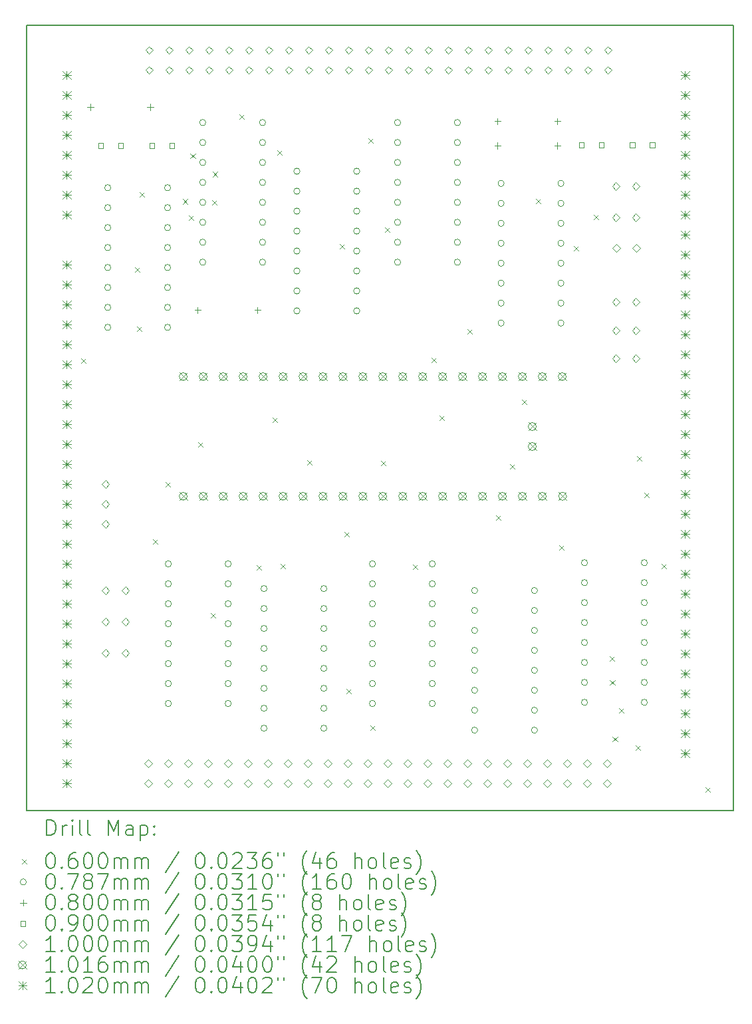
<source format=gbr>
%TF.GenerationSoftware,KiCad,Pcbnew,7.0.11-7.0.11~ubuntu22.04.1*%
%TF.CreationDate,2024-07-25T22:33:56-03:00*%
%TF.ProjectId,Demux_V02,44656d75-785f-4563-9032-2e6b69636164,v04*%
%TF.SameCoordinates,Original*%
%TF.FileFunction,Drillmap*%
%TF.FilePolarity,Positive*%
%FSLAX45Y45*%
G04 Gerber Fmt 4.5, Leading zero omitted, Abs format (unit mm)*
G04 Created by KiCad (PCBNEW 7.0.11-7.0.11~ubuntu22.04.1) date 2024-07-25 22:33:56*
%MOMM*%
%LPD*%
G01*
G04 APERTURE LIST*
%ADD10C,0.150000*%
%ADD11C,0.200000*%
%ADD12C,0.100000*%
%ADD13C,0.101600*%
%ADD14C,0.102000*%
G04 APERTURE END LIST*
D10*
X19000000Y-5000000D02*
X10000000Y-5000000D01*
X19000000Y-15000000D02*
X19000000Y-5000000D01*
X18999982Y-14999980D02*
X10000000Y-14999980D01*
X10000000Y-5000000D02*
X10000000Y-14999980D01*
D11*
D12*
X10686760Y-9245270D02*
X10746760Y-9305270D01*
X10746760Y-9245270D02*
X10686760Y-9305270D01*
X11379010Y-8080930D02*
X11439010Y-8140930D01*
X11439010Y-8080930D02*
X11379010Y-8140930D01*
X11400000Y-8834600D02*
X11460000Y-8894600D01*
X11460000Y-8834600D02*
X11400000Y-8894600D01*
X11432880Y-7129050D02*
X11492880Y-7189050D01*
X11492880Y-7129050D02*
X11432880Y-7189050D01*
X11605000Y-11545000D02*
X11665000Y-11605000D01*
X11665000Y-11545000D02*
X11605000Y-11605000D01*
X11765150Y-10817730D02*
X11825150Y-10877730D01*
X11825150Y-10817730D02*
X11765150Y-10877730D01*
X11988440Y-7216070D02*
X12048440Y-7276070D01*
X12048440Y-7216070D02*
X11988440Y-7276070D01*
X12060040Y-7427420D02*
X12120040Y-7487420D01*
X12120040Y-7427420D02*
X12060040Y-7487420D01*
X12082940Y-6637300D02*
X12142940Y-6697300D01*
X12142940Y-6637300D02*
X12082940Y-6697300D01*
X12180000Y-10310000D02*
X12240000Y-10370000D01*
X12240000Y-10310000D02*
X12180000Y-10370000D01*
X12338380Y-12485410D02*
X12398380Y-12545410D01*
X12398380Y-12485410D02*
X12338380Y-12545410D01*
X12355150Y-7226710D02*
X12415150Y-7286710D01*
X12415150Y-7226710D02*
X12355150Y-7286710D01*
X12364340Y-6868910D02*
X12424340Y-6928910D01*
X12424340Y-6868910D02*
X12364340Y-6928910D01*
X12705960Y-6138870D02*
X12765960Y-6198870D01*
X12765960Y-6138870D02*
X12705960Y-6198870D01*
X12921200Y-11878610D02*
X12981200Y-11938610D01*
X12981200Y-11878610D02*
X12921200Y-11938610D01*
X13130000Y-10000000D02*
X13190000Y-10060000D01*
X13190000Y-10000000D02*
X13130000Y-10060000D01*
X13188640Y-6593000D02*
X13248640Y-6653000D01*
X13248640Y-6593000D02*
X13188640Y-6653000D01*
X13228800Y-11857200D02*
X13288800Y-11917200D01*
X13288800Y-11857200D02*
X13228800Y-11917200D01*
X13565000Y-10540000D02*
X13625000Y-10600000D01*
X13625000Y-10540000D02*
X13565000Y-10600000D01*
X13980870Y-7784120D02*
X14040870Y-7844120D01*
X14040870Y-7784120D02*
X13980870Y-7844120D01*
X14041600Y-11450800D02*
X14101600Y-11510800D01*
X14101600Y-11450800D02*
X14041600Y-11510800D01*
X14065000Y-13455000D02*
X14125000Y-13515000D01*
X14125000Y-13455000D02*
X14065000Y-13515000D01*
X14349980Y-6439780D02*
X14409980Y-6499780D01*
X14409980Y-6439780D02*
X14349980Y-6499780D01*
X14371800Y-13914600D02*
X14431800Y-13974600D01*
X14431800Y-13914600D02*
X14371800Y-13974600D01*
X14505000Y-10545000D02*
X14565000Y-10605000D01*
X14565000Y-10545000D02*
X14505000Y-10605000D01*
X14556600Y-7573600D02*
X14616600Y-7633600D01*
X14616600Y-7573600D02*
X14556600Y-7633600D01*
X14911600Y-11866090D02*
X14971600Y-11926090D01*
X14971600Y-11866090D02*
X14911600Y-11926090D01*
X15149860Y-9236120D02*
X15209860Y-9296120D01*
X15209860Y-9236120D02*
X15149860Y-9296120D01*
X15255000Y-9970000D02*
X15315000Y-10030000D01*
X15315000Y-9970000D02*
X15255000Y-10030000D01*
X15610290Y-8874910D02*
X15670290Y-8934910D01*
X15670290Y-8874910D02*
X15610290Y-8934910D01*
X15969760Y-11243680D02*
X16029760Y-11303680D01*
X16029760Y-11243680D02*
X15969760Y-11303680D01*
X16151080Y-10589000D02*
X16211080Y-10649000D01*
X16211080Y-10589000D02*
X16151080Y-10649000D01*
X16300000Y-9770000D02*
X16360000Y-9830000D01*
X16360000Y-9770000D02*
X16300000Y-9830000D01*
X16479190Y-7214170D02*
X16539190Y-7274170D01*
X16539190Y-7214170D02*
X16479190Y-7274170D01*
X16780000Y-11620000D02*
X16840000Y-11680000D01*
X16840000Y-11620000D02*
X16780000Y-11680000D01*
X16967210Y-7810000D02*
X17027210Y-7870000D01*
X17027210Y-7810000D02*
X16967210Y-7870000D01*
X17219830Y-7416290D02*
X17279830Y-7476290D01*
X17279830Y-7416290D02*
X17219830Y-7476290D01*
X17420000Y-13035000D02*
X17480000Y-13095000D01*
X17480000Y-13035000D02*
X17420000Y-13095000D01*
X17425000Y-13340000D02*
X17485000Y-13400000D01*
X17485000Y-13340000D02*
X17425000Y-13400000D01*
X17458930Y-14060100D02*
X17518930Y-14120100D01*
X17518930Y-14060100D02*
X17458930Y-14120100D01*
X17537070Y-13698280D02*
X17597070Y-13758280D01*
X17597070Y-13698280D02*
X17537070Y-13758280D01*
X17750000Y-14168600D02*
X17810000Y-14228600D01*
X17810000Y-14168600D02*
X17750000Y-14228600D01*
X17768660Y-10488960D02*
X17828660Y-10548960D01*
X17828660Y-10488960D02*
X17768660Y-10548960D01*
X17860000Y-10955000D02*
X17920000Y-11015000D01*
X17920000Y-10955000D02*
X17860000Y-11015000D01*
X18083710Y-11858050D02*
X18143710Y-11918050D01*
X18143710Y-11858050D02*
X18083710Y-11918050D01*
X18639000Y-14702000D02*
X18699000Y-14762000D01*
X18699000Y-14702000D02*
X18639000Y-14762000D01*
X11068370Y-7071000D02*
G75*
G03*
X10989630Y-7071000I-39370J0D01*
G01*
X10989630Y-7071000D02*
G75*
G03*
X11068370Y-7071000I39370J0D01*
G01*
X11068370Y-7325000D02*
G75*
G03*
X10989630Y-7325000I-39370J0D01*
G01*
X10989630Y-7325000D02*
G75*
G03*
X11068370Y-7325000I39370J0D01*
G01*
X11068370Y-7579000D02*
G75*
G03*
X10989630Y-7579000I-39370J0D01*
G01*
X10989630Y-7579000D02*
G75*
G03*
X11068370Y-7579000I39370J0D01*
G01*
X11068370Y-7833000D02*
G75*
G03*
X10989630Y-7833000I-39370J0D01*
G01*
X10989630Y-7833000D02*
G75*
G03*
X11068370Y-7833000I39370J0D01*
G01*
X11068370Y-8087000D02*
G75*
G03*
X10989630Y-8087000I-39370J0D01*
G01*
X10989630Y-8087000D02*
G75*
G03*
X11068370Y-8087000I39370J0D01*
G01*
X11068370Y-8341000D02*
G75*
G03*
X10989630Y-8341000I-39370J0D01*
G01*
X10989630Y-8341000D02*
G75*
G03*
X11068370Y-8341000I39370J0D01*
G01*
X11068370Y-8595000D02*
G75*
G03*
X10989630Y-8595000I-39370J0D01*
G01*
X10989630Y-8595000D02*
G75*
G03*
X11068370Y-8595000I39370J0D01*
G01*
X11068370Y-8849000D02*
G75*
G03*
X10989630Y-8849000I-39370J0D01*
G01*
X10989630Y-8849000D02*
G75*
G03*
X11068370Y-8849000I39370J0D01*
G01*
X11830370Y-7071000D02*
G75*
G03*
X11751630Y-7071000I-39370J0D01*
G01*
X11751630Y-7071000D02*
G75*
G03*
X11830370Y-7071000I39370J0D01*
G01*
X11830370Y-7325000D02*
G75*
G03*
X11751630Y-7325000I-39370J0D01*
G01*
X11751630Y-7325000D02*
G75*
G03*
X11830370Y-7325000I39370J0D01*
G01*
X11830370Y-7579000D02*
G75*
G03*
X11751630Y-7579000I-39370J0D01*
G01*
X11751630Y-7579000D02*
G75*
G03*
X11830370Y-7579000I39370J0D01*
G01*
X11830370Y-7833000D02*
G75*
G03*
X11751630Y-7833000I-39370J0D01*
G01*
X11751630Y-7833000D02*
G75*
G03*
X11830370Y-7833000I39370J0D01*
G01*
X11830370Y-8087000D02*
G75*
G03*
X11751630Y-8087000I-39370J0D01*
G01*
X11751630Y-8087000D02*
G75*
G03*
X11830370Y-8087000I39370J0D01*
G01*
X11830370Y-8341000D02*
G75*
G03*
X11751630Y-8341000I-39370J0D01*
G01*
X11751630Y-8341000D02*
G75*
G03*
X11830370Y-8341000I39370J0D01*
G01*
X11830370Y-8595000D02*
G75*
G03*
X11751630Y-8595000I-39370J0D01*
G01*
X11751630Y-8595000D02*
G75*
G03*
X11830370Y-8595000I39370J0D01*
G01*
X11830370Y-8849000D02*
G75*
G03*
X11751630Y-8849000I-39370J0D01*
G01*
X11751630Y-8849000D02*
G75*
G03*
X11830370Y-8849000I39370J0D01*
G01*
X11839370Y-11861000D02*
G75*
G03*
X11760630Y-11861000I-39370J0D01*
G01*
X11760630Y-11861000D02*
G75*
G03*
X11839370Y-11861000I39370J0D01*
G01*
X11839370Y-12115000D02*
G75*
G03*
X11760630Y-12115000I-39370J0D01*
G01*
X11760630Y-12115000D02*
G75*
G03*
X11839370Y-12115000I39370J0D01*
G01*
X11839370Y-12369000D02*
G75*
G03*
X11760630Y-12369000I-39370J0D01*
G01*
X11760630Y-12369000D02*
G75*
G03*
X11839370Y-12369000I39370J0D01*
G01*
X11839370Y-12623000D02*
G75*
G03*
X11760630Y-12623000I-39370J0D01*
G01*
X11760630Y-12623000D02*
G75*
G03*
X11839370Y-12623000I39370J0D01*
G01*
X11839370Y-12877000D02*
G75*
G03*
X11760630Y-12877000I-39370J0D01*
G01*
X11760630Y-12877000D02*
G75*
G03*
X11839370Y-12877000I39370J0D01*
G01*
X11839370Y-13131000D02*
G75*
G03*
X11760630Y-13131000I-39370J0D01*
G01*
X11760630Y-13131000D02*
G75*
G03*
X11839370Y-13131000I39370J0D01*
G01*
X11839370Y-13385000D02*
G75*
G03*
X11760630Y-13385000I-39370J0D01*
G01*
X11760630Y-13385000D02*
G75*
G03*
X11839370Y-13385000I39370J0D01*
G01*
X11839370Y-13639000D02*
G75*
G03*
X11760630Y-13639000I-39370J0D01*
G01*
X11760630Y-13639000D02*
G75*
G03*
X11839370Y-13639000I39370J0D01*
G01*
X12277370Y-6242000D02*
G75*
G03*
X12198630Y-6242000I-39370J0D01*
G01*
X12198630Y-6242000D02*
G75*
G03*
X12277370Y-6242000I39370J0D01*
G01*
X12277370Y-6496000D02*
G75*
G03*
X12198630Y-6496000I-39370J0D01*
G01*
X12198630Y-6496000D02*
G75*
G03*
X12277370Y-6496000I39370J0D01*
G01*
X12277370Y-6750000D02*
G75*
G03*
X12198630Y-6750000I-39370J0D01*
G01*
X12198630Y-6750000D02*
G75*
G03*
X12277370Y-6750000I39370J0D01*
G01*
X12277370Y-7004000D02*
G75*
G03*
X12198630Y-7004000I-39370J0D01*
G01*
X12198630Y-7004000D02*
G75*
G03*
X12277370Y-7004000I39370J0D01*
G01*
X12277370Y-7258000D02*
G75*
G03*
X12198630Y-7258000I-39370J0D01*
G01*
X12198630Y-7258000D02*
G75*
G03*
X12277370Y-7258000I39370J0D01*
G01*
X12277370Y-7512000D02*
G75*
G03*
X12198630Y-7512000I-39370J0D01*
G01*
X12198630Y-7512000D02*
G75*
G03*
X12277370Y-7512000I39370J0D01*
G01*
X12277370Y-7766000D02*
G75*
G03*
X12198630Y-7766000I-39370J0D01*
G01*
X12198630Y-7766000D02*
G75*
G03*
X12277370Y-7766000I39370J0D01*
G01*
X12277370Y-8020000D02*
G75*
G03*
X12198630Y-8020000I-39370J0D01*
G01*
X12198630Y-8020000D02*
G75*
G03*
X12277370Y-8020000I39370J0D01*
G01*
X12601370Y-11861000D02*
G75*
G03*
X12522630Y-11861000I-39370J0D01*
G01*
X12522630Y-11861000D02*
G75*
G03*
X12601370Y-11861000I39370J0D01*
G01*
X12601370Y-12115000D02*
G75*
G03*
X12522630Y-12115000I-39370J0D01*
G01*
X12522630Y-12115000D02*
G75*
G03*
X12601370Y-12115000I39370J0D01*
G01*
X12601370Y-12369000D02*
G75*
G03*
X12522630Y-12369000I-39370J0D01*
G01*
X12522630Y-12369000D02*
G75*
G03*
X12601370Y-12369000I39370J0D01*
G01*
X12601370Y-12623000D02*
G75*
G03*
X12522630Y-12623000I-39370J0D01*
G01*
X12522630Y-12623000D02*
G75*
G03*
X12601370Y-12623000I39370J0D01*
G01*
X12601370Y-12877000D02*
G75*
G03*
X12522630Y-12877000I-39370J0D01*
G01*
X12522630Y-12877000D02*
G75*
G03*
X12601370Y-12877000I39370J0D01*
G01*
X12601370Y-13131000D02*
G75*
G03*
X12522630Y-13131000I-39370J0D01*
G01*
X12522630Y-13131000D02*
G75*
G03*
X12601370Y-13131000I39370J0D01*
G01*
X12601370Y-13385000D02*
G75*
G03*
X12522630Y-13385000I-39370J0D01*
G01*
X12522630Y-13385000D02*
G75*
G03*
X12601370Y-13385000I39370J0D01*
G01*
X12601370Y-13639000D02*
G75*
G03*
X12522630Y-13639000I-39370J0D01*
G01*
X12522630Y-13639000D02*
G75*
G03*
X12601370Y-13639000I39370J0D01*
G01*
X13039370Y-6242000D02*
G75*
G03*
X12960630Y-6242000I-39370J0D01*
G01*
X12960630Y-6242000D02*
G75*
G03*
X13039370Y-6242000I39370J0D01*
G01*
X13039370Y-6496000D02*
G75*
G03*
X12960630Y-6496000I-39370J0D01*
G01*
X12960630Y-6496000D02*
G75*
G03*
X13039370Y-6496000I39370J0D01*
G01*
X13039370Y-6750000D02*
G75*
G03*
X12960630Y-6750000I-39370J0D01*
G01*
X12960630Y-6750000D02*
G75*
G03*
X13039370Y-6750000I39370J0D01*
G01*
X13039370Y-7004000D02*
G75*
G03*
X12960630Y-7004000I-39370J0D01*
G01*
X12960630Y-7004000D02*
G75*
G03*
X13039370Y-7004000I39370J0D01*
G01*
X13039370Y-7258000D02*
G75*
G03*
X12960630Y-7258000I-39370J0D01*
G01*
X12960630Y-7258000D02*
G75*
G03*
X13039370Y-7258000I39370J0D01*
G01*
X13039370Y-7512000D02*
G75*
G03*
X12960630Y-7512000I-39370J0D01*
G01*
X12960630Y-7512000D02*
G75*
G03*
X13039370Y-7512000I39370J0D01*
G01*
X13039370Y-7766000D02*
G75*
G03*
X12960630Y-7766000I-39370J0D01*
G01*
X12960630Y-7766000D02*
G75*
G03*
X13039370Y-7766000I39370J0D01*
G01*
X13039370Y-8020000D02*
G75*
G03*
X12960630Y-8020000I-39370J0D01*
G01*
X12960630Y-8020000D02*
G75*
G03*
X13039370Y-8020000I39370J0D01*
G01*
X13058370Y-12176000D02*
G75*
G03*
X12979630Y-12176000I-39370J0D01*
G01*
X12979630Y-12176000D02*
G75*
G03*
X13058370Y-12176000I39370J0D01*
G01*
X13058370Y-12430000D02*
G75*
G03*
X12979630Y-12430000I-39370J0D01*
G01*
X12979630Y-12430000D02*
G75*
G03*
X13058370Y-12430000I39370J0D01*
G01*
X13058370Y-12684000D02*
G75*
G03*
X12979630Y-12684000I-39370J0D01*
G01*
X12979630Y-12684000D02*
G75*
G03*
X13058370Y-12684000I39370J0D01*
G01*
X13058370Y-12938000D02*
G75*
G03*
X12979630Y-12938000I-39370J0D01*
G01*
X12979630Y-12938000D02*
G75*
G03*
X13058370Y-12938000I39370J0D01*
G01*
X13058370Y-13192000D02*
G75*
G03*
X12979630Y-13192000I-39370J0D01*
G01*
X12979630Y-13192000D02*
G75*
G03*
X13058370Y-13192000I39370J0D01*
G01*
X13058370Y-13446000D02*
G75*
G03*
X12979630Y-13446000I-39370J0D01*
G01*
X12979630Y-13446000D02*
G75*
G03*
X13058370Y-13446000I39370J0D01*
G01*
X13058370Y-13700000D02*
G75*
G03*
X12979630Y-13700000I-39370J0D01*
G01*
X12979630Y-13700000D02*
G75*
G03*
X13058370Y-13700000I39370J0D01*
G01*
X13058370Y-13954000D02*
G75*
G03*
X12979630Y-13954000I-39370J0D01*
G01*
X12979630Y-13954000D02*
G75*
G03*
X13058370Y-13954000I39370J0D01*
G01*
X13477370Y-6861000D02*
G75*
G03*
X13398630Y-6861000I-39370J0D01*
G01*
X13398630Y-6861000D02*
G75*
G03*
X13477370Y-6861000I39370J0D01*
G01*
X13477370Y-7115000D02*
G75*
G03*
X13398630Y-7115000I-39370J0D01*
G01*
X13398630Y-7115000D02*
G75*
G03*
X13477370Y-7115000I39370J0D01*
G01*
X13477370Y-7369000D02*
G75*
G03*
X13398630Y-7369000I-39370J0D01*
G01*
X13398630Y-7369000D02*
G75*
G03*
X13477370Y-7369000I39370J0D01*
G01*
X13477370Y-7623000D02*
G75*
G03*
X13398630Y-7623000I-39370J0D01*
G01*
X13398630Y-7623000D02*
G75*
G03*
X13477370Y-7623000I39370J0D01*
G01*
X13477370Y-7877000D02*
G75*
G03*
X13398630Y-7877000I-39370J0D01*
G01*
X13398630Y-7877000D02*
G75*
G03*
X13477370Y-7877000I39370J0D01*
G01*
X13477370Y-8131000D02*
G75*
G03*
X13398630Y-8131000I-39370J0D01*
G01*
X13398630Y-8131000D02*
G75*
G03*
X13477370Y-8131000I39370J0D01*
G01*
X13477370Y-8385000D02*
G75*
G03*
X13398630Y-8385000I-39370J0D01*
G01*
X13398630Y-8385000D02*
G75*
G03*
X13477370Y-8385000I39370J0D01*
G01*
X13477370Y-8639000D02*
G75*
G03*
X13398630Y-8639000I-39370J0D01*
G01*
X13398630Y-8639000D02*
G75*
G03*
X13477370Y-8639000I39370J0D01*
G01*
X13820370Y-12176000D02*
G75*
G03*
X13741630Y-12176000I-39370J0D01*
G01*
X13741630Y-12176000D02*
G75*
G03*
X13820370Y-12176000I39370J0D01*
G01*
X13820370Y-12430000D02*
G75*
G03*
X13741630Y-12430000I-39370J0D01*
G01*
X13741630Y-12430000D02*
G75*
G03*
X13820370Y-12430000I39370J0D01*
G01*
X13820370Y-12684000D02*
G75*
G03*
X13741630Y-12684000I-39370J0D01*
G01*
X13741630Y-12684000D02*
G75*
G03*
X13820370Y-12684000I39370J0D01*
G01*
X13820370Y-12938000D02*
G75*
G03*
X13741630Y-12938000I-39370J0D01*
G01*
X13741630Y-12938000D02*
G75*
G03*
X13820370Y-12938000I39370J0D01*
G01*
X13820370Y-13192000D02*
G75*
G03*
X13741630Y-13192000I-39370J0D01*
G01*
X13741630Y-13192000D02*
G75*
G03*
X13820370Y-13192000I39370J0D01*
G01*
X13820370Y-13446000D02*
G75*
G03*
X13741630Y-13446000I-39370J0D01*
G01*
X13741630Y-13446000D02*
G75*
G03*
X13820370Y-13446000I39370J0D01*
G01*
X13820370Y-13700000D02*
G75*
G03*
X13741630Y-13700000I-39370J0D01*
G01*
X13741630Y-13700000D02*
G75*
G03*
X13820370Y-13700000I39370J0D01*
G01*
X13820370Y-13954000D02*
G75*
G03*
X13741630Y-13954000I-39370J0D01*
G01*
X13741630Y-13954000D02*
G75*
G03*
X13820370Y-13954000I39370J0D01*
G01*
X14239370Y-6861000D02*
G75*
G03*
X14160630Y-6861000I-39370J0D01*
G01*
X14160630Y-6861000D02*
G75*
G03*
X14239370Y-6861000I39370J0D01*
G01*
X14239370Y-7115000D02*
G75*
G03*
X14160630Y-7115000I-39370J0D01*
G01*
X14160630Y-7115000D02*
G75*
G03*
X14239370Y-7115000I39370J0D01*
G01*
X14239370Y-7369000D02*
G75*
G03*
X14160630Y-7369000I-39370J0D01*
G01*
X14160630Y-7369000D02*
G75*
G03*
X14239370Y-7369000I39370J0D01*
G01*
X14239370Y-7623000D02*
G75*
G03*
X14160630Y-7623000I-39370J0D01*
G01*
X14160630Y-7623000D02*
G75*
G03*
X14239370Y-7623000I39370J0D01*
G01*
X14239370Y-7877000D02*
G75*
G03*
X14160630Y-7877000I-39370J0D01*
G01*
X14160630Y-7877000D02*
G75*
G03*
X14239370Y-7877000I39370J0D01*
G01*
X14239370Y-8131000D02*
G75*
G03*
X14160630Y-8131000I-39370J0D01*
G01*
X14160630Y-8131000D02*
G75*
G03*
X14239370Y-8131000I39370J0D01*
G01*
X14239370Y-8385000D02*
G75*
G03*
X14160630Y-8385000I-39370J0D01*
G01*
X14160630Y-8385000D02*
G75*
G03*
X14239370Y-8385000I39370J0D01*
G01*
X14239370Y-8639000D02*
G75*
G03*
X14160630Y-8639000I-39370J0D01*
G01*
X14160630Y-8639000D02*
G75*
G03*
X14239370Y-8639000I39370J0D01*
G01*
X14439370Y-11861000D02*
G75*
G03*
X14360630Y-11861000I-39370J0D01*
G01*
X14360630Y-11861000D02*
G75*
G03*
X14439370Y-11861000I39370J0D01*
G01*
X14439370Y-12115000D02*
G75*
G03*
X14360630Y-12115000I-39370J0D01*
G01*
X14360630Y-12115000D02*
G75*
G03*
X14439370Y-12115000I39370J0D01*
G01*
X14439370Y-12369000D02*
G75*
G03*
X14360630Y-12369000I-39370J0D01*
G01*
X14360630Y-12369000D02*
G75*
G03*
X14439370Y-12369000I39370J0D01*
G01*
X14439370Y-12623000D02*
G75*
G03*
X14360630Y-12623000I-39370J0D01*
G01*
X14360630Y-12623000D02*
G75*
G03*
X14439370Y-12623000I39370J0D01*
G01*
X14439370Y-12877000D02*
G75*
G03*
X14360630Y-12877000I-39370J0D01*
G01*
X14360630Y-12877000D02*
G75*
G03*
X14439370Y-12877000I39370J0D01*
G01*
X14439370Y-13131000D02*
G75*
G03*
X14360630Y-13131000I-39370J0D01*
G01*
X14360630Y-13131000D02*
G75*
G03*
X14439370Y-13131000I39370J0D01*
G01*
X14439370Y-13385000D02*
G75*
G03*
X14360630Y-13385000I-39370J0D01*
G01*
X14360630Y-13385000D02*
G75*
G03*
X14439370Y-13385000I39370J0D01*
G01*
X14439370Y-13639000D02*
G75*
G03*
X14360630Y-13639000I-39370J0D01*
G01*
X14360630Y-13639000D02*
G75*
G03*
X14439370Y-13639000I39370J0D01*
G01*
X14758370Y-6242000D02*
G75*
G03*
X14679630Y-6242000I-39370J0D01*
G01*
X14679630Y-6242000D02*
G75*
G03*
X14758370Y-6242000I39370J0D01*
G01*
X14758370Y-6496000D02*
G75*
G03*
X14679630Y-6496000I-39370J0D01*
G01*
X14679630Y-6496000D02*
G75*
G03*
X14758370Y-6496000I39370J0D01*
G01*
X14758370Y-6750000D02*
G75*
G03*
X14679630Y-6750000I-39370J0D01*
G01*
X14679630Y-6750000D02*
G75*
G03*
X14758370Y-6750000I39370J0D01*
G01*
X14758370Y-7004000D02*
G75*
G03*
X14679630Y-7004000I-39370J0D01*
G01*
X14679630Y-7004000D02*
G75*
G03*
X14758370Y-7004000I39370J0D01*
G01*
X14758370Y-7258000D02*
G75*
G03*
X14679630Y-7258000I-39370J0D01*
G01*
X14679630Y-7258000D02*
G75*
G03*
X14758370Y-7258000I39370J0D01*
G01*
X14758370Y-7512000D02*
G75*
G03*
X14679630Y-7512000I-39370J0D01*
G01*
X14679630Y-7512000D02*
G75*
G03*
X14758370Y-7512000I39370J0D01*
G01*
X14758370Y-7766000D02*
G75*
G03*
X14679630Y-7766000I-39370J0D01*
G01*
X14679630Y-7766000D02*
G75*
G03*
X14758370Y-7766000I39370J0D01*
G01*
X14758370Y-8020000D02*
G75*
G03*
X14679630Y-8020000I-39370J0D01*
G01*
X14679630Y-8020000D02*
G75*
G03*
X14758370Y-8020000I39370J0D01*
G01*
X15201370Y-11861000D02*
G75*
G03*
X15122630Y-11861000I-39370J0D01*
G01*
X15122630Y-11861000D02*
G75*
G03*
X15201370Y-11861000I39370J0D01*
G01*
X15201370Y-12115000D02*
G75*
G03*
X15122630Y-12115000I-39370J0D01*
G01*
X15122630Y-12115000D02*
G75*
G03*
X15201370Y-12115000I39370J0D01*
G01*
X15201370Y-12369000D02*
G75*
G03*
X15122630Y-12369000I-39370J0D01*
G01*
X15122630Y-12369000D02*
G75*
G03*
X15201370Y-12369000I39370J0D01*
G01*
X15201370Y-12623000D02*
G75*
G03*
X15122630Y-12623000I-39370J0D01*
G01*
X15122630Y-12623000D02*
G75*
G03*
X15201370Y-12623000I39370J0D01*
G01*
X15201370Y-12877000D02*
G75*
G03*
X15122630Y-12877000I-39370J0D01*
G01*
X15122630Y-12877000D02*
G75*
G03*
X15201370Y-12877000I39370J0D01*
G01*
X15201370Y-13131000D02*
G75*
G03*
X15122630Y-13131000I-39370J0D01*
G01*
X15122630Y-13131000D02*
G75*
G03*
X15201370Y-13131000I39370J0D01*
G01*
X15201370Y-13385000D02*
G75*
G03*
X15122630Y-13385000I-39370J0D01*
G01*
X15122630Y-13385000D02*
G75*
G03*
X15201370Y-13385000I39370J0D01*
G01*
X15201370Y-13639000D02*
G75*
G03*
X15122630Y-13639000I-39370J0D01*
G01*
X15122630Y-13639000D02*
G75*
G03*
X15201370Y-13639000I39370J0D01*
G01*
X15520370Y-6242000D02*
G75*
G03*
X15441630Y-6242000I-39370J0D01*
G01*
X15441630Y-6242000D02*
G75*
G03*
X15520370Y-6242000I39370J0D01*
G01*
X15520370Y-6496000D02*
G75*
G03*
X15441630Y-6496000I-39370J0D01*
G01*
X15441630Y-6496000D02*
G75*
G03*
X15520370Y-6496000I39370J0D01*
G01*
X15520370Y-6750000D02*
G75*
G03*
X15441630Y-6750000I-39370J0D01*
G01*
X15441630Y-6750000D02*
G75*
G03*
X15520370Y-6750000I39370J0D01*
G01*
X15520370Y-7004000D02*
G75*
G03*
X15441630Y-7004000I-39370J0D01*
G01*
X15441630Y-7004000D02*
G75*
G03*
X15520370Y-7004000I39370J0D01*
G01*
X15520370Y-7258000D02*
G75*
G03*
X15441630Y-7258000I-39370J0D01*
G01*
X15441630Y-7258000D02*
G75*
G03*
X15520370Y-7258000I39370J0D01*
G01*
X15520370Y-7512000D02*
G75*
G03*
X15441630Y-7512000I-39370J0D01*
G01*
X15441630Y-7512000D02*
G75*
G03*
X15520370Y-7512000I39370J0D01*
G01*
X15520370Y-7766000D02*
G75*
G03*
X15441630Y-7766000I-39370J0D01*
G01*
X15441630Y-7766000D02*
G75*
G03*
X15520370Y-7766000I39370J0D01*
G01*
X15520370Y-8020000D02*
G75*
G03*
X15441630Y-8020000I-39370J0D01*
G01*
X15441630Y-8020000D02*
G75*
G03*
X15520370Y-8020000I39370J0D01*
G01*
X15739370Y-12200000D02*
G75*
G03*
X15660630Y-12200000I-39370J0D01*
G01*
X15660630Y-12200000D02*
G75*
G03*
X15739370Y-12200000I39370J0D01*
G01*
X15739370Y-12454000D02*
G75*
G03*
X15660630Y-12454000I-39370J0D01*
G01*
X15660630Y-12454000D02*
G75*
G03*
X15739370Y-12454000I39370J0D01*
G01*
X15739370Y-12708000D02*
G75*
G03*
X15660630Y-12708000I-39370J0D01*
G01*
X15660630Y-12708000D02*
G75*
G03*
X15739370Y-12708000I39370J0D01*
G01*
X15739370Y-12962000D02*
G75*
G03*
X15660630Y-12962000I-39370J0D01*
G01*
X15660630Y-12962000D02*
G75*
G03*
X15739370Y-12962000I39370J0D01*
G01*
X15739370Y-13216000D02*
G75*
G03*
X15660630Y-13216000I-39370J0D01*
G01*
X15660630Y-13216000D02*
G75*
G03*
X15739370Y-13216000I39370J0D01*
G01*
X15739370Y-13470000D02*
G75*
G03*
X15660630Y-13470000I-39370J0D01*
G01*
X15660630Y-13470000D02*
G75*
G03*
X15739370Y-13470000I39370J0D01*
G01*
X15739370Y-13724000D02*
G75*
G03*
X15660630Y-13724000I-39370J0D01*
G01*
X15660630Y-13724000D02*
G75*
G03*
X15739370Y-13724000I39370J0D01*
G01*
X15739370Y-13978000D02*
G75*
G03*
X15660630Y-13978000I-39370J0D01*
G01*
X15660630Y-13978000D02*
G75*
G03*
X15739370Y-13978000I39370J0D01*
G01*
X16077370Y-7016000D02*
G75*
G03*
X15998630Y-7016000I-39370J0D01*
G01*
X15998630Y-7016000D02*
G75*
G03*
X16077370Y-7016000I39370J0D01*
G01*
X16077370Y-7270000D02*
G75*
G03*
X15998630Y-7270000I-39370J0D01*
G01*
X15998630Y-7270000D02*
G75*
G03*
X16077370Y-7270000I39370J0D01*
G01*
X16077370Y-7524000D02*
G75*
G03*
X15998630Y-7524000I-39370J0D01*
G01*
X15998630Y-7524000D02*
G75*
G03*
X16077370Y-7524000I39370J0D01*
G01*
X16077370Y-7778000D02*
G75*
G03*
X15998630Y-7778000I-39370J0D01*
G01*
X15998630Y-7778000D02*
G75*
G03*
X16077370Y-7778000I39370J0D01*
G01*
X16077370Y-8032000D02*
G75*
G03*
X15998630Y-8032000I-39370J0D01*
G01*
X15998630Y-8032000D02*
G75*
G03*
X16077370Y-8032000I39370J0D01*
G01*
X16077370Y-8286000D02*
G75*
G03*
X15998630Y-8286000I-39370J0D01*
G01*
X15998630Y-8286000D02*
G75*
G03*
X16077370Y-8286000I39370J0D01*
G01*
X16077370Y-8540000D02*
G75*
G03*
X15998630Y-8540000I-39370J0D01*
G01*
X15998630Y-8540000D02*
G75*
G03*
X16077370Y-8540000I39370J0D01*
G01*
X16077370Y-8794000D02*
G75*
G03*
X15998630Y-8794000I-39370J0D01*
G01*
X15998630Y-8794000D02*
G75*
G03*
X16077370Y-8794000I39370J0D01*
G01*
X16501370Y-12200000D02*
G75*
G03*
X16422630Y-12200000I-39370J0D01*
G01*
X16422630Y-12200000D02*
G75*
G03*
X16501370Y-12200000I39370J0D01*
G01*
X16501370Y-12454000D02*
G75*
G03*
X16422630Y-12454000I-39370J0D01*
G01*
X16422630Y-12454000D02*
G75*
G03*
X16501370Y-12454000I39370J0D01*
G01*
X16501370Y-12708000D02*
G75*
G03*
X16422630Y-12708000I-39370J0D01*
G01*
X16422630Y-12708000D02*
G75*
G03*
X16501370Y-12708000I39370J0D01*
G01*
X16501370Y-12962000D02*
G75*
G03*
X16422630Y-12962000I-39370J0D01*
G01*
X16422630Y-12962000D02*
G75*
G03*
X16501370Y-12962000I39370J0D01*
G01*
X16501370Y-13216000D02*
G75*
G03*
X16422630Y-13216000I-39370J0D01*
G01*
X16422630Y-13216000D02*
G75*
G03*
X16501370Y-13216000I39370J0D01*
G01*
X16501370Y-13470000D02*
G75*
G03*
X16422630Y-13470000I-39370J0D01*
G01*
X16422630Y-13470000D02*
G75*
G03*
X16501370Y-13470000I39370J0D01*
G01*
X16501370Y-13724000D02*
G75*
G03*
X16422630Y-13724000I-39370J0D01*
G01*
X16422630Y-13724000D02*
G75*
G03*
X16501370Y-13724000I39370J0D01*
G01*
X16501370Y-13978000D02*
G75*
G03*
X16422630Y-13978000I-39370J0D01*
G01*
X16422630Y-13978000D02*
G75*
G03*
X16501370Y-13978000I39370J0D01*
G01*
X16839370Y-7016000D02*
G75*
G03*
X16760630Y-7016000I-39370J0D01*
G01*
X16760630Y-7016000D02*
G75*
G03*
X16839370Y-7016000I39370J0D01*
G01*
X16839370Y-7270000D02*
G75*
G03*
X16760630Y-7270000I-39370J0D01*
G01*
X16760630Y-7270000D02*
G75*
G03*
X16839370Y-7270000I39370J0D01*
G01*
X16839370Y-7524000D02*
G75*
G03*
X16760630Y-7524000I-39370J0D01*
G01*
X16760630Y-7524000D02*
G75*
G03*
X16839370Y-7524000I39370J0D01*
G01*
X16839370Y-7778000D02*
G75*
G03*
X16760630Y-7778000I-39370J0D01*
G01*
X16760630Y-7778000D02*
G75*
G03*
X16839370Y-7778000I39370J0D01*
G01*
X16839370Y-8032000D02*
G75*
G03*
X16760630Y-8032000I-39370J0D01*
G01*
X16760630Y-8032000D02*
G75*
G03*
X16839370Y-8032000I39370J0D01*
G01*
X16839370Y-8286000D02*
G75*
G03*
X16760630Y-8286000I-39370J0D01*
G01*
X16760630Y-8286000D02*
G75*
G03*
X16839370Y-8286000I39370J0D01*
G01*
X16839370Y-8540000D02*
G75*
G03*
X16760630Y-8540000I-39370J0D01*
G01*
X16760630Y-8540000D02*
G75*
G03*
X16839370Y-8540000I39370J0D01*
G01*
X16839370Y-8794000D02*
G75*
G03*
X16760630Y-8794000I-39370J0D01*
G01*
X16760630Y-8794000D02*
G75*
G03*
X16839370Y-8794000I39370J0D01*
G01*
X17139370Y-11846000D02*
G75*
G03*
X17060630Y-11846000I-39370J0D01*
G01*
X17060630Y-11846000D02*
G75*
G03*
X17139370Y-11846000I39370J0D01*
G01*
X17139370Y-12100000D02*
G75*
G03*
X17060630Y-12100000I-39370J0D01*
G01*
X17060630Y-12100000D02*
G75*
G03*
X17139370Y-12100000I39370J0D01*
G01*
X17139370Y-12354000D02*
G75*
G03*
X17060630Y-12354000I-39370J0D01*
G01*
X17060630Y-12354000D02*
G75*
G03*
X17139370Y-12354000I39370J0D01*
G01*
X17139370Y-12608000D02*
G75*
G03*
X17060630Y-12608000I-39370J0D01*
G01*
X17060630Y-12608000D02*
G75*
G03*
X17139370Y-12608000I39370J0D01*
G01*
X17139370Y-12862000D02*
G75*
G03*
X17060630Y-12862000I-39370J0D01*
G01*
X17060630Y-12862000D02*
G75*
G03*
X17139370Y-12862000I39370J0D01*
G01*
X17139370Y-13116000D02*
G75*
G03*
X17060630Y-13116000I-39370J0D01*
G01*
X17060630Y-13116000D02*
G75*
G03*
X17139370Y-13116000I39370J0D01*
G01*
X17139370Y-13370000D02*
G75*
G03*
X17060630Y-13370000I-39370J0D01*
G01*
X17060630Y-13370000D02*
G75*
G03*
X17139370Y-13370000I39370J0D01*
G01*
X17139370Y-13624000D02*
G75*
G03*
X17060630Y-13624000I-39370J0D01*
G01*
X17060630Y-13624000D02*
G75*
G03*
X17139370Y-13624000I39370J0D01*
G01*
X17901370Y-11846000D02*
G75*
G03*
X17822630Y-11846000I-39370J0D01*
G01*
X17822630Y-11846000D02*
G75*
G03*
X17901370Y-11846000I39370J0D01*
G01*
X17901370Y-12100000D02*
G75*
G03*
X17822630Y-12100000I-39370J0D01*
G01*
X17822630Y-12100000D02*
G75*
G03*
X17901370Y-12100000I39370J0D01*
G01*
X17901370Y-12354000D02*
G75*
G03*
X17822630Y-12354000I-39370J0D01*
G01*
X17822630Y-12354000D02*
G75*
G03*
X17901370Y-12354000I39370J0D01*
G01*
X17901370Y-12608000D02*
G75*
G03*
X17822630Y-12608000I-39370J0D01*
G01*
X17822630Y-12608000D02*
G75*
G03*
X17901370Y-12608000I39370J0D01*
G01*
X17901370Y-12862000D02*
G75*
G03*
X17822630Y-12862000I-39370J0D01*
G01*
X17822630Y-12862000D02*
G75*
G03*
X17901370Y-12862000I39370J0D01*
G01*
X17901370Y-13116000D02*
G75*
G03*
X17822630Y-13116000I-39370J0D01*
G01*
X17822630Y-13116000D02*
G75*
G03*
X17901370Y-13116000I39370J0D01*
G01*
X17901370Y-13370000D02*
G75*
G03*
X17822630Y-13370000I-39370J0D01*
G01*
X17822630Y-13370000D02*
G75*
G03*
X17901370Y-13370000I39370J0D01*
G01*
X17901370Y-13624000D02*
G75*
G03*
X17822630Y-13624000I-39370J0D01*
G01*
X17822630Y-13624000D02*
G75*
G03*
X17901370Y-13624000I39370J0D01*
G01*
X10809000Y-6005000D02*
X10809000Y-6085000D01*
X10769000Y-6045000D02*
X10849000Y-6045000D01*
X11571000Y-6005000D02*
X11571000Y-6085000D01*
X11531000Y-6045000D02*
X11611000Y-6045000D01*
X12174000Y-8590000D02*
X12174000Y-8670000D01*
X12134000Y-8630000D02*
X12214000Y-8630000D01*
X12936000Y-8590000D02*
X12936000Y-8670000D01*
X12896000Y-8630000D02*
X12976000Y-8630000D01*
X15994000Y-6185000D02*
X15994000Y-6265000D01*
X15954000Y-6225000D02*
X16034000Y-6225000D01*
X15994000Y-6495000D02*
X15994000Y-6575000D01*
X15954000Y-6535000D02*
X16034000Y-6535000D01*
X16756000Y-6185000D02*
X16756000Y-6265000D01*
X16716000Y-6225000D02*
X16796000Y-6225000D01*
X16756000Y-6495000D02*
X16756000Y-6575000D01*
X16716000Y-6535000D02*
X16796000Y-6535000D01*
X10972820Y-6566820D02*
X10972820Y-6503180D01*
X10909180Y-6503180D01*
X10909180Y-6566820D01*
X10972820Y-6566820D01*
X11226820Y-6566820D02*
X11226820Y-6503180D01*
X11163180Y-6503180D01*
X11163180Y-6566820D01*
X11226820Y-6566820D01*
X11624320Y-6566820D02*
X11624320Y-6503180D01*
X11560680Y-6503180D01*
X11560680Y-6566820D01*
X11624320Y-6566820D01*
X11878320Y-6566820D02*
X11878320Y-6503180D01*
X11814680Y-6503180D01*
X11814680Y-6566820D01*
X11878320Y-6566820D01*
X17092820Y-6556820D02*
X17092820Y-6493180D01*
X17029180Y-6493180D01*
X17029180Y-6556820D01*
X17092820Y-6556820D01*
X17346820Y-6556820D02*
X17346820Y-6493180D01*
X17283180Y-6493180D01*
X17283180Y-6556820D01*
X17346820Y-6556820D01*
X17741820Y-6556820D02*
X17741820Y-6493180D01*
X17678180Y-6493180D01*
X17678180Y-6556820D01*
X17741820Y-6556820D01*
X17995820Y-6556820D02*
X17995820Y-6493180D01*
X17932180Y-6493180D01*
X17932180Y-6556820D01*
X17995820Y-6556820D01*
X11000000Y-10892000D02*
X11050000Y-10842000D01*
X11000000Y-10792000D01*
X10950000Y-10842000D01*
X11000000Y-10892000D01*
X11000000Y-11146000D02*
X11050000Y-11096000D01*
X11000000Y-11046000D01*
X10950000Y-11096000D01*
X11000000Y-11146000D01*
X11000000Y-11400000D02*
X11050000Y-11350000D01*
X11000000Y-11300000D01*
X10950000Y-11350000D01*
X11000000Y-11400000D01*
X11000000Y-12250000D02*
X11050000Y-12200000D01*
X11000000Y-12150000D01*
X10950000Y-12200000D01*
X11000000Y-12250000D01*
X11000000Y-12646290D02*
X11050000Y-12596290D01*
X11000000Y-12546290D01*
X10950000Y-12596290D01*
X11000000Y-12646290D01*
X11000000Y-13046290D02*
X11050000Y-12996290D01*
X11000000Y-12946290D01*
X10950000Y-12996290D01*
X11000000Y-13046290D01*
X11254000Y-12250000D02*
X11304000Y-12200000D01*
X11254000Y-12150000D01*
X11204000Y-12200000D01*
X11254000Y-12250000D01*
X11254000Y-12646290D02*
X11304000Y-12596290D01*
X11254000Y-12546290D01*
X11204000Y-12596290D01*
X11254000Y-12646290D01*
X11254000Y-13046290D02*
X11304000Y-12996290D01*
X11254000Y-12946290D01*
X11204000Y-12996290D01*
X11254000Y-13046290D01*
X11546000Y-14450000D02*
X11596000Y-14400000D01*
X11546000Y-14350000D01*
X11496000Y-14400000D01*
X11546000Y-14450000D01*
X11546000Y-14704000D02*
X11596000Y-14654000D01*
X11546000Y-14604000D01*
X11496000Y-14654000D01*
X11546000Y-14704000D01*
X11558000Y-5370000D02*
X11608000Y-5320000D01*
X11558000Y-5270000D01*
X11508000Y-5320000D01*
X11558000Y-5370000D01*
X11558000Y-5624000D02*
X11608000Y-5574000D01*
X11558000Y-5524000D01*
X11508000Y-5574000D01*
X11558000Y-5624000D01*
X11800000Y-14450000D02*
X11850000Y-14400000D01*
X11800000Y-14350000D01*
X11750000Y-14400000D01*
X11800000Y-14450000D01*
X11800000Y-14704000D02*
X11850000Y-14654000D01*
X11800000Y-14604000D01*
X11750000Y-14654000D01*
X11800000Y-14704000D01*
X11812000Y-5370000D02*
X11862000Y-5320000D01*
X11812000Y-5270000D01*
X11762000Y-5320000D01*
X11812000Y-5370000D01*
X11812000Y-5624000D02*
X11862000Y-5574000D01*
X11812000Y-5524000D01*
X11762000Y-5574000D01*
X11812000Y-5624000D01*
X12054000Y-14450000D02*
X12104000Y-14400000D01*
X12054000Y-14350000D01*
X12004000Y-14400000D01*
X12054000Y-14450000D01*
X12054000Y-14704000D02*
X12104000Y-14654000D01*
X12054000Y-14604000D01*
X12004000Y-14654000D01*
X12054000Y-14704000D01*
X12066000Y-5370000D02*
X12116000Y-5320000D01*
X12066000Y-5270000D01*
X12016000Y-5320000D01*
X12066000Y-5370000D01*
X12066000Y-5624000D02*
X12116000Y-5574000D01*
X12066000Y-5524000D01*
X12016000Y-5574000D01*
X12066000Y-5624000D01*
X12308000Y-14450000D02*
X12358000Y-14400000D01*
X12308000Y-14350000D01*
X12258000Y-14400000D01*
X12308000Y-14450000D01*
X12308000Y-14704000D02*
X12358000Y-14654000D01*
X12308000Y-14604000D01*
X12258000Y-14654000D01*
X12308000Y-14704000D01*
X12320000Y-5370000D02*
X12370000Y-5320000D01*
X12320000Y-5270000D01*
X12270000Y-5320000D01*
X12320000Y-5370000D01*
X12320000Y-5624000D02*
X12370000Y-5574000D01*
X12320000Y-5524000D01*
X12270000Y-5574000D01*
X12320000Y-5624000D01*
X12562000Y-14450000D02*
X12612000Y-14400000D01*
X12562000Y-14350000D01*
X12512000Y-14400000D01*
X12562000Y-14450000D01*
X12562000Y-14704000D02*
X12612000Y-14654000D01*
X12562000Y-14604000D01*
X12512000Y-14654000D01*
X12562000Y-14704000D01*
X12574000Y-5370000D02*
X12624000Y-5320000D01*
X12574000Y-5270000D01*
X12524000Y-5320000D01*
X12574000Y-5370000D01*
X12574000Y-5624000D02*
X12624000Y-5574000D01*
X12574000Y-5524000D01*
X12524000Y-5574000D01*
X12574000Y-5624000D01*
X12816000Y-14450000D02*
X12866000Y-14400000D01*
X12816000Y-14350000D01*
X12766000Y-14400000D01*
X12816000Y-14450000D01*
X12816000Y-14704000D02*
X12866000Y-14654000D01*
X12816000Y-14604000D01*
X12766000Y-14654000D01*
X12816000Y-14704000D01*
X12828000Y-5370000D02*
X12878000Y-5320000D01*
X12828000Y-5270000D01*
X12778000Y-5320000D01*
X12828000Y-5370000D01*
X12828000Y-5624000D02*
X12878000Y-5574000D01*
X12828000Y-5524000D01*
X12778000Y-5574000D01*
X12828000Y-5624000D01*
X13070000Y-14450000D02*
X13120000Y-14400000D01*
X13070000Y-14350000D01*
X13020000Y-14400000D01*
X13070000Y-14450000D01*
X13070000Y-14704000D02*
X13120000Y-14654000D01*
X13070000Y-14604000D01*
X13020000Y-14654000D01*
X13070000Y-14704000D01*
X13082000Y-5370000D02*
X13132000Y-5320000D01*
X13082000Y-5270000D01*
X13032000Y-5320000D01*
X13082000Y-5370000D01*
X13082000Y-5624000D02*
X13132000Y-5574000D01*
X13082000Y-5524000D01*
X13032000Y-5574000D01*
X13082000Y-5624000D01*
X13324000Y-14450000D02*
X13374000Y-14400000D01*
X13324000Y-14350000D01*
X13274000Y-14400000D01*
X13324000Y-14450000D01*
X13324000Y-14704000D02*
X13374000Y-14654000D01*
X13324000Y-14604000D01*
X13274000Y-14654000D01*
X13324000Y-14704000D01*
X13336000Y-5370000D02*
X13386000Y-5320000D01*
X13336000Y-5270000D01*
X13286000Y-5320000D01*
X13336000Y-5370000D01*
X13336000Y-5624000D02*
X13386000Y-5574000D01*
X13336000Y-5524000D01*
X13286000Y-5574000D01*
X13336000Y-5624000D01*
X13578000Y-14450000D02*
X13628000Y-14400000D01*
X13578000Y-14350000D01*
X13528000Y-14400000D01*
X13578000Y-14450000D01*
X13578000Y-14704000D02*
X13628000Y-14654000D01*
X13578000Y-14604000D01*
X13528000Y-14654000D01*
X13578000Y-14704000D01*
X13590000Y-5370000D02*
X13640000Y-5320000D01*
X13590000Y-5270000D01*
X13540000Y-5320000D01*
X13590000Y-5370000D01*
X13590000Y-5624000D02*
X13640000Y-5574000D01*
X13590000Y-5524000D01*
X13540000Y-5574000D01*
X13590000Y-5624000D01*
X13832000Y-14450000D02*
X13882000Y-14400000D01*
X13832000Y-14350000D01*
X13782000Y-14400000D01*
X13832000Y-14450000D01*
X13832000Y-14704000D02*
X13882000Y-14654000D01*
X13832000Y-14604000D01*
X13782000Y-14654000D01*
X13832000Y-14704000D01*
X13844000Y-5370000D02*
X13894000Y-5320000D01*
X13844000Y-5270000D01*
X13794000Y-5320000D01*
X13844000Y-5370000D01*
X13844000Y-5624000D02*
X13894000Y-5574000D01*
X13844000Y-5524000D01*
X13794000Y-5574000D01*
X13844000Y-5624000D01*
X14086000Y-14450000D02*
X14136000Y-14400000D01*
X14086000Y-14350000D01*
X14036000Y-14400000D01*
X14086000Y-14450000D01*
X14086000Y-14704000D02*
X14136000Y-14654000D01*
X14086000Y-14604000D01*
X14036000Y-14654000D01*
X14086000Y-14704000D01*
X14098000Y-5370000D02*
X14148000Y-5320000D01*
X14098000Y-5270000D01*
X14048000Y-5320000D01*
X14098000Y-5370000D01*
X14098000Y-5624000D02*
X14148000Y-5574000D01*
X14098000Y-5524000D01*
X14048000Y-5574000D01*
X14098000Y-5624000D01*
X14340000Y-14450000D02*
X14390000Y-14400000D01*
X14340000Y-14350000D01*
X14290000Y-14400000D01*
X14340000Y-14450000D01*
X14340000Y-14704000D02*
X14390000Y-14654000D01*
X14340000Y-14604000D01*
X14290000Y-14654000D01*
X14340000Y-14704000D01*
X14352000Y-5370000D02*
X14402000Y-5320000D01*
X14352000Y-5270000D01*
X14302000Y-5320000D01*
X14352000Y-5370000D01*
X14352000Y-5624000D02*
X14402000Y-5574000D01*
X14352000Y-5524000D01*
X14302000Y-5574000D01*
X14352000Y-5624000D01*
X14594000Y-14450000D02*
X14644000Y-14400000D01*
X14594000Y-14350000D01*
X14544000Y-14400000D01*
X14594000Y-14450000D01*
X14594000Y-14704000D02*
X14644000Y-14654000D01*
X14594000Y-14604000D01*
X14544000Y-14654000D01*
X14594000Y-14704000D01*
X14606000Y-5370000D02*
X14656000Y-5320000D01*
X14606000Y-5270000D01*
X14556000Y-5320000D01*
X14606000Y-5370000D01*
X14606000Y-5624000D02*
X14656000Y-5574000D01*
X14606000Y-5524000D01*
X14556000Y-5574000D01*
X14606000Y-5624000D01*
X14848000Y-14450000D02*
X14898000Y-14400000D01*
X14848000Y-14350000D01*
X14798000Y-14400000D01*
X14848000Y-14450000D01*
X14848000Y-14704000D02*
X14898000Y-14654000D01*
X14848000Y-14604000D01*
X14798000Y-14654000D01*
X14848000Y-14704000D01*
X14860000Y-5370000D02*
X14910000Y-5320000D01*
X14860000Y-5270000D01*
X14810000Y-5320000D01*
X14860000Y-5370000D01*
X14860000Y-5624000D02*
X14910000Y-5574000D01*
X14860000Y-5524000D01*
X14810000Y-5574000D01*
X14860000Y-5624000D01*
X15102000Y-14450000D02*
X15152000Y-14400000D01*
X15102000Y-14350000D01*
X15052000Y-14400000D01*
X15102000Y-14450000D01*
X15102000Y-14704000D02*
X15152000Y-14654000D01*
X15102000Y-14604000D01*
X15052000Y-14654000D01*
X15102000Y-14704000D01*
X15114000Y-5370000D02*
X15164000Y-5320000D01*
X15114000Y-5270000D01*
X15064000Y-5320000D01*
X15114000Y-5370000D01*
X15114000Y-5624000D02*
X15164000Y-5574000D01*
X15114000Y-5524000D01*
X15064000Y-5574000D01*
X15114000Y-5624000D01*
X15356000Y-14450000D02*
X15406000Y-14400000D01*
X15356000Y-14350000D01*
X15306000Y-14400000D01*
X15356000Y-14450000D01*
X15356000Y-14704000D02*
X15406000Y-14654000D01*
X15356000Y-14604000D01*
X15306000Y-14654000D01*
X15356000Y-14704000D01*
X15368000Y-5370000D02*
X15418000Y-5320000D01*
X15368000Y-5270000D01*
X15318000Y-5320000D01*
X15368000Y-5370000D01*
X15368000Y-5624000D02*
X15418000Y-5574000D01*
X15368000Y-5524000D01*
X15318000Y-5574000D01*
X15368000Y-5624000D01*
X15610000Y-14450000D02*
X15660000Y-14400000D01*
X15610000Y-14350000D01*
X15560000Y-14400000D01*
X15610000Y-14450000D01*
X15610000Y-14704000D02*
X15660000Y-14654000D01*
X15610000Y-14604000D01*
X15560000Y-14654000D01*
X15610000Y-14704000D01*
X15622000Y-5370000D02*
X15672000Y-5320000D01*
X15622000Y-5270000D01*
X15572000Y-5320000D01*
X15622000Y-5370000D01*
X15622000Y-5624000D02*
X15672000Y-5574000D01*
X15622000Y-5524000D01*
X15572000Y-5574000D01*
X15622000Y-5624000D01*
X15864000Y-14450000D02*
X15914000Y-14400000D01*
X15864000Y-14350000D01*
X15814000Y-14400000D01*
X15864000Y-14450000D01*
X15864000Y-14704000D02*
X15914000Y-14654000D01*
X15864000Y-14604000D01*
X15814000Y-14654000D01*
X15864000Y-14704000D01*
X15876000Y-5370000D02*
X15926000Y-5320000D01*
X15876000Y-5270000D01*
X15826000Y-5320000D01*
X15876000Y-5370000D01*
X15876000Y-5624000D02*
X15926000Y-5574000D01*
X15876000Y-5524000D01*
X15826000Y-5574000D01*
X15876000Y-5624000D01*
X16118000Y-14450000D02*
X16168000Y-14400000D01*
X16118000Y-14350000D01*
X16068000Y-14400000D01*
X16118000Y-14450000D01*
X16118000Y-14704000D02*
X16168000Y-14654000D01*
X16118000Y-14604000D01*
X16068000Y-14654000D01*
X16118000Y-14704000D01*
X16130000Y-5370000D02*
X16180000Y-5320000D01*
X16130000Y-5270000D01*
X16080000Y-5320000D01*
X16130000Y-5370000D01*
X16130000Y-5624000D02*
X16180000Y-5574000D01*
X16130000Y-5524000D01*
X16080000Y-5574000D01*
X16130000Y-5624000D01*
X16372000Y-14450000D02*
X16422000Y-14400000D01*
X16372000Y-14350000D01*
X16322000Y-14400000D01*
X16372000Y-14450000D01*
X16372000Y-14704000D02*
X16422000Y-14654000D01*
X16372000Y-14604000D01*
X16322000Y-14654000D01*
X16372000Y-14704000D01*
X16384000Y-5370000D02*
X16434000Y-5320000D01*
X16384000Y-5270000D01*
X16334000Y-5320000D01*
X16384000Y-5370000D01*
X16384000Y-5624000D02*
X16434000Y-5574000D01*
X16384000Y-5524000D01*
X16334000Y-5574000D01*
X16384000Y-5624000D01*
X16626000Y-14450000D02*
X16676000Y-14400000D01*
X16626000Y-14350000D01*
X16576000Y-14400000D01*
X16626000Y-14450000D01*
X16626000Y-14704000D02*
X16676000Y-14654000D01*
X16626000Y-14604000D01*
X16576000Y-14654000D01*
X16626000Y-14704000D01*
X16638000Y-5370000D02*
X16688000Y-5320000D01*
X16638000Y-5270000D01*
X16588000Y-5320000D01*
X16638000Y-5370000D01*
X16638000Y-5624000D02*
X16688000Y-5574000D01*
X16638000Y-5524000D01*
X16588000Y-5574000D01*
X16638000Y-5624000D01*
X16880000Y-14450000D02*
X16930000Y-14400000D01*
X16880000Y-14350000D01*
X16830000Y-14400000D01*
X16880000Y-14450000D01*
X16880000Y-14704000D02*
X16930000Y-14654000D01*
X16880000Y-14604000D01*
X16830000Y-14654000D01*
X16880000Y-14704000D01*
X16892000Y-5370000D02*
X16942000Y-5320000D01*
X16892000Y-5270000D01*
X16842000Y-5320000D01*
X16892000Y-5370000D01*
X16892000Y-5624000D02*
X16942000Y-5574000D01*
X16892000Y-5524000D01*
X16842000Y-5574000D01*
X16892000Y-5624000D01*
X17134000Y-14450000D02*
X17184000Y-14400000D01*
X17134000Y-14350000D01*
X17084000Y-14400000D01*
X17134000Y-14450000D01*
X17134000Y-14704000D02*
X17184000Y-14654000D01*
X17134000Y-14604000D01*
X17084000Y-14654000D01*
X17134000Y-14704000D01*
X17146000Y-5370000D02*
X17196000Y-5320000D01*
X17146000Y-5270000D01*
X17096000Y-5320000D01*
X17146000Y-5370000D01*
X17146000Y-5624000D02*
X17196000Y-5574000D01*
X17146000Y-5524000D01*
X17096000Y-5574000D01*
X17146000Y-5624000D01*
X17388000Y-14450000D02*
X17438000Y-14400000D01*
X17388000Y-14350000D01*
X17338000Y-14400000D01*
X17388000Y-14450000D01*
X17388000Y-14704000D02*
X17438000Y-14654000D01*
X17388000Y-14604000D01*
X17338000Y-14654000D01*
X17388000Y-14704000D01*
X17400000Y-5370000D02*
X17450000Y-5320000D01*
X17400000Y-5270000D01*
X17350000Y-5320000D01*
X17400000Y-5370000D01*
X17400000Y-5624000D02*
X17450000Y-5574000D01*
X17400000Y-5524000D01*
X17350000Y-5574000D01*
X17400000Y-5624000D01*
X17501000Y-7100000D02*
X17551000Y-7050000D01*
X17501000Y-7000000D01*
X17451000Y-7050000D01*
X17501000Y-7100000D01*
X17501000Y-7496290D02*
X17551000Y-7446290D01*
X17501000Y-7396290D01*
X17451000Y-7446290D01*
X17501000Y-7496290D01*
X17501000Y-8576290D02*
X17551000Y-8526290D01*
X17501000Y-8476290D01*
X17451000Y-8526290D01*
X17501000Y-8576290D01*
X17501000Y-8936290D02*
X17551000Y-8886290D01*
X17501000Y-8836290D01*
X17451000Y-8886290D01*
X17501000Y-8936290D01*
X17501000Y-9296290D02*
X17551000Y-9246290D01*
X17501000Y-9196290D01*
X17451000Y-9246290D01*
X17501000Y-9296290D01*
X17502930Y-7890000D02*
X17552930Y-7840000D01*
X17502930Y-7790000D01*
X17452930Y-7840000D01*
X17502930Y-7890000D01*
X17755000Y-7100000D02*
X17805000Y-7050000D01*
X17755000Y-7000000D01*
X17705000Y-7050000D01*
X17755000Y-7100000D01*
X17755000Y-7496290D02*
X17805000Y-7446290D01*
X17755000Y-7396290D01*
X17705000Y-7446290D01*
X17755000Y-7496290D01*
X17755000Y-8576290D02*
X17805000Y-8526290D01*
X17755000Y-8476290D01*
X17705000Y-8526290D01*
X17755000Y-8576290D01*
X17755000Y-8936290D02*
X17805000Y-8886290D01*
X17755000Y-8836290D01*
X17705000Y-8886290D01*
X17755000Y-8936290D01*
X17755000Y-9296290D02*
X17805000Y-9246290D01*
X17755000Y-9196290D01*
X17705000Y-9246290D01*
X17755000Y-9296290D01*
X17756930Y-7890000D02*
X17806930Y-7840000D01*
X17756930Y-7790000D01*
X17706930Y-7840000D01*
X17756930Y-7890000D01*
D13*
X11939280Y-9425200D02*
X12040880Y-9526800D01*
X12040880Y-9425200D02*
X11939280Y-9526800D01*
X12040880Y-9476000D02*
G75*
G03*
X11939280Y-9476000I-50800J0D01*
G01*
X11939280Y-9476000D02*
G75*
G03*
X12040880Y-9476000I50800J0D01*
G01*
X11939280Y-10949200D02*
X12040880Y-11050800D01*
X12040880Y-10949200D02*
X11939280Y-11050800D01*
X12040880Y-11000000D02*
G75*
G03*
X11939280Y-11000000I-50800J0D01*
G01*
X11939280Y-11000000D02*
G75*
G03*
X12040880Y-11000000I50800J0D01*
G01*
X12193280Y-9425200D02*
X12294880Y-9526800D01*
X12294880Y-9425200D02*
X12193280Y-9526800D01*
X12294880Y-9476000D02*
G75*
G03*
X12193280Y-9476000I-50800J0D01*
G01*
X12193280Y-9476000D02*
G75*
G03*
X12294880Y-9476000I50800J0D01*
G01*
X12193280Y-10949200D02*
X12294880Y-11050800D01*
X12294880Y-10949200D02*
X12193280Y-11050800D01*
X12294880Y-11000000D02*
G75*
G03*
X12193280Y-11000000I-50800J0D01*
G01*
X12193280Y-11000000D02*
G75*
G03*
X12294880Y-11000000I50800J0D01*
G01*
X12447280Y-9425200D02*
X12548880Y-9526800D01*
X12548880Y-9425200D02*
X12447280Y-9526800D01*
X12548880Y-9476000D02*
G75*
G03*
X12447280Y-9476000I-50800J0D01*
G01*
X12447280Y-9476000D02*
G75*
G03*
X12548880Y-9476000I50800J0D01*
G01*
X12447280Y-10949200D02*
X12548880Y-11050800D01*
X12548880Y-10949200D02*
X12447280Y-11050800D01*
X12548880Y-11000000D02*
G75*
G03*
X12447280Y-11000000I-50800J0D01*
G01*
X12447280Y-11000000D02*
G75*
G03*
X12548880Y-11000000I50800J0D01*
G01*
X12701280Y-9425200D02*
X12802880Y-9526800D01*
X12802880Y-9425200D02*
X12701280Y-9526800D01*
X12802880Y-9476000D02*
G75*
G03*
X12701280Y-9476000I-50800J0D01*
G01*
X12701280Y-9476000D02*
G75*
G03*
X12802880Y-9476000I50800J0D01*
G01*
X12701280Y-10949200D02*
X12802880Y-11050800D01*
X12802880Y-10949200D02*
X12701280Y-11050800D01*
X12802880Y-11000000D02*
G75*
G03*
X12701280Y-11000000I-50800J0D01*
G01*
X12701280Y-11000000D02*
G75*
G03*
X12802880Y-11000000I50800J0D01*
G01*
X12955280Y-9425200D02*
X13056880Y-9526800D01*
X13056880Y-9425200D02*
X12955280Y-9526800D01*
X13056880Y-9476000D02*
G75*
G03*
X12955280Y-9476000I-50800J0D01*
G01*
X12955280Y-9476000D02*
G75*
G03*
X13056880Y-9476000I50800J0D01*
G01*
X12955280Y-10949200D02*
X13056880Y-11050800D01*
X13056880Y-10949200D02*
X12955280Y-11050800D01*
X13056880Y-11000000D02*
G75*
G03*
X12955280Y-11000000I-50800J0D01*
G01*
X12955280Y-11000000D02*
G75*
G03*
X13056880Y-11000000I50800J0D01*
G01*
X13209280Y-9425200D02*
X13310880Y-9526800D01*
X13310880Y-9425200D02*
X13209280Y-9526800D01*
X13310880Y-9476000D02*
G75*
G03*
X13209280Y-9476000I-50800J0D01*
G01*
X13209280Y-9476000D02*
G75*
G03*
X13310880Y-9476000I50800J0D01*
G01*
X13209280Y-10949200D02*
X13310880Y-11050800D01*
X13310880Y-10949200D02*
X13209280Y-11050800D01*
X13310880Y-11000000D02*
G75*
G03*
X13209280Y-11000000I-50800J0D01*
G01*
X13209280Y-11000000D02*
G75*
G03*
X13310880Y-11000000I50800J0D01*
G01*
X13463280Y-9425200D02*
X13564880Y-9526800D01*
X13564880Y-9425200D02*
X13463280Y-9526800D01*
X13564880Y-9476000D02*
G75*
G03*
X13463280Y-9476000I-50800J0D01*
G01*
X13463280Y-9476000D02*
G75*
G03*
X13564880Y-9476000I50800J0D01*
G01*
X13463280Y-10949200D02*
X13564880Y-11050800D01*
X13564880Y-10949200D02*
X13463280Y-11050800D01*
X13564880Y-11000000D02*
G75*
G03*
X13463280Y-11000000I-50800J0D01*
G01*
X13463280Y-11000000D02*
G75*
G03*
X13564880Y-11000000I50800J0D01*
G01*
X13717280Y-9425200D02*
X13818880Y-9526800D01*
X13818880Y-9425200D02*
X13717280Y-9526800D01*
X13818880Y-9476000D02*
G75*
G03*
X13717280Y-9476000I-50800J0D01*
G01*
X13717280Y-9476000D02*
G75*
G03*
X13818880Y-9476000I50800J0D01*
G01*
X13717280Y-10949200D02*
X13818880Y-11050800D01*
X13818880Y-10949200D02*
X13717280Y-11050800D01*
X13818880Y-11000000D02*
G75*
G03*
X13717280Y-11000000I-50800J0D01*
G01*
X13717280Y-11000000D02*
G75*
G03*
X13818880Y-11000000I50800J0D01*
G01*
X13971280Y-9425200D02*
X14072880Y-9526800D01*
X14072880Y-9425200D02*
X13971280Y-9526800D01*
X14072880Y-9476000D02*
G75*
G03*
X13971280Y-9476000I-50800J0D01*
G01*
X13971280Y-9476000D02*
G75*
G03*
X14072880Y-9476000I50800J0D01*
G01*
X13971280Y-10949200D02*
X14072880Y-11050800D01*
X14072880Y-10949200D02*
X13971280Y-11050800D01*
X14072880Y-11000000D02*
G75*
G03*
X13971280Y-11000000I-50800J0D01*
G01*
X13971280Y-11000000D02*
G75*
G03*
X14072880Y-11000000I50800J0D01*
G01*
X14225280Y-9425200D02*
X14326880Y-9526800D01*
X14326880Y-9425200D02*
X14225280Y-9526800D01*
X14326880Y-9476000D02*
G75*
G03*
X14225280Y-9476000I-50800J0D01*
G01*
X14225280Y-9476000D02*
G75*
G03*
X14326880Y-9476000I50800J0D01*
G01*
X14225280Y-10949200D02*
X14326880Y-11050800D01*
X14326880Y-10949200D02*
X14225280Y-11050800D01*
X14326880Y-11000000D02*
G75*
G03*
X14225280Y-11000000I-50800J0D01*
G01*
X14225280Y-11000000D02*
G75*
G03*
X14326880Y-11000000I50800J0D01*
G01*
X14479280Y-9425200D02*
X14580880Y-9526800D01*
X14580880Y-9425200D02*
X14479280Y-9526800D01*
X14580880Y-9476000D02*
G75*
G03*
X14479280Y-9476000I-50800J0D01*
G01*
X14479280Y-9476000D02*
G75*
G03*
X14580880Y-9476000I50800J0D01*
G01*
X14479280Y-10949200D02*
X14580880Y-11050800D01*
X14580880Y-10949200D02*
X14479280Y-11050800D01*
X14580880Y-11000000D02*
G75*
G03*
X14479280Y-11000000I-50800J0D01*
G01*
X14479280Y-11000000D02*
G75*
G03*
X14580880Y-11000000I50800J0D01*
G01*
X14733280Y-9425200D02*
X14834880Y-9526800D01*
X14834880Y-9425200D02*
X14733280Y-9526800D01*
X14834880Y-9476000D02*
G75*
G03*
X14733280Y-9476000I-50800J0D01*
G01*
X14733280Y-9476000D02*
G75*
G03*
X14834880Y-9476000I50800J0D01*
G01*
X14733280Y-10949200D02*
X14834880Y-11050800D01*
X14834880Y-10949200D02*
X14733280Y-11050800D01*
X14834880Y-11000000D02*
G75*
G03*
X14733280Y-11000000I-50800J0D01*
G01*
X14733280Y-11000000D02*
G75*
G03*
X14834880Y-11000000I50800J0D01*
G01*
X14987280Y-9425200D02*
X15088880Y-9526800D01*
X15088880Y-9425200D02*
X14987280Y-9526800D01*
X15088880Y-9476000D02*
G75*
G03*
X14987280Y-9476000I-50800J0D01*
G01*
X14987280Y-9476000D02*
G75*
G03*
X15088880Y-9476000I50800J0D01*
G01*
X14987280Y-10949200D02*
X15088880Y-11050800D01*
X15088880Y-10949200D02*
X14987280Y-11050800D01*
X15088880Y-11000000D02*
G75*
G03*
X14987280Y-11000000I-50800J0D01*
G01*
X14987280Y-11000000D02*
G75*
G03*
X15088880Y-11000000I50800J0D01*
G01*
X15241280Y-9425200D02*
X15342880Y-9526800D01*
X15342880Y-9425200D02*
X15241280Y-9526800D01*
X15342880Y-9476000D02*
G75*
G03*
X15241280Y-9476000I-50800J0D01*
G01*
X15241280Y-9476000D02*
G75*
G03*
X15342880Y-9476000I50800J0D01*
G01*
X15241280Y-10949200D02*
X15342880Y-11050800D01*
X15342880Y-10949200D02*
X15241280Y-11050800D01*
X15342880Y-11000000D02*
G75*
G03*
X15241280Y-11000000I-50800J0D01*
G01*
X15241280Y-11000000D02*
G75*
G03*
X15342880Y-11000000I50800J0D01*
G01*
X15495280Y-9425200D02*
X15596880Y-9526800D01*
X15596880Y-9425200D02*
X15495280Y-9526800D01*
X15596880Y-9476000D02*
G75*
G03*
X15495280Y-9476000I-50800J0D01*
G01*
X15495280Y-9476000D02*
G75*
G03*
X15596880Y-9476000I50800J0D01*
G01*
X15495280Y-10949200D02*
X15596880Y-11050800D01*
X15596880Y-10949200D02*
X15495280Y-11050800D01*
X15596880Y-11000000D02*
G75*
G03*
X15495280Y-11000000I-50800J0D01*
G01*
X15495280Y-11000000D02*
G75*
G03*
X15596880Y-11000000I50800J0D01*
G01*
X15749280Y-9425200D02*
X15850880Y-9526800D01*
X15850880Y-9425200D02*
X15749280Y-9526800D01*
X15850880Y-9476000D02*
G75*
G03*
X15749280Y-9476000I-50800J0D01*
G01*
X15749280Y-9476000D02*
G75*
G03*
X15850880Y-9476000I50800J0D01*
G01*
X15749280Y-10949200D02*
X15850880Y-11050800D01*
X15850880Y-10949200D02*
X15749280Y-11050800D01*
X15850880Y-11000000D02*
G75*
G03*
X15749280Y-11000000I-50800J0D01*
G01*
X15749280Y-11000000D02*
G75*
G03*
X15850880Y-11000000I50800J0D01*
G01*
X16003280Y-9425200D02*
X16104880Y-9526800D01*
X16104880Y-9425200D02*
X16003280Y-9526800D01*
X16104880Y-9476000D02*
G75*
G03*
X16003280Y-9476000I-50800J0D01*
G01*
X16003280Y-9476000D02*
G75*
G03*
X16104880Y-9476000I50800J0D01*
G01*
X16003280Y-10949200D02*
X16104880Y-11050800D01*
X16104880Y-10949200D02*
X16003280Y-11050800D01*
X16104880Y-11000000D02*
G75*
G03*
X16003280Y-11000000I-50800J0D01*
G01*
X16003280Y-11000000D02*
G75*
G03*
X16104880Y-11000000I50800J0D01*
G01*
X16257280Y-9425200D02*
X16358880Y-9526800D01*
X16358880Y-9425200D02*
X16257280Y-9526800D01*
X16358880Y-9476000D02*
G75*
G03*
X16257280Y-9476000I-50800J0D01*
G01*
X16257280Y-9476000D02*
G75*
G03*
X16358880Y-9476000I50800J0D01*
G01*
X16257280Y-10949200D02*
X16358880Y-11050800D01*
X16358880Y-10949200D02*
X16257280Y-11050800D01*
X16358880Y-11000000D02*
G75*
G03*
X16257280Y-11000000I-50800J0D01*
G01*
X16257280Y-11000000D02*
G75*
G03*
X16358880Y-11000000I50800J0D01*
G01*
X16384280Y-10061200D02*
X16485880Y-10162800D01*
X16485880Y-10061200D02*
X16384280Y-10162800D01*
X16485880Y-10112000D02*
G75*
G03*
X16384280Y-10112000I-50800J0D01*
G01*
X16384280Y-10112000D02*
G75*
G03*
X16485880Y-10112000I50800J0D01*
G01*
X16384280Y-10315200D02*
X16485880Y-10416800D01*
X16485880Y-10315200D02*
X16384280Y-10416800D01*
X16485880Y-10366000D02*
G75*
G03*
X16384280Y-10366000I-50800J0D01*
G01*
X16384280Y-10366000D02*
G75*
G03*
X16485880Y-10366000I50800J0D01*
G01*
X16511280Y-9425200D02*
X16612880Y-9526800D01*
X16612880Y-9425200D02*
X16511280Y-9526800D01*
X16612880Y-9476000D02*
G75*
G03*
X16511280Y-9476000I-50800J0D01*
G01*
X16511280Y-9476000D02*
G75*
G03*
X16612880Y-9476000I50800J0D01*
G01*
X16511280Y-10949200D02*
X16612880Y-11050800D01*
X16612880Y-10949200D02*
X16511280Y-11050800D01*
X16612880Y-11000000D02*
G75*
G03*
X16511280Y-11000000I-50800J0D01*
G01*
X16511280Y-11000000D02*
G75*
G03*
X16612880Y-11000000I50800J0D01*
G01*
X16765280Y-9425200D02*
X16866880Y-9526800D01*
X16866880Y-9425200D02*
X16765280Y-9526800D01*
X16866880Y-9476000D02*
G75*
G03*
X16765280Y-9476000I-50800J0D01*
G01*
X16765280Y-9476000D02*
G75*
G03*
X16866880Y-9476000I50800J0D01*
G01*
X16770360Y-10949200D02*
X16871960Y-11050800D01*
X16871960Y-10949200D02*
X16770360Y-11050800D01*
X16871960Y-11000000D02*
G75*
G03*
X16770360Y-11000000I-50800J0D01*
G01*
X16770360Y-11000000D02*
G75*
G03*
X16871960Y-11000000I50800J0D01*
G01*
D14*
X10457000Y-5584000D02*
X10559000Y-5686000D01*
X10559000Y-5584000D02*
X10457000Y-5686000D01*
X10508000Y-5584000D02*
X10508000Y-5686000D01*
X10457000Y-5635000D02*
X10559000Y-5635000D01*
X10457000Y-5838000D02*
X10559000Y-5940000D01*
X10559000Y-5838000D02*
X10457000Y-5940000D01*
X10508000Y-5838000D02*
X10508000Y-5940000D01*
X10457000Y-5889000D02*
X10559000Y-5889000D01*
X10457000Y-6092000D02*
X10559000Y-6194000D01*
X10559000Y-6092000D02*
X10457000Y-6194000D01*
X10508000Y-6092000D02*
X10508000Y-6194000D01*
X10457000Y-6143000D02*
X10559000Y-6143000D01*
X10457000Y-6346000D02*
X10559000Y-6448000D01*
X10559000Y-6346000D02*
X10457000Y-6448000D01*
X10508000Y-6346000D02*
X10508000Y-6448000D01*
X10457000Y-6397000D02*
X10559000Y-6397000D01*
X10457000Y-6600000D02*
X10559000Y-6702000D01*
X10559000Y-6600000D02*
X10457000Y-6702000D01*
X10508000Y-6600000D02*
X10508000Y-6702000D01*
X10457000Y-6651000D02*
X10559000Y-6651000D01*
X10457000Y-6854000D02*
X10559000Y-6956000D01*
X10559000Y-6854000D02*
X10457000Y-6956000D01*
X10508000Y-6854000D02*
X10508000Y-6956000D01*
X10457000Y-6905000D02*
X10559000Y-6905000D01*
X10457000Y-7108000D02*
X10559000Y-7210000D01*
X10559000Y-7108000D02*
X10457000Y-7210000D01*
X10508000Y-7108000D02*
X10508000Y-7210000D01*
X10457000Y-7159000D02*
X10559000Y-7159000D01*
X10457000Y-7362000D02*
X10559000Y-7464000D01*
X10559000Y-7362000D02*
X10457000Y-7464000D01*
X10508000Y-7362000D02*
X10508000Y-7464000D01*
X10457000Y-7413000D02*
X10559000Y-7413000D01*
X10457000Y-7997000D02*
X10559000Y-8099000D01*
X10559000Y-7997000D02*
X10457000Y-8099000D01*
X10508000Y-7997000D02*
X10508000Y-8099000D01*
X10457000Y-8048000D02*
X10559000Y-8048000D01*
X10457000Y-8251000D02*
X10559000Y-8353000D01*
X10559000Y-8251000D02*
X10457000Y-8353000D01*
X10508000Y-8251000D02*
X10508000Y-8353000D01*
X10457000Y-8302000D02*
X10559000Y-8302000D01*
X10457000Y-8505000D02*
X10559000Y-8607000D01*
X10559000Y-8505000D02*
X10457000Y-8607000D01*
X10508000Y-8505000D02*
X10508000Y-8607000D01*
X10457000Y-8556000D02*
X10559000Y-8556000D01*
X10457000Y-8759000D02*
X10559000Y-8861000D01*
X10559000Y-8759000D02*
X10457000Y-8861000D01*
X10508000Y-8759000D02*
X10508000Y-8861000D01*
X10457000Y-8810000D02*
X10559000Y-8810000D01*
X10457000Y-9013000D02*
X10559000Y-9115000D01*
X10559000Y-9013000D02*
X10457000Y-9115000D01*
X10508000Y-9013000D02*
X10508000Y-9115000D01*
X10457000Y-9064000D02*
X10559000Y-9064000D01*
X10457000Y-9267000D02*
X10559000Y-9369000D01*
X10559000Y-9267000D02*
X10457000Y-9369000D01*
X10508000Y-9267000D02*
X10508000Y-9369000D01*
X10457000Y-9318000D02*
X10559000Y-9318000D01*
X10457000Y-9521000D02*
X10559000Y-9623000D01*
X10559000Y-9521000D02*
X10457000Y-9623000D01*
X10508000Y-9521000D02*
X10508000Y-9623000D01*
X10457000Y-9572000D02*
X10559000Y-9572000D01*
X10457000Y-9775000D02*
X10559000Y-9877000D01*
X10559000Y-9775000D02*
X10457000Y-9877000D01*
X10508000Y-9775000D02*
X10508000Y-9877000D01*
X10457000Y-9826000D02*
X10559000Y-9826000D01*
X10457000Y-10029000D02*
X10559000Y-10131000D01*
X10559000Y-10029000D02*
X10457000Y-10131000D01*
X10508000Y-10029000D02*
X10508000Y-10131000D01*
X10457000Y-10080000D02*
X10559000Y-10080000D01*
X10457000Y-10283000D02*
X10559000Y-10385000D01*
X10559000Y-10283000D02*
X10457000Y-10385000D01*
X10508000Y-10283000D02*
X10508000Y-10385000D01*
X10457000Y-10334000D02*
X10559000Y-10334000D01*
X10457000Y-10537000D02*
X10559000Y-10639000D01*
X10559000Y-10537000D02*
X10457000Y-10639000D01*
X10508000Y-10537000D02*
X10508000Y-10639000D01*
X10457000Y-10588000D02*
X10559000Y-10588000D01*
X10457000Y-10791000D02*
X10559000Y-10893000D01*
X10559000Y-10791000D02*
X10457000Y-10893000D01*
X10508000Y-10791000D02*
X10508000Y-10893000D01*
X10457000Y-10842000D02*
X10559000Y-10842000D01*
X10457000Y-11045000D02*
X10559000Y-11147000D01*
X10559000Y-11045000D02*
X10457000Y-11147000D01*
X10508000Y-11045000D02*
X10508000Y-11147000D01*
X10457000Y-11096000D02*
X10559000Y-11096000D01*
X10457000Y-11299000D02*
X10559000Y-11401000D01*
X10559000Y-11299000D02*
X10457000Y-11401000D01*
X10508000Y-11299000D02*
X10508000Y-11401000D01*
X10457000Y-11350000D02*
X10559000Y-11350000D01*
X10457000Y-11553000D02*
X10559000Y-11655000D01*
X10559000Y-11553000D02*
X10457000Y-11655000D01*
X10508000Y-11553000D02*
X10508000Y-11655000D01*
X10457000Y-11604000D02*
X10559000Y-11604000D01*
X10457000Y-11807000D02*
X10559000Y-11909000D01*
X10559000Y-11807000D02*
X10457000Y-11909000D01*
X10508000Y-11807000D02*
X10508000Y-11909000D01*
X10457000Y-11858000D02*
X10559000Y-11858000D01*
X10457000Y-12061000D02*
X10559000Y-12163000D01*
X10559000Y-12061000D02*
X10457000Y-12163000D01*
X10508000Y-12061000D02*
X10508000Y-12163000D01*
X10457000Y-12112000D02*
X10559000Y-12112000D01*
X10457000Y-12315000D02*
X10559000Y-12417000D01*
X10559000Y-12315000D02*
X10457000Y-12417000D01*
X10508000Y-12315000D02*
X10508000Y-12417000D01*
X10457000Y-12366000D02*
X10559000Y-12366000D01*
X10457000Y-12569000D02*
X10559000Y-12671000D01*
X10559000Y-12569000D02*
X10457000Y-12671000D01*
X10508000Y-12569000D02*
X10508000Y-12671000D01*
X10457000Y-12620000D02*
X10559000Y-12620000D01*
X10457000Y-12823000D02*
X10559000Y-12925000D01*
X10559000Y-12823000D02*
X10457000Y-12925000D01*
X10508000Y-12823000D02*
X10508000Y-12925000D01*
X10457000Y-12874000D02*
X10559000Y-12874000D01*
X10457000Y-13077000D02*
X10559000Y-13179000D01*
X10559000Y-13077000D02*
X10457000Y-13179000D01*
X10508000Y-13077000D02*
X10508000Y-13179000D01*
X10457000Y-13128000D02*
X10559000Y-13128000D01*
X10457000Y-13331000D02*
X10559000Y-13433000D01*
X10559000Y-13331000D02*
X10457000Y-13433000D01*
X10508000Y-13331000D02*
X10508000Y-13433000D01*
X10457000Y-13382000D02*
X10559000Y-13382000D01*
X10457000Y-13585000D02*
X10559000Y-13687000D01*
X10559000Y-13585000D02*
X10457000Y-13687000D01*
X10508000Y-13585000D02*
X10508000Y-13687000D01*
X10457000Y-13636000D02*
X10559000Y-13636000D01*
X10457000Y-13839000D02*
X10559000Y-13941000D01*
X10559000Y-13839000D02*
X10457000Y-13941000D01*
X10508000Y-13839000D02*
X10508000Y-13941000D01*
X10457000Y-13890000D02*
X10559000Y-13890000D01*
X10457000Y-14093000D02*
X10559000Y-14195000D01*
X10559000Y-14093000D02*
X10457000Y-14195000D01*
X10508000Y-14093000D02*
X10508000Y-14195000D01*
X10457000Y-14144000D02*
X10559000Y-14144000D01*
X10457000Y-14347000D02*
X10559000Y-14449000D01*
X10559000Y-14347000D02*
X10457000Y-14449000D01*
X10508000Y-14347000D02*
X10508000Y-14449000D01*
X10457000Y-14398000D02*
X10559000Y-14398000D01*
X10457000Y-14601000D02*
X10559000Y-14703000D01*
X10559000Y-14601000D02*
X10457000Y-14703000D01*
X10508000Y-14601000D02*
X10508000Y-14703000D01*
X10457000Y-14652000D02*
X10559000Y-14652000D01*
X18331000Y-5584000D02*
X18433000Y-5686000D01*
X18433000Y-5584000D02*
X18331000Y-5686000D01*
X18382000Y-5584000D02*
X18382000Y-5686000D01*
X18331000Y-5635000D02*
X18433000Y-5635000D01*
X18331000Y-5838000D02*
X18433000Y-5940000D01*
X18433000Y-5838000D02*
X18331000Y-5940000D01*
X18382000Y-5838000D02*
X18382000Y-5940000D01*
X18331000Y-5889000D02*
X18433000Y-5889000D01*
X18331000Y-6092000D02*
X18433000Y-6194000D01*
X18433000Y-6092000D02*
X18331000Y-6194000D01*
X18382000Y-6092000D02*
X18382000Y-6194000D01*
X18331000Y-6143000D02*
X18433000Y-6143000D01*
X18331000Y-6346000D02*
X18433000Y-6448000D01*
X18433000Y-6346000D02*
X18331000Y-6448000D01*
X18382000Y-6346000D02*
X18382000Y-6448000D01*
X18331000Y-6397000D02*
X18433000Y-6397000D01*
X18331000Y-6600000D02*
X18433000Y-6702000D01*
X18433000Y-6600000D02*
X18331000Y-6702000D01*
X18382000Y-6600000D02*
X18382000Y-6702000D01*
X18331000Y-6651000D02*
X18433000Y-6651000D01*
X18331000Y-6854000D02*
X18433000Y-6956000D01*
X18433000Y-6854000D02*
X18331000Y-6956000D01*
X18382000Y-6854000D02*
X18382000Y-6956000D01*
X18331000Y-6905000D02*
X18433000Y-6905000D01*
X18331000Y-7108000D02*
X18433000Y-7210000D01*
X18433000Y-7108000D02*
X18331000Y-7210000D01*
X18382000Y-7108000D02*
X18382000Y-7210000D01*
X18331000Y-7159000D02*
X18433000Y-7159000D01*
X18331000Y-7362000D02*
X18433000Y-7464000D01*
X18433000Y-7362000D02*
X18331000Y-7464000D01*
X18382000Y-7362000D02*
X18382000Y-7464000D01*
X18331000Y-7413000D02*
X18433000Y-7413000D01*
X18331000Y-7616000D02*
X18433000Y-7718000D01*
X18433000Y-7616000D02*
X18331000Y-7718000D01*
X18382000Y-7616000D02*
X18382000Y-7718000D01*
X18331000Y-7667000D02*
X18433000Y-7667000D01*
X18331000Y-7870000D02*
X18433000Y-7972000D01*
X18433000Y-7870000D02*
X18331000Y-7972000D01*
X18382000Y-7870000D02*
X18382000Y-7972000D01*
X18331000Y-7921000D02*
X18433000Y-7921000D01*
X18331000Y-8124000D02*
X18433000Y-8226000D01*
X18433000Y-8124000D02*
X18331000Y-8226000D01*
X18382000Y-8124000D02*
X18382000Y-8226000D01*
X18331000Y-8175000D02*
X18433000Y-8175000D01*
X18331000Y-8378000D02*
X18433000Y-8480000D01*
X18433000Y-8378000D02*
X18331000Y-8480000D01*
X18382000Y-8378000D02*
X18382000Y-8480000D01*
X18331000Y-8429000D02*
X18433000Y-8429000D01*
X18331000Y-8632000D02*
X18433000Y-8734000D01*
X18433000Y-8632000D02*
X18331000Y-8734000D01*
X18382000Y-8632000D02*
X18382000Y-8734000D01*
X18331000Y-8683000D02*
X18433000Y-8683000D01*
X18331000Y-8886000D02*
X18433000Y-8988000D01*
X18433000Y-8886000D02*
X18331000Y-8988000D01*
X18382000Y-8886000D02*
X18382000Y-8988000D01*
X18331000Y-8937000D02*
X18433000Y-8937000D01*
X18331000Y-9140000D02*
X18433000Y-9242000D01*
X18433000Y-9140000D02*
X18331000Y-9242000D01*
X18382000Y-9140000D02*
X18382000Y-9242000D01*
X18331000Y-9191000D02*
X18433000Y-9191000D01*
X18331000Y-9394000D02*
X18433000Y-9496000D01*
X18433000Y-9394000D02*
X18331000Y-9496000D01*
X18382000Y-9394000D02*
X18382000Y-9496000D01*
X18331000Y-9445000D02*
X18433000Y-9445000D01*
X18331000Y-9648000D02*
X18433000Y-9750000D01*
X18433000Y-9648000D02*
X18331000Y-9750000D01*
X18382000Y-9648000D02*
X18382000Y-9750000D01*
X18331000Y-9699000D02*
X18433000Y-9699000D01*
X18331000Y-9902000D02*
X18433000Y-10004000D01*
X18433000Y-9902000D02*
X18331000Y-10004000D01*
X18382000Y-9902000D02*
X18382000Y-10004000D01*
X18331000Y-9953000D02*
X18433000Y-9953000D01*
X18331000Y-10156000D02*
X18433000Y-10258000D01*
X18433000Y-10156000D02*
X18331000Y-10258000D01*
X18382000Y-10156000D02*
X18382000Y-10258000D01*
X18331000Y-10207000D02*
X18433000Y-10207000D01*
X18331000Y-10410000D02*
X18433000Y-10512000D01*
X18433000Y-10410000D02*
X18331000Y-10512000D01*
X18382000Y-10410000D02*
X18382000Y-10512000D01*
X18331000Y-10461000D02*
X18433000Y-10461000D01*
X18331000Y-10664000D02*
X18433000Y-10766000D01*
X18433000Y-10664000D02*
X18331000Y-10766000D01*
X18382000Y-10664000D02*
X18382000Y-10766000D01*
X18331000Y-10715000D02*
X18433000Y-10715000D01*
X18331000Y-10918000D02*
X18433000Y-11020000D01*
X18433000Y-10918000D02*
X18331000Y-11020000D01*
X18382000Y-10918000D02*
X18382000Y-11020000D01*
X18331000Y-10969000D02*
X18433000Y-10969000D01*
X18331000Y-11172000D02*
X18433000Y-11274000D01*
X18433000Y-11172000D02*
X18331000Y-11274000D01*
X18382000Y-11172000D02*
X18382000Y-11274000D01*
X18331000Y-11223000D02*
X18433000Y-11223000D01*
X18331000Y-11426000D02*
X18433000Y-11528000D01*
X18433000Y-11426000D02*
X18331000Y-11528000D01*
X18382000Y-11426000D02*
X18382000Y-11528000D01*
X18331000Y-11477000D02*
X18433000Y-11477000D01*
X18331000Y-11680000D02*
X18433000Y-11782000D01*
X18433000Y-11680000D02*
X18331000Y-11782000D01*
X18382000Y-11680000D02*
X18382000Y-11782000D01*
X18331000Y-11731000D02*
X18433000Y-11731000D01*
X18331000Y-11934000D02*
X18433000Y-12036000D01*
X18433000Y-11934000D02*
X18331000Y-12036000D01*
X18382000Y-11934000D02*
X18382000Y-12036000D01*
X18331000Y-11985000D02*
X18433000Y-11985000D01*
X18331000Y-12188000D02*
X18433000Y-12290000D01*
X18433000Y-12188000D02*
X18331000Y-12290000D01*
X18382000Y-12188000D02*
X18382000Y-12290000D01*
X18331000Y-12239000D02*
X18433000Y-12239000D01*
X18331000Y-12442000D02*
X18433000Y-12544000D01*
X18433000Y-12442000D02*
X18331000Y-12544000D01*
X18382000Y-12442000D02*
X18382000Y-12544000D01*
X18331000Y-12493000D02*
X18433000Y-12493000D01*
X18331000Y-12696000D02*
X18433000Y-12798000D01*
X18433000Y-12696000D02*
X18331000Y-12798000D01*
X18382000Y-12696000D02*
X18382000Y-12798000D01*
X18331000Y-12747000D02*
X18433000Y-12747000D01*
X18331000Y-12950000D02*
X18433000Y-13052000D01*
X18433000Y-12950000D02*
X18331000Y-13052000D01*
X18382000Y-12950000D02*
X18382000Y-13052000D01*
X18331000Y-13001000D02*
X18433000Y-13001000D01*
X18331000Y-13204000D02*
X18433000Y-13306000D01*
X18433000Y-13204000D02*
X18331000Y-13306000D01*
X18382000Y-13204000D02*
X18382000Y-13306000D01*
X18331000Y-13255000D02*
X18433000Y-13255000D01*
X18331000Y-13458000D02*
X18433000Y-13560000D01*
X18433000Y-13458000D02*
X18331000Y-13560000D01*
X18382000Y-13458000D02*
X18382000Y-13560000D01*
X18331000Y-13509000D02*
X18433000Y-13509000D01*
X18331000Y-13712000D02*
X18433000Y-13814000D01*
X18433000Y-13712000D02*
X18331000Y-13814000D01*
X18382000Y-13712000D02*
X18382000Y-13814000D01*
X18331000Y-13763000D02*
X18433000Y-13763000D01*
X18331000Y-13966000D02*
X18433000Y-14068000D01*
X18433000Y-13966000D02*
X18331000Y-14068000D01*
X18382000Y-13966000D02*
X18382000Y-14068000D01*
X18331000Y-14017000D02*
X18433000Y-14017000D01*
X18331000Y-14220000D02*
X18433000Y-14322000D01*
X18433000Y-14220000D02*
X18331000Y-14322000D01*
X18382000Y-14220000D02*
X18382000Y-14322000D01*
X18331000Y-14271000D02*
X18433000Y-14271000D01*
D11*
X10253277Y-15318984D02*
X10253277Y-15118984D01*
X10253277Y-15118984D02*
X10300896Y-15118984D01*
X10300896Y-15118984D02*
X10329467Y-15128508D01*
X10329467Y-15128508D02*
X10348515Y-15147555D01*
X10348515Y-15147555D02*
X10358039Y-15166603D01*
X10358039Y-15166603D02*
X10367563Y-15204698D01*
X10367563Y-15204698D02*
X10367563Y-15233269D01*
X10367563Y-15233269D02*
X10358039Y-15271365D01*
X10358039Y-15271365D02*
X10348515Y-15290412D01*
X10348515Y-15290412D02*
X10329467Y-15309460D01*
X10329467Y-15309460D02*
X10300896Y-15318984D01*
X10300896Y-15318984D02*
X10253277Y-15318984D01*
X10453277Y-15318984D02*
X10453277Y-15185650D01*
X10453277Y-15223746D02*
X10462801Y-15204698D01*
X10462801Y-15204698D02*
X10472324Y-15195174D01*
X10472324Y-15195174D02*
X10491372Y-15185650D01*
X10491372Y-15185650D02*
X10510420Y-15185650D01*
X10577086Y-15318984D02*
X10577086Y-15185650D01*
X10577086Y-15118984D02*
X10567563Y-15128508D01*
X10567563Y-15128508D02*
X10577086Y-15138031D01*
X10577086Y-15138031D02*
X10586610Y-15128508D01*
X10586610Y-15128508D02*
X10577086Y-15118984D01*
X10577086Y-15118984D02*
X10577086Y-15138031D01*
X10700896Y-15318984D02*
X10681848Y-15309460D01*
X10681848Y-15309460D02*
X10672324Y-15290412D01*
X10672324Y-15290412D02*
X10672324Y-15118984D01*
X10805658Y-15318984D02*
X10786610Y-15309460D01*
X10786610Y-15309460D02*
X10777086Y-15290412D01*
X10777086Y-15290412D02*
X10777086Y-15118984D01*
X11034229Y-15318984D02*
X11034229Y-15118984D01*
X11034229Y-15118984D02*
X11100896Y-15261841D01*
X11100896Y-15261841D02*
X11167563Y-15118984D01*
X11167563Y-15118984D02*
X11167563Y-15318984D01*
X11348515Y-15318984D02*
X11348515Y-15214222D01*
X11348515Y-15214222D02*
X11338991Y-15195174D01*
X11338991Y-15195174D02*
X11319943Y-15185650D01*
X11319943Y-15185650D02*
X11281848Y-15185650D01*
X11281848Y-15185650D02*
X11262801Y-15195174D01*
X11348515Y-15309460D02*
X11329467Y-15318984D01*
X11329467Y-15318984D02*
X11281848Y-15318984D01*
X11281848Y-15318984D02*
X11262801Y-15309460D01*
X11262801Y-15309460D02*
X11253277Y-15290412D01*
X11253277Y-15290412D02*
X11253277Y-15271365D01*
X11253277Y-15271365D02*
X11262801Y-15252317D01*
X11262801Y-15252317D02*
X11281848Y-15242793D01*
X11281848Y-15242793D02*
X11329467Y-15242793D01*
X11329467Y-15242793D02*
X11348515Y-15233269D01*
X11443753Y-15185650D02*
X11443753Y-15385650D01*
X11443753Y-15195174D02*
X11462801Y-15185650D01*
X11462801Y-15185650D02*
X11500896Y-15185650D01*
X11500896Y-15185650D02*
X11519943Y-15195174D01*
X11519943Y-15195174D02*
X11529467Y-15204698D01*
X11529467Y-15204698D02*
X11538991Y-15223746D01*
X11538991Y-15223746D02*
X11538991Y-15280888D01*
X11538991Y-15280888D02*
X11529467Y-15299936D01*
X11529467Y-15299936D02*
X11519943Y-15309460D01*
X11519943Y-15309460D02*
X11500896Y-15318984D01*
X11500896Y-15318984D02*
X11462801Y-15318984D01*
X11462801Y-15318984D02*
X11443753Y-15309460D01*
X11624705Y-15299936D02*
X11634229Y-15309460D01*
X11634229Y-15309460D02*
X11624705Y-15318984D01*
X11624705Y-15318984D02*
X11615182Y-15309460D01*
X11615182Y-15309460D02*
X11624705Y-15299936D01*
X11624705Y-15299936D02*
X11624705Y-15318984D01*
X11624705Y-15195174D02*
X11634229Y-15204698D01*
X11634229Y-15204698D02*
X11624705Y-15214222D01*
X11624705Y-15214222D02*
X11615182Y-15204698D01*
X11615182Y-15204698D02*
X11624705Y-15195174D01*
X11624705Y-15195174D02*
X11624705Y-15214222D01*
D12*
X9932500Y-15617500D02*
X9992500Y-15677500D01*
X9992500Y-15617500D02*
X9932500Y-15677500D01*
D11*
X10291372Y-15538984D02*
X10310420Y-15538984D01*
X10310420Y-15538984D02*
X10329467Y-15548508D01*
X10329467Y-15548508D02*
X10338991Y-15558031D01*
X10338991Y-15558031D02*
X10348515Y-15577079D01*
X10348515Y-15577079D02*
X10358039Y-15615174D01*
X10358039Y-15615174D02*
X10358039Y-15662793D01*
X10358039Y-15662793D02*
X10348515Y-15700888D01*
X10348515Y-15700888D02*
X10338991Y-15719936D01*
X10338991Y-15719936D02*
X10329467Y-15729460D01*
X10329467Y-15729460D02*
X10310420Y-15738984D01*
X10310420Y-15738984D02*
X10291372Y-15738984D01*
X10291372Y-15738984D02*
X10272324Y-15729460D01*
X10272324Y-15729460D02*
X10262801Y-15719936D01*
X10262801Y-15719936D02*
X10253277Y-15700888D01*
X10253277Y-15700888D02*
X10243753Y-15662793D01*
X10243753Y-15662793D02*
X10243753Y-15615174D01*
X10243753Y-15615174D02*
X10253277Y-15577079D01*
X10253277Y-15577079D02*
X10262801Y-15558031D01*
X10262801Y-15558031D02*
X10272324Y-15548508D01*
X10272324Y-15548508D02*
X10291372Y-15538984D01*
X10443753Y-15719936D02*
X10453277Y-15729460D01*
X10453277Y-15729460D02*
X10443753Y-15738984D01*
X10443753Y-15738984D02*
X10434229Y-15729460D01*
X10434229Y-15729460D02*
X10443753Y-15719936D01*
X10443753Y-15719936D02*
X10443753Y-15738984D01*
X10624705Y-15538984D02*
X10586610Y-15538984D01*
X10586610Y-15538984D02*
X10567563Y-15548508D01*
X10567563Y-15548508D02*
X10558039Y-15558031D01*
X10558039Y-15558031D02*
X10538991Y-15586603D01*
X10538991Y-15586603D02*
X10529467Y-15624698D01*
X10529467Y-15624698D02*
X10529467Y-15700888D01*
X10529467Y-15700888D02*
X10538991Y-15719936D01*
X10538991Y-15719936D02*
X10548515Y-15729460D01*
X10548515Y-15729460D02*
X10567563Y-15738984D01*
X10567563Y-15738984D02*
X10605658Y-15738984D01*
X10605658Y-15738984D02*
X10624705Y-15729460D01*
X10624705Y-15729460D02*
X10634229Y-15719936D01*
X10634229Y-15719936D02*
X10643753Y-15700888D01*
X10643753Y-15700888D02*
X10643753Y-15653269D01*
X10643753Y-15653269D02*
X10634229Y-15634222D01*
X10634229Y-15634222D02*
X10624705Y-15624698D01*
X10624705Y-15624698D02*
X10605658Y-15615174D01*
X10605658Y-15615174D02*
X10567563Y-15615174D01*
X10567563Y-15615174D02*
X10548515Y-15624698D01*
X10548515Y-15624698D02*
X10538991Y-15634222D01*
X10538991Y-15634222D02*
X10529467Y-15653269D01*
X10767563Y-15538984D02*
X10786610Y-15538984D01*
X10786610Y-15538984D02*
X10805658Y-15548508D01*
X10805658Y-15548508D02*
X10815182Y-15558031D01*
X10815182Y-15558031D02*
X10824705Y-15577079D01*
X10824705Y-15577079D02*
X10834229Y-15615174D01*
X10834229Y-15615174D02*
X10834229Y-15662793D01*
X10834229Y-15662793D02*
X10824705Y-15700888D01*
X10824705Y-15700888D02*
X10815182Y-15719936D01*
X10815182Y-15719936D02*
X10805658Y-15729460D01*
X10805658Y-15729460D02*
X10786610Y-15738984D01*
X10786610Y-15738984D02*
X10767563Y-15738984D01*
X10767563Y-15738984D02*
X10748515Y-15729460D01*
X10748515Y-15729460D02*
X10738991Y-15719936D01*
X10738991Y-15719936D02*
X10729467Y-15700888D01*
X10729467Y-15700888D02*
X10719944Y-15662793D01*
X10719944Y-15662793D02*
X10719944Y-15615174D01*
X10719944Y-15615174D02*
X10729467Y-15577079D01*
X10729467Y-15577079D02*
X10738991Y-15558031D01*
X10738991Y-15558031D02*
X10748515Y-15548508D01*
X10748515Y-15548508D02*
X10767563Y-15538984D01*
X10958039Y-15538984D02*
X10977086Y-15538984D01*
X10977086Y-15538984D02*
X10996134Y-15548508D01*
X10996134Y-15548508D02*
X11005658Y-15558031D01*
X11005658Y-15558031D02*
X11015182Y-15577079D01*
X11015182Y-15577079D02*
X11024705Y-15615174D01*
X11024705Y-15615174D02*
X11024705Y-15662793D01*
X11024705Y-15662793D02*
X11015182Y-15700888D01*
X11015182Y-15700888D02*
X11005658Y-15719936D01*
X11005658Y-15719936D02*
X10996134Y-15729460D01*
X10996134Y-15729460D02*
X10977086Y-15738984D01*
X10977086Y-15738984D02*
X10958039Y-15738984D01*
X10958039Y-15738984D02*
X10938991Y-15729460D01*
X10938991Y-15729460D02*
X10929467Y-15719936D01*
X10929467Y-15719936D02*
X10919944Y-15700888D01*
X10919944Y-15700888D02*
X10910420Y-15662793D01*
X10910420Y-15662793D02*
X10910420Y-15615174D01*
X10910420Y-15615174D02*
X10919944Y-15577079D01*
X10919944Y-15577079D02*
X10929467Y-15558031D01*
X10929467Y-15558031D02*
X10938991Y-15548508D01*
X10938991Y-15548508D02*
X10958039Y-15538984D01*
X11110420Y-15738984D02*
X11110420Y-15605650D01*
X11110420Y-15624698D02*
X11119944Y-15615174D01*
X11119944Y-15615174D02*
X11138991Y-15605650D01*
X11138991Y-15605650D02*
X11167563Y-15605650D01*
X11167563Y-15605650D02*
X11186610Y-15615174D01*
X11186610Y-15615174D02*
X11196134Y-15634222D01*
X11196134Y-15634222D02*
X11196134Y-15738984D01*
X11196134Y-15634222D02*
X11205658Y-15615174D01*
X11205658Y-15615174D02*
X11224705Y-15605650D01*
X11224705Y-15605650D02*
X11253277Y-15605650D01*
X11253277Y-15605650D02*
X11272324Y-15615174D01*
X11272324Y-15615174D02*
X11281848Y-15634222D01*
X11281848Y-15634222D02*
X11281848Y-15738984D01*
X11377086Y-15738984D02*
X11377086Y-15605650D01*
X11377086Y-15624698D02*
X11386610Y-15615174D01*
X11386610Y-15615174D02*
X11405658Y-15605650D01*
X11405658Y-15605650D02*
X11434229Y-15605650D01*
X11434229Y-15605650D02*
X11453277Y-15615174D01*
X11453277Y-15615174D02*
X11462801Y-15634222D01*
X11462801Y-15634222D02*
X11462801Y-15738984D01*
X11462801Y-15634222D02*
X11472324Y-15615174D01*
X11472324Y-15615174D02*
X11491372Y-15605650D01*
X11491372Y-15605650D02*
X11519943Y-15605650D01*
X11519943Y-15605650D02*
X11538991Y-15615174D01*
X11538991Y-15615174D02*
X11548515Y-15634222D01*
X11548515Y-15634222D02*
X11548515Y-15738984D01*
X11938991Y-15529460D02*
X11767563Y-15786603D01*
X12196134Y-15538984D02*
X12215182Y-15538984D01*
X12215182Y-15538984D02*
X12234229Y-15548508D01*
X12234229Y-15548508D02*
X12243753Y-15558031D01*
X12243753Y-15558031D02*
X12253277Y-15577079D01*
X12253277Y-15577079D02*
X12262801Y-15615174D01*
X12262801Y-15615174D02*
X12262801Y-15662793D01*
X12262801Y-15662793D02*
X12253277Y-15700888D01*
X12253277Y-15700888D02*
X12243753Y-15719936D01*
X12243753Y-15719936D02*
X12234229Y-15729460D01*
X12234229Y-15729460D02*
X12215182Y-15738984D01*
X12215182Y-15738984D02*
X12196134Y-15738984D01*
X12196134Y-15738984D02*
X12177086Y-15729460D01*
X12177086Y-15729460D02*
X12167563Y-15719936D01*
X12167563Y-15719936D02*
X12158039Y-15700888D01*
X12158039Y-15700888D02*
X12148515Y-15662793D01*
X12148515Y-15662793D02*
X12148515Y-15615174D01*
X12148515Y-15615174D02*
X12158039Y-15577079D01*
X12158039Y-15577079D02*
X12167563Y-15558031D01*
X12167563Y-15558031D02*
X12177086Y-15548508D01*
X12177086Y-15548508D02*
X12196134Y-15538984D01*
X12348515Y-15719936D02*
X12358039Y-15729460D01*
X12358039Y-15729460D02*
X12348515Y-15738984D01*
X12348515Y-15738984D02*
X12338991Y-15729460D01*
X12338991Y-15729460D02*
X12348515Y-15719936D01*
X12348515Y-15719936D02*
X12348515Y-15738984D01*
X12481848Y-15538984D02*
X12500896Y-15538984D01*
X12500896Y-15538984D02*
X12519944Y-15548508D01*
X12519944Y-15548508D02*
X12529467Y-15558031D01*
X12529467Y-15558031D02*
X12538991Y-15577079D01*
X12538991Y-15577079D02*
X12548515Y-15615174D01*
X12548515Y-15615174D02*
X12548515Y-15662793D01*
X12548515Y-15662793D02*
X12538991Y-15700888D01*
X12538991Y-15700888D02*
X12529467Y-15719936D01*
X12529467Y-15719936D02*
X12519944Y-15729460D01*
X12519944Y-15729460D02*
X12500896Y-15738984D01*
X12500896Y-15738984D02*
X12481848Y-15738984D01*
X12481848Y-15738984D02*
X12462801Y-15729460D01*
X12462801Y-15729460D02*
X12453277Y-15719936D01*
X12453277Y-15719936D02*
X12443753Y-15700888D01*
X12443753Y-15700888D02*
X12434229Y-15662793D01*
X12434229Y-15662793D02*
X12434229Y-15615174D01*
X12434229Y-15615174D02*
X12443753Y-15577079D01*
X12443753Y-15577079D02*
X12453277Y-15558031D01*
X12453277Y-15558031D02*
X12462801Y-15548508D01*
X12462801Y-15548508D02*
X12481848Y-15538984D01*
X12624706Y-15558031D02*
X12634229Y-15548508D01*
X12634229Y-15548508D02*
X12653277Y-15538984D01*
X12653277Y-15538984D02*
X12700896Y-15538984D01*
X12700896Y-15538984D02*
X12719944Y-15548508D01*
X12719944Y-15548508D02*
X12729467Y-15558031D01*
X12729467Y-15558031D02*
X12738991Y-15577079D01*
X12738991Y-15577079D02*
X12738991Y-15596127D01*
X12738991Y-15596127D02*
X12729467Y-15624698D01*
X12729467Y-15624698D02*
X12615182Y-15738984D01*
X12615182Y-15738984D02*
X12738991Y-15738984D01*
X12805658Y-15538984D02*
X12929467Y-15538984D01*
X12929467Y-15538984D02*
X12862801Y-15615174D01*
X12862801Y-15615174D02*
X12891372Y-15615174D01*
X12891372Y-15615174D02*
X12910420Y-15624698D01*
X12910420Y-15624698D02*
X12919944Y-15634222D01*
X12919944Y-15634222D02*
X12929467Y-15653269D01*
X12929467Y-15653269D02*
X12929467Y-15700888D01*
X12929467Y-15700888D02*
X12919944Y-15719936D01*
X12919944Y-15719936D02*
X12910420Y-15729460D01*
X12910420Y-15729460D02*
X12891372Y-15738984D01*
X12891372Y-15738984D02*
X12834229Y-15738984D01*
X12834229Y-15738984D02*
X12815182Y-15729460D01*
X12815182Y-15729460D02*
X12805658Y-15719936D01*
X13100896Y-15538984D02*
X13062801Y-15538984D01*
X13062801Y-15538984D02*
X13043753Y-15548508D01*
X13043753Y-15548508D02*
X13034229Y-15558031D01*
X13034229Y-15558031D02*
X13015182Y-15586603D01*
X13015182Y-15586603D02*
X13005658Y-15624698D01*
X13005658Y-15624698D02*
X13005658Y-15700888D01*
X13005658Y-15700888D02*
X13015182Y-15719936D01*
X13015182Y-15719936D02*
X13024706Y-15729460D01*
X13024706Y-15729460D02*
X13043753Y-15738984D01*
X13043753Y-15738984D02*
X13081848Y-15738984D01*
X13081848Y-15738984D02*
X13100896Y-15729460D01*
X13100896Y-15729460D02*
X13110420Y-15719936D01*
X13110420Y-15719936D02*
X13119944Y-15700888D01*
X13119944Y-15700888D02*
X13119944Y-15653269D01*
X13119944Y-15653269D02*
X13110420Y-15634222D01*
X13110420Y-15634222D02*
X13100896Y-15624698D01*
X13100896Y-15624698D02*
X13081848Y-15615174D01*
X13081848Y-15615174D02*
X13043753Y-15615174D01*
X13043753Y-15615174D02*
X13024706Y-15624698D01*
X13024706Y-15624698D02*
X13015182Y-15634222D01*
X13015182Y-15634222D02*
X13005658Y-15653269D01*
X13196134Y-15538984D02*
X13196134Y-15577079D01*
X13272325Y-15538984D02*
X13272325Y-15577079D01*
X13567563Y-15815174D02*
X13558039Y-15805650D01*
X13558039Y-15805650D02*
X13538991Y-15777079D01*
X13538991Y-15777079D02*
X13529468Y-15758031D01*
X13529468Y-15758031D02*
X13519944Y-15729460D01*
X13519944Y-15729460D02*
X13510420Y-15681841D01*
X13510420Y-15681841D02*
X13510420Y-15643746D01*
X13510420Y-15643746D02*
X13519944Y-15596127D01*
X13519944Y-15596127D02*
X13529468Y-15567555D01*
X13529468Y-15567555D02*
X13538991Y-15548508D01*
X13538991Y-15548508D02*
X13558039Y-15519936D01*
X13558039Y-15519936D02*
X13567563Y-15510412D01*
X13729468Y-15605650D02*
X13729468Y-15738984D01*
X13681848Y-15529460D02*
X13634229Y-15672317D01*
X13634229Y-15672317D02*
X13758039Y-15672317D01*
X13919944Y-15538984D02*
X13881848Y-15538984D01*
X13881848Y-15538984D02*
X13862801Y-15548508D01*
X13862801Y-15548508D02*
X13853277Y-15558031D01*
X13853277Y-15558031D02*
X13834229Y-15586603D01*
X13834229Y-15586603D02*
X13824706Y-15624698D01*
X13824706Y-15624698D02*
X13824706Y-15700888D01*
X13824706Y-15700888D02*
X13834229Y-15719936D01*
X13834229Y-15719936D02*
X13843753Y-15729460D01*
X13843753Y-15729460D02*
X13862801Y-15738984D01*
X13862801Y-15738984D02*
X13900896Y-15738984D01*
X13900896Y-15738984D02*
X13919944Y-15729460D01*
X13919944Y-15729460D02*
X13929468Y-15719936D01*
X13929468Y-15719936D02*
X13938991Y-15700888D01*
X13938991Y-15700888D02*
X13938991Y-15653269D01*
X13938991Y-15653269D02*
X13929468Y-15634222D01*
X13929468Y-15634222D02*
X13919944Y-15624698D01*
X13919944Y-15624698D02*
X13900896Y-15615174D01*
X13900896Y-15615174D02*
X13862801Y-15615174D01*
X13862801Y-15615174D02*
X13843753Y-15624698D01*
X13843753Y-15624698D02*
X13834229Y-15634222D01*
X13834229Y-15634222D02*
X13824706Y-15653269D01*
X14177087Y-15738984D02*
X14177087Y-15538984D01*
X14262801Y-15738984D02*
X14262801Y-15634222D01*
X14262801Y-15634222D02*
X14253277Y-15615174D01*
X14253277Y-15615174D02*
X14234230Y-15605650D01*
X14234230Y-15605650D02*
X14205658Y-15605650D01*
X14205658Y-15605650D02*
X14186610Y-15615174D01*
X14186610Y-15615174D02*
X14177087Y-15624698D01*
X14386610Y-15738984D02*
X14367563Y-15729460D01*
X14367563Y-15729460D02*
X14358039Y-15719936D01*
X14358039Y-15719936D02*
X14348515Y-15700888D01*
X14348515Y-15700888D02*
X14348515Y-15643746D01*
X14348515Y-15643746D02*
X14358039Y-15624698D01*
X14358039Y-15624698D02*
X14367563Y-15615174D01*
X14367563Y-15615174D02*
X14386610Y-15605650D01*
X14386610Y-15605650D02*
X14415182Y-15605650D01*
X14415182Y-15605650D02*
X14434230Y-15615174D01*
X14434230Y-15615174D02*
X14443753Y-15624698D01*
X14443753Y-15624698D02*
X14453277Y-15643746D01*
X14453277Y-15643746D02*
X14453277Y-15700888D01*
X14453277Y-15700888D02*
X14443753Y-15719936D01*
X14443753Y-15719936D02*
X14434230Y-15729460D01*
X14434230Y-15729460D02*
X14415182Y-15738984D01*
X14415182Y-15738984D02*
X14386610Y-15738984D01*
X14567563Y-15738984D02*
X14548515Y-15729460D01*
X14548515Y-15729460D02*
X14538991Y-15710412D01*
X14538991Y-15710412D02*
X14538991Y-15538984D01*
X14719944Y-15729460D02*
X14700896Y-15738984D01*
X14700896Y-15738984D02*
X14662801Y-15738984D01*
X14662801Y-15738984D02*
X14643753Y-15729460D01*
X14643753Y-15729460D02*
X14634230Y-15710412D01*
X14634230Y-15710412D02*
X14634230Y-15634222D01*
X14634230Y-15634222D02*
X14643753Y-15615174D01*
X14643753Y-15615174D02*
X14662801Y-15605650D01*
X14662801Y-15605650D02*
X14700896Y-15605650D01*
X14700896Y-15605650D02*
X14719944Y-15615174D01*
X14719944Y-15615174D02*
X14729468Y-15634222D01*
X14729468Y-15634222D02*
X14729468Y-15653269D01*
X14729468Y-15653269D02*
X14634230Y-15672317D01*
X14805658Y-15729460D02*
X14824706Y-15738984D01*
X14824706Y-15738984D02*
X14862801Y-15738984D01*
X14862801Y-15738984D02*
X14881849Y-15729460D01*
X14881849Y-15729460D02*
X14891372Y-15710412D01*
X14891372Y-15710412D02*
X14891372Y-15700888D01*
X14891372Y-15700888D02*
X14881849Y-15681841D01*
X14881849Y-15681841D02*
X14862801Y-15672317D01*
X14862801Y-15672317D02*
X14834230Y-15672317D01*
X14834230Y-15672317D02*
X14815182Y-15662793D01*
X14815182Y-15662793D02*
X14805658Y-15643746D01*
X14805658Y-15643746D02*
X14805658Y-15634222D01*
X14805658Y-15634222D02*
X14815182Y-15615174D01*
X14815182Y-15615174D02*
X14834230Y-15605650D01*
X14834230Y-15605650D02*
X14862801Y-15605650D01*
X14862801Y-15605650D02*
X14881849Y-15615174D01*
X14958039Y-15815174D02*
X14967563Y-15805650D01*
X14967563Y-15805650D02*
X14986611Y-15777079D01*
X14986611Y-15777079D02*
X14996134Y-15758031D01*
X14996134Y-15758031D02*
X15005658Y-15729460D01*
X15005658Y-15729460D02*
X15015182Y-15681841D01*
X15015182Y-15681841D02*
X15015182Y-15643746D01*
X15015182Y-15643746D02*
X15005658Y-15596127D01*
X15005658Y-15596127D02*
X14996134Y-15567555D01*
X14996134Y-15567555D02*
X14986611Y-15548508D01*
X14986611Y-15548508D02*
X14967563Y-15519936D01*
X14967563Y-15519936D02*
X14958039Y-15510412D01*
D12*
X9992500Y-15911500D02*
G75*
G03*
X9913760Y-15911500I-39370J0D01*
G01*
X9913760Y-15911500D02*
G75*
G03*
X9992500Y-15911500I39370J0D01*
G01*
D11*
X10291372Y-15802984D02*
X10310420Y-15802984D01*
X10310420Y-15802984D02*
X10329467Y-15812508D01*
X10329467Y-15812508D02*
X10338991Y-15822031D01*
X10338991Y-15822031D02*
X10348515Y-15841079D01*
X10348515Y-15841079D02*
X10358039Y-15879174D01*
X10358039Y-15879174D02*
X10358039Y-15926793D01*
X10358039Y-15926793D02*
X10348515Y-15964888D01*
X10348515Y-15964888D02*
X10338991Y-15983936D01*
X10338991Y-15983936D02*
X10329467Y-15993460D01*
X10329467Y-15993460D02*
X10310420Y-16002984D01*
X10310420Y-16002984D02*
X10291372Y-16002984D01*
X10291372Y-16002984D02*
X10272324Y-15993460D01*
X10272324Y-15993460D02*
X10262801Y-15983936D01*
X10262801Y-15983936D02*
X10253277Y-15964888D01*
X10253277Y-15964888D02*
X10243753Y-15926793D01*
X10243753Y-15926793D02*
X10243753Y-15879174D01*
X10243753Y-15879174D02*
X10253277Y-15841079D01*
X10253277Y-15841079D02*
X10262801Y-15822031D01*
X10262801Y-15822031D02*
X10272324Y-15812508D01*
X10272324Y-15812508D02*
X10291372Y-15802984D01*
X10443753Y-15983936D02*
X10453277Y-15993460D01*
X10453277Y-15993460D02*
X10443753Y-16002984D01*
X10443753Y-16002984D02*
X10434229Y-15993460D01*
X10434229Y-15993460D02*
X10443753Y-15983936D01*
X10443753Y-15983936D02*
X10443753Y-16002984D01*
X10519944Y-15802984D02*
X10653277Y-15802984D01*
X10653277Y-15802984D02*
X10567563Y-16002984D01*
X10758039Y-15888698D02*
X10738991Y-15879174D01*
X10738991Y-15879174D02*
X10729467Y-15869650D01*
X10729467Y-15869650D02*
X10719944Y-15850603D01*
X10719944Y-15850603D02*
X10719944Y-15841079D01*
X10719944Y-15841079D02*
X10729467Y-15822031D01*
X10729467Y-15822031D02*
X10738991Y-15812508D01*
X10738991Y-15812508D02*
X10758039Y-15802984D01*
X10758039Y-15802984D02*
X10796134Y-15802984D01*
X10796134Y-15802984D02*
X10815182Y-15812508D01*
X10815182Y-15812508D02*
X10824705Y-15822031D01*
X10824705Y-15822031D02*
X10834229Y-15841079D01*
X10834229Y-15841079D02*
X10834229Y-15850603D01*
X10834229Y-15850603D02*
X10824705Y-15869650D01*
X10824705Y-15869650D02*
X10815182Y-15879174D01*
X10815182Y-15879174D02*
X10796134Y-15888698D01*
X10796134Y-15888698D02*
X10758039Y-15888698D01*
X10758039Y-15888698D02*
X10738991Y-15898222D01*
X10738991Y-15898222D02*
X10729467Y-15907746D01*
X10729467Y-15907746D02*
X10719944Y-15926793D01*
X10719944Y-15926793D02*
X10719944Y-15964888D01*
X10719944Y-15964888D02*
X10729467Y-15983936D01*
X10729467Y-15983936D02*
X10738991Y-15993460D01*
X10738991Y-15993460D02*
X10758039Y-16002984D01*
X10758039Y-16002984D02*
X10796134Y-16002984D01*
X10796134Y-16002984D02*
X10815182Y-15993460D01*
X10815182Y-15993460D02*
X10824705Y-15983936D01*
X10824705Y-15983936D02*
X10834229Y-15964888D01*
X10834229Y-15964888D02*
X10834229Y-15926793D01*
X10834229Y-15926793D02*
X10824705Y-15907746D01*
X10824705Y-15907746D02*
X10815182Y-15898222D01*
X10815182Y-15898222D02*
X10796134Y-15888698D01*
X10900896Y-15802984D02*
X11034229Y-15802984D01*
X11034229Y-15802984D02*
X10948515Y-16002984D01*
X11110420Y-16002984D02*
X11110420Y-15869650D01*
X11110420Y-15888698D02*
X11119944Y-15879174D01*
X11119944Y-15879174D02*
X11138991Y-15869650D01*
X11138991Y-15869650D02*
X11167563Y-15869650D01*
X11167563Y-15869650D02*
X11186610Y-15879174D01*
X11186610Y-15879174D02*
X11196134Y-15898222D01*
X11196134Y-15898222D02*
X11196134Y-16002984D01*
X11196134Y-15898222D02*
X11205658Y-15879174D01*
X11205658Y-15879174D02*
X11224705Y-15869650D01*
X11224705Y-15869650D02*
X11253277Y-15869650D01*
X11253277Y-15869650D02*
X11272324Y-15879174D01*
X11272324Y-15879174D02*
X11281848Y-15898222D01*
X11281848Y-15898222D02*
X11281848Y-16002984D01*
X11377086Y-16002984D02*
X11377086Y-15869650D01*
X11377086Y-15888698D02*
X11386610Y-15879174D01*
X11386610Y-15879174D02*
X11405658Y-15869650D01*
X11405658Y-15869650D02*
X11434229Y-15869650D01*
X11434229Y-15869650D02*
X11453277Y-15879174D01*
X11453277Y-15879174D02*
X11462801Y-15898222D01*
X11462801Y-15898222D02*
X11462801Y-16002984D01*
X11462801Y-15898222D02*
X11472324Y-15879174D01*
X11472324Y-15879174D02*
X11491372Y-15869650D01*
X11491372Y-15869650D02*
X11519943Y-15869650D01*
X11519943Y-15869650D02*
X11538991Y-15879174D01*
X11538991Y-15879174D02*
X11548515Y-15898222D01*
X11548515Y-15898222D02*
X11548515Y-16002984D01*
X11938991Y-15793460D02*
X11767563Y-16050603D01*
X12196134Y-15802984D02*
X12215182Y-15802984D01*
X12215182Y-15802984D02*
X12234229Y-15812508D01*
X12234229Y-15812508D02*
X12243753Y-15822031D01*
X12243753Y-15822031D02*
X12253277Y-15841079D01*
X12253277Y-15841079D02*
X12262801Y-15879174D01*
X12262801Y-15879174D02*
X12262801Y-15926793D01*
X12262801Y-15926793D02*
X12253277Y-15964888D01*
X12253277Y-15964888D02*
X12243753Y-15983936D01*
X12243753Y-15983936D02*
X12234229Y-15993460D01*
X12234229Y-15993460D02*
X12215182Y-16002984D01*
X12215182Y-16002984D02*
X12196134Y-16002984D01*
X12196134Y-16002984D02*
X12177086Y-15993460D01*
X12177086Y-15993460D02*
X12167563Y-15983936D01*
X12167563Y-15983936D02*
X12158039Y-15964888D01*
X12158039Y-15964888D02*
X12148515Y-15926793D01*
X12148515Y-15926793D02*
X12148515Y-15879174D01*
X12148515Y-15879174D02*
X12158039Y-15841079D01*
X12158039Y-15841079D02*
X12167563Y-15822031D01*
X12167563Y-15822031D02*
X12177086Y-15812508D01*
X12177086Y-15812508D02*
X12196134Y-15802984D01*
X12348515Y-15983936D02*
X12358039Y-15993460D01*
X12358039Y-15993460D02*
X12348515Y-16002984D01*
X12348515Y-16002984D02*
X12338991Y-15993460D01*
X12338991Y-15993460D02*
X12348515Y-15983936D01*
X12348515Y-15983936D02*
X12348515Y-16002984D01*
X12481848Y-15802984D02*
X12500896Y-15802984D01*
X12500896Y-15802984D02*
X12519944Y-15812508D01*
X12519944Y-15812508D02*
X12529467Y-15822031D01*
X12529467Y-15822031D02*
X12538991Y-15841079D01*
X12538991Y-15841079D02*
X12548515Y-15879174D01*
X12548515Y-15879174D02*
X12548515Y-15926793D01*
X12548515Y-15926793D02*
X12538991Y-15964888D01*
X12538991Y-15964888D02*
X12529467Y-15983936D01*
X12529467Y-15983936D02*
X12519944Y-15993460D01*
X12519944Y-15993460D02*
X12500896Y-16002984D01*
X12500896Y-16002984D02*
X12481848Y-16002984D01*
X12481848Y-16002984D02*
X12462801Y-15993460D01*
X12462801Y-15993460D02*
X12453277Y-15983936D01*
X12453277Y-15983936D02*
X12443753Y-15964888D01*
X12443753Y-15964888D02*
X12434229Y-15926793D01*
X12434229Y-15926793D02*
X12434229Y-15879174D01*
X12434229Y-15879174D02*
X12443753Y-15841079D01*
X12443753Y-15841079D02*
X12453277Y-15822031D01*
X12453277Y-15822031D02*
X12462801Y-15812508D01*
X12462801Y-15812508D02*
X12481848Y-15802984D01*
X12615182Y-15802984D02*
X12738991Y-15802984D01*
X12738991Y-15802984D02*
X12672325Y-15879174D01*
X12672325Y-15879174D02*
X12700896Y-15879174D01*
X12700896Y-15879174D02*
X12719944Y-15888698D01*
X12719944Y-15888698D02*
X12729467Y-15898222D01*
X12729467Y-15898222D02*
X12738991Y-15917269D01*
X12738991Y-15917269D02*
X12738991Y-15964888D01*
X12738991Y-15964888D02*
X12729467Y-15983936D01*
X12729467Y-15983936D02*
X12719944Y-15993460D01*
X12719944Y-15993460D02*
X12700896Y-16002984D01*
X12700896Y-16002984D02*
X12643753Y-16002984D01*
X12643753Y-16002984D02*
X12624706Y-15993460D01*
X12624706Y-15993460D02*
X12615182Y-15983936D01*
X12929467Y-16002984D02*
X12815182Y-16002984D01*
X12872325Y-16002984D02*
X12872325Y-15802984D01*
X12872325Y-15802984D02*
X12853277Y-15831555D01*
X12853277Y-15831555D02*
X12834229Y-15850603D01*
X12834229Y-15850603D02*
X12815182Y-15860127D01*
X13053277Y-15802984D02*
X13072325Y-15802984D01*
X13072325Y-15802984D02*
X13091372Y-15812508D01*
X13091372Y-15812508D02*
X13100896Y-15822031D01*
X13100896Y-15822031D02*
X13110420Y-15841079D01*
X13110420Y-15841079D02*
X13119944Y-15879174D01*
X13119944Y-15879174D02*
X13119944Y-15926793D01*
X13119944Y-15926793D02*
X13110420Y-15964888D01*
X13110420Y-15964888D02*
X13100896Y-15983936D01*
X13100896Y-15983936D02*
X13091372Y-15993460D01*
X13091372Y-15993460D02*
X13072325Y-16002984D01*
X13072325Y-16002984D02*
X13053277Y-16002984D01*
X13053277Y-16002984D02*
X13034229Y-15993460D01*
X13034229Y-15993460D02*
X13024706Y-15983936D01*
X13024706Y-15983936D02*
X13015182Y-15964888D01*
X13015182Y-15964888D02*
X13005658Y-15926793D01*
X13005658Y-15926793D02*
X13005658Y-15879174D01*
X13005658Y-15879174D02*
X13015182Y-15841079D01*
X13015182Y-15841079D02*
X13024706Y-15822031D01*
X13024706Y-15822031D02*
X13034229Y-15812508D01*
X13034229Y-15812508D02*
X13053277Y-15802984D01*
X13196134Y-15802984D02*
X13196134Y-15841079D01*
X13272325Y-15802984D02*
X13272325Y-15841079D01*
X13567563Y-16079174D02*
X13558039Y-16069650D01*
X13558039Y-16069650D02*
X13538991Y-16041079D01*
X13538991Y-16041079D02*
X13529468Y-16022031D01*
X13529468Y-16022031D02*
X13519944Y-15993460D01*
X13519944Y-15993460D02*
X13510420Y-15945841D01*
X13510420Y-15945841D02*
X13510420Y-15907746D01*
X13510420Y-15907746D02*
X13519944Y-15860127D01*
X13519944Y-15860127D02*
X13529468Y-15831555D01*
X13529468Y-15831555D02*
X13538991Y-15812508D01*
X13538991Y-15812508D02*
X13558039Y-15783936D01*
X13558039Y-15783936D02*
X13567563Y-15774412D01*
X13748515Y-16002984D02*
X13634229Y-16002984D01*
X13691372Y-16002984D02*
X13691372Y-15802984D01*
X13691372Y-15802984D02*
X13672325Y-15831555D01*
X13672325Y-15831555D02*
X13653277Y-15850603D01*
X13653277Y-15850603D02*
X13634229Y-15860127D01*
X13919944Y-15802984D02*
X13881848Y-15802984D01*
X13881848Y-15802984D02*
X13862801Y-15812508D01*
X13862801Y-15812508D02*
X13853277Y-15822031D01*
X13853277Y-15822031D02*
X13834229Y-15850603D01*
X13834229Y-15850603D02*
X13824706Y-15888698D01*
X13824706Y-15888698D02*
X13824706Y-15964888D01*
X13824706Y-15964888D02*
X13834229Y-15983936D01*
X13834229Y-15983936D02*
X13843753Y-15993460D01*
X13843753Y-15993460D02*
X13862801Y-16002984D01*
X13862801Y-16002984D02*
X13900896Y-16002984D01*
X13900896Y-16002984D02*
X13919944Y-15993460D01*
X13919944Y-15993460D02*
X13929468Y-15983936D01*
X13929468Y-15983936D02*
X13938991Y-15964888D01*
X13938991Y-15964888D02*
X13938991Y-15917269D01*
X13938991Y-15917269D02*
X13929468Y-15898222D01*
X13929468Y-15898222D02*
X13919944Y-15888698D01*
X13919944Y-15888698D02*
X13900896Y-15879174D01*
X13900896Y-15879174D02*
X13862801Y-15879174D01*
X13862801Y-15879174D02*
X13843753Y-15888698D01*
X13843753Y-15888698D02*
X13834229Y-15898222D01*
X13834229Y-15898222D02*
X13824706Y-15917269D01*
X14062801Y-15802984D02*
X14081849Y-15802984D01*
X14081849Y-15802984D02*
X14100896Y-15812508D01*
X14100896Y-15812508D02*
X14110420Y-15822031D01*
X14110420Y-15822031D02*
X14119944Y-15841079D01*
X14119944Y-15841079D02*
X14129468Y-15879174D01*
X14129468Y-15879174D02*
X14129468Y-15926793D01*
X14129468Y-15926793D02*
X14119944Y-15964888D01*
X14119944Y-15964888D02*
X14110420Y-15983936D01*
X14110420Y-15983936D02*
X14100896Y-15993460D01*
X14100896Y-15993460D02*
X14081849Y-16002984D01*
X14081849Y-16002984D02*
X14062801Y-16002984D01*
X14062801Y-16002984D02*
X14043753Y-15993460D01*
X14043753Y-15993460D02*
X14034229Y-15983936D01*
X14034229Y-15983936D02*
X14024706Y-15964888D01*
X14024706Y-15964888D02*
X14015182Y-15926793D01*
X14015182Y-15926793D02*
X14015182Y-15879174D01*
X14015182Y-15879174D02*
X14024706Y-15841079D01*
X14024706Y-15841079D02*
X14034229Y-15822031D01*
X14034229Y-15822031D02*
X14043753Y-15812508D01*
X14043753Y-15812508D02*
X14062801Y-15802984D01*
X14367563Y-16002984D02*
X14367563Y-15802984D01*
X14453277Y-16002984D02*
X14453277Y-15898222D01*
X14453277Y-15898222D02*
X14443753Y-15879174D01*
X14443753Y-15879174D02*
X14424706Y-15869650D01*
X14424706Y-15869650D02*
X14396134Y-15869650D01*
X14396134Y-15869650D02*
X14377087Y-15879174D01*
X14377087Y-15879174D02*
X14367563Y-15888698D01*
X14577087Y-16002984D02*
X14558039Y-15993460D01*
X14558039Y-15993460D02*
X14548515Y-15983936D01*
X14548515Y-15983936D02*
X14538991Y-15964888D01*
X14538991Y-15964888D02*
X14538991Y-15907746D01*
X14538991Y-15907746D02*
X14548515Y-15888698D01*
X14548515Y-15888698D02*
X14558039Y-15879174D01*
X14558039Y-15879174D02*
X14577087Y-15869650D01*
X14577087Y-15869650D02*
X14605658Y-15869650D01*
X14605658Y-15869650D02*
X14624706Y-15879174D01*
X14624706Y-15879174D02*
X14634230Y-15888698D01*
X14634230Y-15888698D02*
X14643753Y-15907746D01*
X14643753Y-15907746D02*
X14643753Y-15964888D01*
X14643753Y-15964888D02*
X14634230Y-15983936D01*
X14634230Y-15983936D02*
X14624706Y-15993460D01*
X14624706Y-15993460D02*
X14605658Y-16002984D01*
X14605658Y-16002984D02*
X14577087Y-16002984D01*
X14758039Y-16002984D02*
X14738991Y-15993460D01*
X14738991Y-15993460D02*
X14729468Y-15974412D01*
X14729468Y-15974412D02*
X14729468Y-15802984D01*
X14910420Y-15993460D02*
X14891372Y-16002984D01*
X14891372Y-16002984D02*
X14853277Y-16002984D01*
X14853277Y-16002984D02*
X14834230Y-15993460D01*
X14834230Y-15993460D02*
X14824706Y-15974412D01*
X14824706Y-15974412D02*
X14824706Y-15898222D01*
X14824706Y-15898222D02*
X14834230Y-15879174D01*
X14834230Y-15879174D02*
X14853277Y-15869650D01*
X14853277Y-15869650D02*
X14891372Y-15869650D01*
X14891372Y-15869650D02*
X14910420Y-15879174D01*
X14910420Y-15879174D02*
X14919944Y-15898222D01*
X14919944Y-15898222D02*
X14919944Y-15917269D01*
X14919944Y-15917269D02*
X14824706Y-15936317D01*
X14996134Y-15993460D02*
X15015182Y-16002984D01*
X15015182Y-16002984D02*
X15053277Y-16002984D01*
X15053277Y-16002984D02*
X15072325Y-15993460D01*
X15072325Y-15993460D02*
X15081849Y-15974412D01*
X15081849Y-15974412D02*
X15081849Y-15964888D01*
X15081849Y-15964888D02*
X15072325Y-15945841D01*
X15072325Y-15945841D02*
X15053277Y-15936317D01*
X15053277Y-15936317D02*
X15024706Y-15936317D01*
X15024706Y-15936317D02*
X15005658Y-15926793D01*
X15005658Y-15926793D02*
X14996134Y-15907746D01*
X14996134Y-15907746D02*
X14996134Y-15898222D01*
X14996134Y-15898222D02*
X15005658Y-15879174D01*
X15005658Y-15879174D02*
X15024706Y-15869650D01*
X15024706Y-15869650D02*
X15053277Y-15869650D01*
X15053277Y-15869650D02*
X15072325Y-15879174D01*
X15148515Y-16079174D02*
X15158039Y-16069650D01*
X15158039Y-16069650D02*
X15177087Y-16041079D01*
X15177087Y-16041079D02*
X15186611Y-16022031D01*
X15186611Y-16022031D02*
X15196134Y-15993460D01*
X15196134Y-15993460D02*
X15205658Y-15945841D01*
X15205658Y-15945841D02*
X15205658Y-15907746D01*
X15205658Y-15907746D02*
X15196134Y-15860127D01*
X15196134Y-15860127D02*
X15186611Y-15831555D01*
X15186611Y-15831555D02*
X15177087Y-15812508D01*
X15177087Y-15812508D02*
X15158039Y-15783936D01*
X15158039Y-15783936D02*
X15148515Y-15774412D01*
D12*
X9952500Y-16135500D02*
X9952500Y-16215500D01*
X9912500Y-16175500D02*
X9992500Y-16175500D01*
D11*
X10291372Y-16066984D02*
X10310420Y-16066984D01*
X10310420Y-16066984D02*
X10329467Y-16076508D01*
X10329467Y-16076508D02*
X10338991Y-16086031D01*
X10338991Y-16086031D02*
X10348515Y-16105079D01*
X10348515Y-16105079D02*
X10358039Y-16143174D01*
X10358039Y-16143174D02*
X10358039Y-16190793D01*
X10358039Y-16190793D02*
X10348515Y-16228888D01*
X10348515Y-16228888D02*
X10338991Y-16247936D01*
X10338991Y-16247936D02*
X10329467Y-16257460D01*
X10329467Y-16257460D02*
X10310420Y-16266984D01*
X10310420Y-16266984D02*
X10291372Y-16266984D01*
X10291372Y-16266984D02*
X10272324Y-16257460D01*
X10272324Y-16257460D02*
X10262801Y-16247936D01*
X10262801Y-16247936D02*
X10253277Y-16228888D01*
X10253277Y-16228888D02*
X10243753Y-16190793D01*
X10243753Y-16190793D02*
X10243753Y-16143174D01*
X10243753Y-16143174D02*
X10253277Y-16105079D01*
X10253277Y-16105079D02*
X10262801Y-16086031D01*
X10262801Y-16086031D02*
X10272324Y-16076508D01*
X10272324Y-16076508D02*
X10291372Y-16066984D01*
X10443753Y-16247936D02*
X10453277Y-16257460D01*
X10453277Y-16257460D02*
X10443753Y-16266984D01*
X10443753Y-16266984D02*
X10434229Y-16257460D01*
X10434229Y-16257460D02*
X10443753Y-16247936D01*
X10443753Y-16247936D02*
X10443753Y-16266984D01*
X10567563Y-16152698D02*
X10548515Y-16143174D01*
X10548515Y-16143174D02*
X10538991Y-16133650D01*
X10538991Y-16133650D02*
X10529467Y-16114603D01*
X10529467Y-16114603D02*
X10529467Y-16105079D01*
X10529467Y-16105079D02*
X10538991Y-16086031D01*
X10538991Y-16086031D02*
X10548515Y-16076508D01*
X10548515Y-16076508D02*
X10567563Y-16066984D01*
X10567563Y-16066984D02*
X10605658Y-16066984D01*
X10605658Y-16066984D02*
X10624705Y-16076508D01*
X10624705Y-16076508D02*
X10634229Y-16086031D01*
X10634229Y-16086031D02*
X10643753Y-16105079D01*
X10643753Y-16105079D02*
X10643753Y-16114603D01*
X10643753Y-16114603D02*
X10634229Y-16133650D01*
X10634229Y-16133650D02*
X10624705Y-16143174D01*
X10624705Y-16143174D02*
X10605658Y-16152698D01*
X10605658Y-16152698D02*
X10567563Y-16152698D01*
X10567563Y-16152698D02*
X10548515Y-16162222D01*
X10548515Y-16162222D02*
X10538991Y-16171746D01*
X10538991Y-16171746D02*
X10529467Y-16190793D01*
X10529467Y-16190793D02*
X10529467Y-16228888D01*
X10529467Y-16228888D02*
X10538991Y-16247936D01*
X10538991Y-16247936D02*
X10548515Y-16257460D01*
X10548515Y-16257460D02*
X10567563Y-16266984D01*
X10567563Y-16266984D02*
X10605658Y-16266984D01*
X10605658Y-16266984D02*
X10624705Y-16257460D01*
X10624705Y-16257460D02*
X10634229Y-16247936D01*
X10634229Y-16247936D02*
X10643753Y-16228888D01*
X10643753Y-16228888D02*
X10643753Y-16190793D01*
X10643753Y-16190793D02*
X10634229Y-16171746D01*
X10634229Y-16171746D02*
X10624705Y-16162222D01*
X10624705Y-16162222D02*
X10605658Y-16152698D01*
X10767563Y-16066984D02*
X10786610Y-16066984D01*
X10786610Y-16066984D02*
X10805658Y-16076508D01*
X10805658Y-16076508D02*
X10815182Y-16086031D01*
X10815182Y-16086031D02*
X10824705Y-16105079D01*
X10824705Y-16105079D02*
X10834229Y-16143174D01*
X10834229Y-16143174D02*
X10834229Y-16190793D01*
X10834229Y-16190793D02*
X10824705Y-16228888D01*
X10824705Y-16228888D02*
X10815182Y-16247936D01*
X10815182Y-16247936D02*
X10805658Y-16257460D01*
X10805658Y-16257460D02*
X10786610Y-16266984D01*
X10786610Y-16266984D02*
X10767563Y-16266984D01*
X10767563Y-16266984D02*
X10748515Y-16257460D01*
X10748515Y-16257460D02*
X10738991Y-16247936D01*
X10738991Y-16247936D02*
X10729467Y-16228888D01*
X10729467Y-16228888D02*
X10719944Y-16190793D01*
X10719944Y-16190793D02*
X10719944Y-16143174D01*
X10719944Y-16143174D02*
X10729467Y-16105079D01*
X10729467Y-16105079D02*
X10738991Y-16086031D01*
X10738991Y-16086031D02*
X10748515Y-16076508D01*
X10748515Y-16076508D02*
X10767563Y-16066984D01*
X10958039Y-16066984D02*
X10977086Y-16066984D01*
X10977086Y-16066984D02*
X10996134Y-16076508D01*
X10996134Y-16076508D02*
X11005658Y-16086031D01*
X11005658Y-16086031D02*
X11015182Y-16105079D01*
X11015182Y-16105079D02*
X11024705Y-16143174D01*
X11024705Y-16143174D02*
X11024705Y-16190793D01*
X11024705Y-16190793D02*
X11015182Y-16228888D01*
X11015182Y-16228888D02*
X11005658Y-16247936D01*
X11005658Y-16247936D02*
X10996134Y-16257460D01*
X10996134Y-16257460D02*
X10977086Y-16266984D01*
X10977086Y-16266984D02*
X10958039Y-16266984D01*
X10958039Y-16266984D02*
X10938991Y-16257460D01*
X10938991Y-16257460D02*
X10929467Y-16247936D01*
X10929467Y-16247936D02*
X10919944Y-16228888D01*
X10919944Y-16228888D02*
X10910420Y-16190793D01*
X10910420Y-16190793D02*
X10910420Y-16143174D01*
X10910420Y-16143174D02*
X10919944Y-16105079D01*
X10919944Y-16105079D02*
X10929467Y-16086031D01*
X10929467Y-16086031D02*
X10938991Y-16076508D01*
X10938991Y-16076508D02*
X10958039Y-16066984D01*
X11110420Y-16266984D02*
X11110420Y-16133650D01*
X11110420Y-16152698D02*
X11119944Y-16143174D01*
X11119944Y-16143174D02*
X11138991Y-16133650D01*
X11138991Y-16133650D02*
X11167563Y-16133650D01*
X11167563Y-16133650D02*
X11186610Y-16143174D01*
X11186610Y-16143174D02*
X11196134Y-16162222D01*
X11196134Y-16162222D02*
X11196134Y-16266984D01*
X11196134Y-16162222D02*
X11205658Y-16143174D01*
X11205658Y-16143174D02*
X11224705Y-16133650D01*
X11224705Y-16133650D02*
X11253277Y-16133650D01*
X11253277Y-16133650D02*
X11272324Y-16143174D01*
X11272324Y-16143174D02*
X11281848Y-16162222D01*
X11281848Y-16162222D02*
X11281848Y-16266984D01*
X11377086Y-16266984D02*
X11377086Y-16133650D01*
X11377086Y-16152698D02*
X11386610Y-16143174D01*
X11386610Y-16143174D02*
X11405658Y-16133650D01*
X11405658Y-16133650D02*
X11434229Y-16133650D01*
X11434229Y-16133650D02*
X11453277Y-16143174D01*
X11453277Y-16143174D02*
X11462801Y-16162222D01*
X11462801Y-16162222D02*
X11462801Y-16266984D01*
X11462801Y-16162222D02*
X11472324Y-16143174D01*
X11472324Y-16143174D02*
X11491372Y-16133650D01*
X11491372Y-16133650D02*
X11519943Y-16133650D01*
X11519943Y-16133650D02*
X11538991Y-16143174D01*
X11538991Y-16143174D02*
X11548515Y-16162222D01*
X11548515Y-16162222D02*
X11548515Y-16266984D01*
X11938991Y-16057460D02*
X11767563Y-16314603D01*
X12196134Y-16066984D02*
X12215182Y-16066984D01*
X12215182Y-16066984D02*
X12234229Y-16076508D01*
X12234229Y-16076508D02*
X12243753Y-16086031D01*
X12243753Y-16086031D02*
X12253277Y-16105079D01*
X12253277Y-16105079D02*
X12262801Y-16143174D01*
X12262801Y-16143174D02*
X12262801Y-16190793D01*
X12262801Y-16190793D02*
X12253277Y-16228888D01*
X12253277Y-16228888D02*
X12243753Y-16247936D01*
X12243753Y-16247936D02*
X12234229Y-16257460D01*
X12234229Y-16257460D02*
X12215182Y-16266984D01*
X12215182Y-16266984D02*
X12196134Y-16266984D01*
X12196134Y-16266984D02*
X12177086Y-16257460D01*
X12177086Y-16257460D02*
X12167563Y-16247936D01*
X12167563Y-16247936D02*
X12158039Y-16228888D01*
X12158039Y-16228888D02*
X12148515Y-16190793D01*
X12148515Y-16190793D02*
X12148515Y-16143174D01*
X12148515Y-16143174D02*
X12158039Y-16105079D01*
X12158039Y-16105079D02*
X12167563Y-16086031D01*
X12167563Y-16086031D02*
X12177086Y-16076508D01*
X12177086Y-16076508D02*
X12196134Y-16066984D01*
X12348515Y-16247936D02*
X12358039Y-16257460D01*
X12358039Y-16257460D02*
X12348515Y-16266984D01*
X12348515Y-16266984D02*
X12338991Y-16257460D01*
X12338991Y-16257460D02*
X12348515Y-16247936D01*
X12348515Y-16247936D02*
X12348515Y-16266984D01*
X12481848Y-16066984D02*
X12500896Y-16066984D01*
X12500896Y-16066984D02*
X12519944Y-16076508D01*
X12519944Y-16076508D02*
X12529467Y-16086031D01*
X12529467Y-16086031D02*
X12538991Y-16105079D01*
X12538991Y-16105079D02*
X12548515Y-16143174D01*
X12548515Y-16143174D02*
X12548515Y-16190793D01*
X12548515Y-16190793D02*
X12538991Y-16228888D01*
X12538991Y-16228888D02*
X12529467Y-16247936D01*
X12529467Y-16247936D02*
X12519944Y-16257460D01*
X12519944Y-16257460D02*
X12500896Y-16266984D01*
X12500896Y-16266984D02*
X12481848Y-16266984D01*
X12481848Y-16266984D02*
X12462801Y-16257460D01*
X12462801Y-16257460D02*
X12453277Y-16247936D01*
X12453277Y-16247936D02*
X12443753Y-16228888D01*
X12443753Y-16228888D02*
X12434229Y-16190793D01*
X12434229Y-16190793D02*
X12434229Y-16143174D01*
X12434229Y-16143174D02*
X12443753Y-16105079D01*
X12443753Y-16105079D02*
X12453277Y-16086031D01*
X12453277Y-16086031D02*
X12462801Y-16076508D01*
X12462801Y-16076508D02*
X12481848Y-16066984D01*
X12615182Y-16066984D02*
X12738991Y-16066984D01*
X12738991Y-16066984D02*
X12672325Y-16143174D01*
X12672325Y-16143174D02*
X12700896Y-16143174D01*
X12700896Y-16143174D02*
X12719944Y-16152698D01*
X12719944Y-16152698D02*
X12729467Y-16162222D01*
X12729467Y-16162222D02*
X12738991Y-16181269D01*
X12738991Y-16181269D02*
X12738991Y-16228888D01*
X12738991Y-16228888D02*
X12729467Y-16247936D01*
X12729467Y-16247936D02*
X12719944Y-16257460D01*
X12719944Y-16257460D02*
X12700896Y-16266984D01*
X12700896Y-16266984D02*
X12643753Y-16266984D01*
X12643753Y-16266984D02*
X12624706Y-16257460D01*
X12624706Y-16257460D02*
X12615182Y-16247936D01*
X12929467Y-16266984D02*
X12815182Y-16266984D01*
X12872325Y-16266984D02*
X12872325Y-16066984D01*
X12872325Y-16066984D02*
X12853277Y-16095555D01*
X12853277Y-16095555D02*
X12834229Y-16114603D01*
X12834229Y-16114603D02*
X12815182Y-16124127D01*
X13110420Y-16066984D02*
X13015182Y-16066984D01*
X13015182Y-16066984D02*
X13005658Y-16162222D01*
X13005658Y-16162222D02*
X13015182Y-16152698D01*
X13015182Y-16152698D02*
X13034229Y-16143174D01*
X13034229Y-16143174D02*
X13081848Y-16143174D01*
X13081848Y-16143174D02*
X13100896Y-16152698D01*
X13100896Y-16152698D02*
X13110420Y-16162222D01*
X13110420Y-16162222D02*
X13119944Y-16181269D01*
X13119944Y-16181269D02*
X13119944Y-16228888D01*
X13119944Y-16228888D02*
X13110420Y-16247936D01*
X13110420Y-16247936D02*
X13100896Y-16257460D01*
X13100896Y-16257460D02*
X13081848Y-16266984D01*
X13081848Y-16266984D02*
X13034229Y-16266984D01*
X13034229Y-16266984D02*
X13015182Y-16257460D01*
X13015182Y-16257460D02*
X13005658Y-16247936D01*
X13196134Y-16066984D02*
X13196134Y-16105079D01*
X13272325Y-16066984D02*
X13272325Y-16105079D01*
X13567563Y-16343174D02*
X13558039Y-16333650D01*
X13558039Y-16333650D02*
X13538991Y-16305079D01*
X13538991Y-16305079D02*
X13529468Y-16286031D01*
X13529468Y-16286031D02*
X13519944Y-16257460D01*
X13519944Y-16257460D02*
X13510420Y-16209841D01*
X13510420Y-16209841D02*
X13510420Y-16171746D01*
X13510420Y-16171746D02*
X13519944Y-16124127D01*
X13519944Y-16124127D02*
X13529468Y-16095555D01*
X13529468Y-16095555D02*
X13538991Y-16076508D01*
X13538991Y-16076508D02*
X13558039Y-16047936D01*
X13558039Y-16047936D02*
X13567563Y-16038412D01*
X13672325Y-16152698D02*
X13653277Y-16143174D01*
X13653277Y-16143174D02*
X13643753Y-16133650D01*
X13643753Y-16133650D02*
X13634229Y-16114603D01*
X13634229Y-16114603D02*
X13634229Y-16105079D01*
X13634229Y-16105079D02*
X13643753Y-16086031D01*
X13643753Y-16086031D02*
X13653277Y-16076508D01*
X13653277Y-16076508D02*
X13672325Y-16066984D01*
X13672325Y-16066984D02*
X13710420Y-16066984D01*
X13710420Y-16066984D02*
X13729468Y-16076508D01*
X13729468Y-16076508D02*
X13738991Y-16086031D01*
X13738991Y-16086031D02*
X13748515Y-16105079D01*
X13748515Y-16105079D02*
X13748515Y-16114603D01*
X13748515Y-16114603D02*
X13738991Y-16133650D01*
X13738991Y-16133650D02*
X13729468Y-16143174D01*
X13729468Y-16143174D02*
X13710420Y-16152698D01*
X13710420Y-16152698D02*
X13672325Y-16152698D01*
X13672325Y-16152698D02*
X13653277Y-16162222D01*
X13653277Y-16162222D02*
X13643753Y-16171746D01*
X13643753Y-16171746D02*
X13634229Y-16190793D01*
X13634229Y-16190793D02*
X13634229Y-16228888D01*
X13634229Y-16228888D02*
X13643753Y-16247936D01*
X13643753Y-16247936D02*
X13653277Y-16257460D01*
X13653277Y-16257460D02*
X13672325Y-16266984D01*
X13672325Y-16266984D02*
X13710420Y-16266984D01*
X13710420Y-16266984D02*
X13729468Y-16257460D01*
X13729468Y-16257460D02*
X13738991Y-16247936D01*
X13738991Y-16247936D02*
X13748515Y-16228888D01*
X13748515Y-16228888D02*
X13748515Y-16190793D01*
X13748515Y-16190793D02*
X13738991Y-16171746D01*
X13738991Y-16171746D02*
X13729468Y-16162222D01*
X13729468Y-16162222D02*
X13710420Y-16152698D01*
X13986610Y-16266984D02*
X13986610Y-16066984D01*
X14072325Y-16266984D02*
X14072325Y-16162222D01*
X14072325Y-16162222D02*
X14062801Y-16143174D01*
X14062801Y-16143174D02*
X14043753Y-16133650D01*
X14043753Y-16133650D02*
X14015182Y-16133650D01*
X14015182Y-16133650D02*
X13996134Y-16143174D01*
X13996134Y-16143174D02*
X13986610Y-16152698D01*
X14196134Y-16266984D02*
X14177087Y-16257460D01*
X14177087Y-16257460D02*
X14167563Y-16247936D01*
X14167563Y-16247936D02*
X14158039Y-16228888D01*
X14158039Y-16228888D02*
X14158039Y-16171746D01*
X14158039Y-16171746D02*
X14167563Y-16152698D01*
X14167563Y-16152698D02*
X14177087Y-16143174D01*
X14177087Y-16143174D02*
X14196134Y-16133650D01*
X14196134Y-16133650D02*
X14224706Y-16133650D01*
X14224706Y-16133650D02*
X14243753Y-16143174D01*
X14243753Y-16143174D02*
X14253277Y-16152698D01*
X14253277Y-16152698D02*
X14262801Y-16171746D01*
X14262801Y-16171746D02*
X14262801Y-16228888D01*
X14262801Y-16228888D02*
X14253277Y-16247936D01*
X14253277Y-16247936D02*
X14243753Y-16257460D01*
X14243753Y-16257460D02*
X14224706Y-16266984D01*
X14224706Y-16266984D02*
X14196134Y-16266984D01*
X14377087Y-16266984D02*
X14358039Y-16257460D01*
X14358039Y-16257460D02*
X14348515Y-16238412D01*
X14348515Y-16238412D02*
X14348515Y-16066984D01*
X14529468Y-16257460D02*
X14510420Y-16266984D01*
X14510420Y-16266984D02*
X14472325Y-16266984D01*
X14472325Y-16266984D02*
X14453277Y-16257460D01*
X14453277Y-16257460D02*
X14443753Y-16238412D01*
X14443753Y-16238412D02*
X14443753Y-16162222D01*
X14443753Y-16162222D02*
X14453277Y-16143174D01*
X14453277Y-16143174D02*
X14472325Y-16133650D01*
X14472325Y-16133650D02*
X14510420Y-16133650D01*
X14510420Y-16133650D02*
X14529468Y-16143174D01*
X14529468Y-16143174D02*
X14538991Y-16162222D01*
X14538991Y-16162222D02*
X14538991Y-16181269D01*
X14538991Y-16181269D02*
X14443753Y-16200317D01*
X14615182Y-16257460D02*
X14634230Y-16266984D01*
X14634230Y-16266984D02*
X14672325Y-16266984D01*
X14672325Y-16266984D02*
X14691372Y-16257460D01*
X14691372Y-16257460D02*
X14700896Y-16238412D01*
X14700896Y-16238412D02*
X14700896Y-16228888D01*
X14700896Y-16228888D02*
X14691372Y-16209841D01*
X14691372Y-16209841D02*
X14672325Y-16200317D01*
X14672325Y-16200317D02*
X14643753Y-16200317D01*
X14643753Y-16200317D02*
X14624706Y-16190793D01*
X14624706Y-16190793D02*
X14615182Y-16171746D01*
X14615182Y-16171746D02*
X14615182Y-16162222D01*
X14615182Y-16162222D02*
X14624706Y-16143174D01*
X14624706Y-16143174D02*
X14643753Y-16133650D01*
X14643753Y-16133650D02*
X14672325Y-16133650D01*
X14672325Y-16133650D02*
X14691372Y-16143174D01*
X14767563Y-16343174D02*
X14777087Y-16333650D01*
X14777087Y-16333650D02*
X14796134Y-16305079D01*
X14796134Y-16305079D02*
X14805658Y-16286031D01*
X14805658Y-16286031D02*
X14815182Y-16257460D01*
X14815182Y-16257460D02*
X14824706Y-16209841D01*
X14824706Y-16209841D02*
X14824706Y-16171746D01*
X14824706Y-16171746D02*
X14815182Y-16124127D01*
X14815182Y-16124127D02*
X14805658Y-16095555D01*
X14805658Y-16095555D02*
X14796134Y-16076508D01*
X14796134Y-16076508D02*
X14777087Y-16047936D01*
X14777087Y-16047936D02*
X14767563Y-16038412D01*
D12*
X9979320Y-16471320D02*
X9979320Y-16407680D01*
X9915680Y-16407680D01*
X9915680Y-16471320D01*
X9979320Y-16471320D01*
D11*
X10291372Y-16330984D02*
X10310420Y-16330984D01*
X10310420Y-16330984D02*
X10329467Y-16340508D01*
X10329467Y-16340508D02*
X10338991Y-16350031D01*
X10338991Y-16350031D02*
X10348515Y-16369079D01*
X10348515Y-16369079D02*
X10358039Y-16407174D01*
X10358039Y-16407174D02*
X10358039Y-16454793D01*
X10358039Y-16454793D02*
X10348515Y-16492888D01*
X10348515Y-16492888D02*
X10338991Y-16511936D01*
X10338991Y-16511936D02*
X10329467Y-16521460D01*
X10329467Y-16521460D02*
X10310420Y-16530984D01*
X10310420Y-16530984D02*
X10291372Y-16530984D01*
X10291372Y-16530984D02*
X10272324Y-16521460D01*
X10272324Y-16521460D02*
X10262801Y-16511936D01*
X10262801Y-16511936D02*
X10253277Y-16492888D01*
X10253277Y-16492888D02*
X10243753Y-16454793D01*
X10243753Y-16454793D02*
X10243753Y-16407174D01*
X10243753Y-16407174D02*
X10253277Y-16369079D01*
X10253277Y-16369079D02*
X10262801Y-16350031D01*
X10262801Y-16350031D02*
X10272324Y-16340508D01*
X10272324Y-16340508D02*
X10291372Y-16330984D01*
X10443753Y-16511936D02*
X10453277Y-16521460D01*
X10453277Y-16521460D02*
X10443753Y-16530984D01*
X10443753Y-16530984D02*
X10434229Y-16521460D01*
X10434229Y-16521460D02*
X10443753Y-16511936D01*
X10443753Y-16511936D02*
X10443753Y-16530984D01*
X10548515Y-16530984D02*
X10586610Y-16530984D01*
X10586610Y-16530984D02*
X10605658Y-16521460D01*
X10605658Y-16521460D02*
X10615182Y-16511936D01*
X10615182Y-16511936D02*
X10634229Y-16483365D01*
X10634229Y-16483365D02*
X10643753Y-16445269D01*
X10643753Y-16445269D02*
X10643753Y-16369079D01*
X10643753Y-16369079D02*
X10634229Y-16350031D01*
X10634229Y-16350031D02*
X10624705Y-16340508D01*
X10624705Y-16340508D02*
X10605658Y-16330984D01*
X10605658Y-16330984D02*
X10567563Y-16330984D01*
X10567563Y-16330984D02*
X10548515Y-16340508D01*
X10548515Y-16340508D02*
X10538991Y-16350031D01*
X10538991Y-16350031D02*
X10529467Y-16369079D01*
X10529467Y-16369079D02*
X10529467Y-16416698D01*
X10529467Y-16416698D02*
X10538991Y-16435746D01*
X10538991Y-16435746D02*
X10548515Y-16445269D01*
X10548515Y-16445269D02*
X10567563Y-16454793D01*
X10567563Y-16454793D02*
X10605658Y-16454793D01*
X10605658Y-16454793D02*
X10624705Y-16445269D01*
X10624705Y-16445269D02*
X10634229Y-16435746D01*
X10634229Y-16435746D02*
X10643753Y-16416698D01*
X10767563Y-16330984D02*
X10786610Y-16330984D01*
X10786610Y-16330984D02*
X10805658Y-16340508D01*
X10805658Y-16340508D02*
X10815182Y-16350031D01*
X10815182Y-16350031D02*
X10824705Y-16369079D01*
X10824705Y-16369079D02*
X10834229Y-16407174D01*
X10834229Y-16407174D02*
X10834229Y-16454793D01*
X10834229Y-16454793D02*
X10824705Y-16492888D01*
X10824705Y-16492888D02*
X10815182Y-16511936D01*
X10815182Y-16511936D02*
X10805658Y-16521460D01*
X10805658Y-16521460D02*
X10786610Y-16530984D01*
X10786610Y-16530984D02*
X10767563Y-16530984D01*
X10767563Y-16530984D02*
X10748515Y-16521460D01*
X10748515Y-16521460D02*
X10738991Y-16511936D01*
X10738991Y-16511936D02*
X10729467Y-16492888D01*
X10729467Y-16492888D02*
X10719944Y-16454793D01*
X10719944Y-16454793D02*
X10719944Y-16407174D01*
X10719944Y-16407174D02*
X10729467Y-16369079D01*
X10729467Y-16369079D02*
X10738991Y-16350031D01*
X10738991Y-16350031D02*
X10748515Y-16340508D01*
X10748515Y-16340508D02*
X10767563Y-16330984D01*
X10958039Y-16330984D02*
X10977086Y-16330984D01*
X10977086Y-16330984D02*
X10996134Y-16340508D01*
X10996134Y-16340508D02*
X11005658Y-16350031D01*
X11005658Y-16350031D02*
X11015182Y-16369079D01*
X11015182Y-16369079D02*
X11024705Y-16407174D01*
X11024705Y-16407174D02*
X11024705Y-16454793D01*
X11024705Y-16454793D02*
X11015182Y-16492888D01*
X11015182Y-16492888D02*
X11005658Y-16511936D01*
X11005658Y-16511936D02*
X10996134Y-16521460D01*
X10996134Y-16521460D02*
X10977086Y-16530984D01*
X10977086Y-16530984D02*
X10958039Y-16530984D01*
X10958039Y-16530984D02*
X10938991Y-16521460D01*
X10938991Y-16521460D02*
X10929467Y-16511936D01*
X10929467Y-16511936D02*
X10919944Y-16492888D01*
X10919944Y-16492888D02*
X10910420Y-16454793D01*
X10910420Y-16454793D02*
X10910420Y-16407174D01*
X10910420Y-16407174D02*
X10919944Y-16369079D01*
X10919944Y-16369079D02*
X10929467Y-16350031D01*
X10929467Y-16350031D02*
X10938991Y-16340508D01*
X10938991Y-16340508D02*
X10958039Y-16330984D01*
X11110420Y-16530984D02*
X11110420Y-16397650D01*
X11110420Y-16416698D02*
X11119944Y-16407174D01*
X11119944Y-16407174D02*
X11138991Y-16397650D01*
X11138991Y-16397650D02*
X11167563Y-16397650D01*
X11167563Y-16397650D02*
X11186610Y-16407174D01*
X11186610Y-16407174D02*
X11196134Y-16426222D01*
X11196134Y-16426222D02*
X11196134Y-16530984D01*
X11196134Y-16426222D02*
X11205658Y-16407174D01*
X11205658Y-16407174D02*
X11224705Y-16397650D01*
X11224705Y-16397650D02*
X11253277Y-16397650D01*
X11253277Y-16397650D02*
X11272324Y-16407174D01*
X11272324Y-16407174D02*
X11281848Y-16426222D01*
X11281848Y-16426222D02*
X11281848Y-16530984D01*
X11377086Y-16530984D02*
X11377086Y-16397650D01*
X11377086Y-16416698D02*
X11386610Y-16407174D01*
X11386610Y-16407174D02*
X11405658Y-16397650D01*
X11405658Y-16397650D02*
X11434229Y-16397650D01*
X11434229Y-16397650D02*
X11453277Y-16407174D01*
X11453277Y-16407174D02*
X11462801Y-16426222D01*
X11462801Y-16426222D02*
X11462801Y-16530984D01*
X11462801Y-16426222D02*
X11472324Y-16407174D01*
X11472324Y-16407174D02*
X11491372Y-16397650D01*
X11491372Y-16397650D02*
X11519943Y-16397650D01*
X11519943Y-16397650D02*
X11538991Y-16407174D01*
X11538991Y-16407174D02*
X11548515Y-16426222D01*
X11548515Y-16426222D02*
X11548515Y-16530984D01*
X11938991Y-16321460D02*
X11767563Y-16578603D01*
X12196134Y-16330984D02*
X12215182Y-16330984D01*
X12215182Y-16330984D02*
X12234229Y-16340508D01*
X12234229Y-16340508D02*
X12243753Y-16350031D01*
X12243753Y-16350031D02*
X12253277Y-16369079D01*
X12253277Y-16369079D02*
X12262801Y-16407174D01*
X12262801Y-16407174D02*
X12262801Y-16454793D01*
X12262801Y-16454793D02*
X12253277Y-16492888D01*
X12253277Y-16492888D02*
X12243753Y-16511936D01*
X12243753Y-16511936D02*
X12234229Y-16521460D01*
X12234229Y-16521460D02*
X12215182Y-16530984D01*
X12215182Y-16530984D02*
X12196134Y-16530984D01*
X12196134Y-16530984D02*
X12177086Y-16521460D01*
X12177086Y-16521460D02*
X12167563Y-16511936D01*
X12167563Y-16511936D02*
X12158039Y-16492888D01*
X12158039Y-16492888D02*
X12148515Y-16454793D01*
X12148515Y-16454793D02*
X12148515Y-16407174D01*
X12148515Y-16407174D02*
X12158039Y-16369079D01*
X12158039Y-16369079D02*
X12167563Y-16350031D01*
X12167563Y-16350031D02*
X12177086Y-16340508D01*
X12177086Y-16340508D02*
X12196134Y-16330984D01*
X12348515Y-16511936D02*
X12358039Y-16521460D01*
X12358039Y-16521460D02*
X12348515Y-16530984D01*
X12348515Y-16530984D02*
X12338991Y-16521460D01*
X12338991Y-16521460D02*
X12348515Y-16511936D01*
X12348515Y-16511936D02*
X12348515Y-16530984D01*
X12481848Y-16330984D02*
X12500896Y-16330984D01*
X12500896Y-16330984D02*
X12519944Y-16340508D01*
X12519944Y-16340508D02*
X12529467Y-16350031D01*
X12529467Y-16350031D02*
X12538991Y-16369079D01*
X12538991Y-16369079D02*
X12548515Y-16407174D01*
X12548515Y-16407174D02*
X12548515Y-16454793D01*
X12548515Y-16454793D02*
X12538991Y-16492888D01*
X12538991Y-16492888D02*
X12529467Y-16511936D01*
X12529467Y-16511936D02*
X12519944Y-16521460D01*
X12519944Y-16521460D02*
X12500896Y-16530984D01*
X12500896Y-16530984D02*
X12481848Y-16530984D01*
X12481848Y-16530984D02*
X12462801Y-16521460D01*
X12462801Y-16521460D02*
X12453277Y-16511936D01*
X12453277Y-16511936D02*
X12443753Y-16492888D01*
X12443753Y-16492888D02*
X12434229Y-16454793D01*
X12434229Y-16454793D02*
X12434229Y-16407174D01*
X12434229Y-16407174D02*
X12443753Y-16369079D01*
X12443753Y-16369079D02*
X12453277Y-16350031D01*
X12453277Y-16350031D02*
X12462801Y-16340508D01*
X12462801Y-16340508D02*
X12481848Y-16330984D01*
X12615182Y-16330984D02*
X12738991Y-16330984D01*
X12738991Y-16330984D02*
X12672325Y-16407174D01*
X12672325Y-16407174D02*
X12700896Y-16407174D01*
X12700896Y-16407174D02*
X12719944Y-16416698D01*
X12719944Y-16416698D02*
X12729467Y-16426222D01*
X12729467Y-16426222D02*
X12738991Y-16445269D01*
X12738991Y-16445269D02*
X12738991Y-16492888D01*
X12738991Y-16492888D02*
X12729467Y-16511936D01*
X12729467Y-16511936D02*
X12719944Y-16521460D01*
X12719944Y-16521460D02*
X12700896Y-16530984D01*
X12700896Y-16530984D02*
X12643753Y-16530984D01*
X12643753Y-16530984D02*
X12624706Y-16521460D01*
X12624706Y-16521460D02*
X12615182Y-16511936D01*
X12919944Y-16330984D02*
X12824706Y-16330984D01*
X12824706Y-16330984D02*
X12815182Y-16426222D01*
X12815182Y-16426222D02*
X12824706Y-16416698D01*
X12824706Y-16416698D02*
X12843753Y-16407174D01*
X12843753Y-16407174D02*
X12891372Y-16407174D01*
X12891372Y-16407174D02*
X12910420Y-16416698D01*
X12910420Y-16416698D02*
X12919944Y-16426222D01*
X12919944Y-16426222D02*
X12929467Y-16445269D01*
X12929467Y-16445269D02*
X12929467Y-16492888D01*
X12929467Y-16492888D02*
X12919944Y-16511936D01*
X12919944Y-16511936D02*
X12910420Y-16521460D01*
X12910420Y-16521460D02*
X12891372Y-16530984D01*
X12891372Y-16530984D02*
X12843753Y-16530984D01*
X12843753Y-16530984D02*
X12824706Y-16521460D01*
X12824706Y-16521460D02*
X12815182Y-16511936D01*
X13100896Y-16397650D02*
X13100896Y-16530984D01*
X13053277Y-16321460D02*
X13005658Y-16464317D01*
X13005658Y-16464317D02*
X13129467Y-16464317D01*
X13196134Y-16330984D02*
X13196134Y-16369079D01*
X13272325Y-16330984D02*
X13272325Y-16369079D01*
X13567563Y-16607174D02*
X13558039Y-16597650D01*
X13558039Y-16597650D02*
X13538991Y-16569079D01*
X13538991Y-16569079D02*
X13529468Y-16550031D01*
X13529468Y-16550031D02*
X13519944Y-16521460D01*
X13519944Y-16521460D02*
X13510420Y-16473841D01*
X13510420Y-16473841D02*
X13510420Y-16435746D01*
X13510420Y-16435746D02*
X13519944Y-16388127D01*
X13519944Y-16388127D02*
X13529468Y-16359555D01*
X13529468Y-16359555D02*
X13538991Y-16340508D01*
X13538991Y-16340508D02*
X13558039Y-16311936D01*
X13558039Y-16311936D02*
X13567563Y-16302412D01*
X13672325Y-16416698D02*
X13653277Y-16407174D01*
X13653277Y-16407174D02*
X13643753Y-16397650D01*
X13643753Y-16397650D02*
X13634229Y-16378603D01*
X13634229Y-16378603D02*
X13634229Y-16369079D01*
X13634229Y-16369079D02*
X13643753Y-16350031D01*
X13643753Y-16350031D02*
X13653277Y-16340508D01*
X13653277Y-16340508D02*
X13672325Y-16330984D01*
X13672325Y-16330984D02*
X13710420Y-16330984D01*
X13710420Y-16330984D02*
X13729468Y-16340508D01*
X13729468Y-16340508D02*
X13738991Y-16350031D01*
X13738991Y-16350031D02*
X13748515Y-16369079D01*
X13748515Y-16369079D02*
X13748515Y-16378603D01*
X13748515Y-16378603D02*
X13738991Y-16397650D01*
X13738991Y-16397650D02*
X13729468Y-16407174D01*
X13729468Y-16407174D02*
X13710420Y-16416698D01*
X13710420Y-16416698D02*
X13672325Y-16416698D01*
X13672325Y-16416698D02*
X13653277Y-16426222D01*
X13653277Y-16426222D02*
X13643753Y-16435746D01*
X13643753Y-16435746D02*
X13634229Y-16454793D01*
X13634229Y-16454793D02*
X13634229Y-16492888D01*
X13634229Y-16492888D02*
X13643753Y-16511936D01*
X13643753Y-16511936D02*
X13653277Y-16521460D01*
X13653277Y-16521460D02*
X13672325Y-16530984D01*
X13672325Y-16530984D02*
X13710420Y-16530984D01*
X13710420Y-16530984D02*
X13729468Y-16521460D01*
X13729468Y-16521460D02*
X13738991Y-16511936D01*
X13738991Y-16511936D02*
X13748515Y-16492888D01*
X13748515Y-16492888D02*
X13748515Y-16454793D01*
X13748515Y-16454793D02*
X13738991Y-16435746D01*
X13738991Y-16435746D02*
X13729468Y-16426222D01*
X13729468Y-16426222D02*
X13710420Y-16416698D01*
X13986610Y-16530984D02*
X13986610Y-16330984D01*
X14072325Y-16530984D02*
X14072325Y-16426222D01*
X14072325Y-16426222D02*
X14062801Y-16407174D01*
X14062801Y-16407174D02*
X14043753Y-16397650D01*
X14043753Y-16397650D02*
X14015182Y-16397650D01*
X14015182Y-16397650D02*
X13996134Y-16407174D01*
X13996134Y-16407174D02*
X13986610Y-16416698D01*
X14196134Y-16530984D02*
X14177087Y-16521460D01*
X14177087Y-16521460D02*
X14167563Y-16511936D01*
X14167563Y-16511936D02*
X14158039Y-16492888D01*
X14158039Y-16492888D02*
X14158039Y-16435746D01*
X14158039Y-16435746D02*
X14167563Y-16416698D01*
X14167563Y-16416698D02*
X14177087Y-16407174D01*
X14177087Y-16407174D02*
X14196134Y-16397650D01*
X14196134Y-16397650D02*
X14224706Y-16397650D01*
X14224706Y-16397650D02*
X14243753Y-16407174D01*
X14243753Y-16407174D02*
X14253277Y-16416698D01*
X14253277Y-16416698D02*
X14262801Y-16435746D01*
X14262801Y-16435746D02*
X14262801Y-16492888D01*
X14262801Y-16492888D02*
X14253277Y-16511936D01*
X14253277Y-16511936D02*
X14243753Y-16521460D01*
X14243753Y-16521460D02*
X14224706Y-16530984D01*
X14224706Y-16530984D02*
X14196134Y-16530984D01*
X14377087Y-16530984D02*
X14358039Y-16521460D01*
X14358039Y-16521460D02*
X14348515Y-16502412D01*
X14348515Y-16502412D02*
X14348515Y-16330984D01*
X14529468Y-16521460D02*
X14510420Y-16530984D01*
X14510420Y-16530984D02*
X14472325Y-16530984D01*
X14472325Y-16530984D02*
X14453277Y-16521460D01*
X14453277Y-16521460D02*
X14443753Y-16502412D01*
X14443753Y-16502412D02*
X14443753Y-16426222D01*
X14443753Y-16426222D02*
X14453277Y-16407174D01*
X14453277Y-16407174D02*
X14472325Y-16397650D01*
X14472325Y-16397650D02*
X14510420Y-16397650D01*
X14510420Y-16397650D02*
X14529468Y-16407174D01*
X14529468Y-16407174D02*
X14538991Y-16426222D01*
X14538991Y-16426222D02*
X14538991Y-16445269D01*
X14538991Y-16445269D02*
X14443753Y-16464317D01*
X14615182Y-16521460D02*
X14634230Y-16530984D01*
X14634230Y-16530984D02*
X14672325Y-16530984D01*
X14672325Y-16530984D02*
X14691372Y-16521460D01*
X14691372Y-16521460D02*
X14700896Y-16502412D01*
X14700896Y-16502412D02*
X14700896Y-16492888D01*
X14700896Y-16492888D02*
X14691372Y-16473841D01*
X14691372Y-16473841D02*
X14672325Y-16464317D01*
X14672325Y-16464317D02*
X14643753Y-16464317D01*
X14643753Y-16464317D02*
X14624706Y-16454793D01*
X14624706Y-16454793D02*
X14615182Y-16435746D01*
X14615182Y-16435746D02*
X14615182Y-16426222D01*
X14615182Y-16426222D02*
X14624706Y-16407174D01*
X14624706Y-16407174D02*
X14643753Y-16397650D01*
X14643753Y-16397650D02*
X14672325Y-16397650D01*
X14672325Y-16397650D02*
X14691372Y-16407174D01*
X14767563Y-16607174D02*
X14777087Y-16597650D01*
X14777087Y-16597650D02*
X14796134Y-16569079D01*
X14796134Y-16569079D02*
X14805658Y-16550031D01*
X14805658Y-16550031D02*
X14815182Y-16521460D01*
X14815182Y-16521460D02*
X14824706Y-16473841D01*
X14824706Y-16473841D02*
X14824706Y-16435746D01*
X14824706Y-16435746D02*
X14815182Y-16388127D01*
X14815182Y-16388127D02*
X14805658Y-16359555D01*
X14805658Y-16359555D02*
X14796134Y-16340508D01*
X14796134Y-16340508D02*
X14777087Y-16311936D01*
X14777087Y-16311936D02*
X14767563Y-16302412D01*
D12*
X9942500Y-16753500D02*
X9992500Y-16703500D01*
X9942500Y-16653500D01*
X9892500Y-16703500D01*
X9942500Y-16753500D01*
D11*
X10358039Y-16794984D02*
X10243753Y-16794984D01*
X10300896Y-16794984D02*
X10300896Y-16594984D01*
X10300896Y-16594984D02*
X10281848Y-16623555D01*
X10281848Y-16623555D02*
X10262801Y-16642603D01*
X10262801Y-16642603D02*
X10243753Y-16652127D01*
X10443753Y-16775936D02*
X10453277Y-16785460D01*
X10453277Y-16785460D02*
X10443753Y-16794984D01*
X10443753Y-16794984D02*
X10434229Y-16785460D01*
X10434229Y-16785460D02*
X10443753Y-16775936D01*
X10443753Y-16775936D02*
X10443753Y-16794984D01*
X10577086Y-16594984D02*
X10596134Y-16594984D01*
X10596134Y-16594984D02*
X10615182Y-16604508D01*
X10615182Y-16604508D02*
X10624705Y-16614031D01*
X10624705Y-16614031D02*
X10634229Y-16633079D01*
X10634229Y-16633079D02*
X10643753Y-16671174D01*
X10643753Y-16671174D02*
X10643753Y-16718793D01*
X10643753Y-16718793D02*
X10634229Y-16756888D01*
X10634229Y-16756888D02*
X10624705Y-16775936D01*
X10624705Y-16775936D02*
X10615182Y-16785460D01*
X10615182Y-16785460D02*
X10596134Y-16794984D01*
X10596134Y-16794984D02*
X10577086Y-16794984D01*
X10577086Y-16794984D02*
X10558039Y-16785460D01*
X10558039Y-16785460D02*
X10548515Y-16775936D01*
X10548515Y-16775936D02*
X10538991Y-16756888D01*
X10538991Y-16756888D02*
X10529467Y-16718793D01*
X10529467Y-16718793D02*
X10529467Y-16671174D01*
X10529467Y-16671174D02*
X10538991Y-16633079D01*
X10538991Y-16633079D02*
X10548515Y-16614031D01*
X10548515Y-16614031D02*
X10558039Y-16604508D01*
X10558039Y-16604508D02*
X10577086Y-16594984D01*
X10767563Y-16594984D02*
X10786610Y-16594984D01*
X10786610Y-16594984D02*
X10805658Y-16604508D01*
X10805658Y-16604508D02*
X10815182Y-16614031D01*
X10815182Y-16614031D02*
X10824705Y-16633079D01*
X10824705Y-16633079D02*
X10834229Y-16671174D01*
X10834229Y-16671174D02*
X10834229Y-16718793D01*
X10834229Y-16718793D02*
X10824705Y-16756888D01*
X10824705Y-16756888D02*
X10815182Y-16775936D01*
X10815182Y-16775936D02*
X10805658Y-16785460D01*
X10805658Y-16785460D02*
X10786610Y-16794984D01*
X10786610Y-16794984D02*
X10767563Y-16794984D01*
X10767563Y-16794984D02*
X10748515Y-16785460D01*
X10748515Y-16785460D02*
X10738991Y-16775936D01*
X10738991Y-16775936D02*
X10729467Y-16756888D01*
X10729467Y-16756888D02*
X10719944Y-16718793D01*
X10719944Y-16718793D02*
X10719944Y-16671174D01*
X10719944Y-16671174D02*
X10729467Y-16633079D01*
X10729467Y-16633079D02*
X10738991Y-16614031D01*
X10738991Y-16614031D02*
X10748515Y-16604508D01*
X10748515Y-16604508D02*
X10767563Y-16594984D01*
X10958039Y-16594984D02*
X10977086Y-16594984D01*
X10977086Y-16594984D02*
X10996134Y-16604508D01*
X10996134Y-16604508D02*
X11005658Y-16614031D01*
X11005658Y-16614031D02*
X11015182Y-16633079D01*
X11015182Y-16633079D02*
X11024705Y-16671174D01*
X11024705Y-16671174D02*
X11024705Y-16718793D01*
X11024705Y-16718793D02*
X11015182Y-16756888D01*
X11015182Y-16756888D02*
X11005658Y-16775936D01*
X11005658Y-16775936D02*
X10996134Y-16785460D01*
X10996134Y-16785460D02*
X10977086Y-16794984D01*
X10977086Y-16794984D02*
X10958039Y-16794984D01*
X10958039Y-16794984D02*
X10938991Y-16785460D01*
X10938991Y-16785460D02*
X10929467Y-16775936D01*
X10929467Y-16775936D02*
X10919944Y-16756888D01*
X10919944Y-16756888D02*
X10910420Y-16718793D01*
X10910420Y-16718793D02*
X10910420Y-16671174D01*
X10910420Y-16671174D02*
X10919944Y-16633079D01*
X10919944Y-16633079D02*
X10929467Y-16614031D01*
X10929467Y-16614031D02*
X10938991Y-16604508D01*
X10938991Y-16604508D02*
X10958039Y-16594984D01*
X11110420Y-16794984D02*
X11110420Y-16661650D01*
X11110420Y-16680698D02*
X11119944Y-16671174D01*
X11119944Y-16671174D02*
X11138991Y-16661650D01*
X11138991Y-16661650D02*
X11167563Y-16661650D01*
X11167563Y-16661650D02*
X11186610Y-16671174D01*
X11186610Y-16671174D02*
X11196134Y-16690222D01*
X11196134Y-16690222D02*
X11196134Y-16794984D01*
X11196134Y-16690222D02*
X11205658Y-16671174D01*
X11205658Y-16671174D02*
X11224705Y-16661650D01*
X11224705Y-16661650D02*
X11253277Y-16661650D01*
X11253277Y-16661650D02*
X11272324Y-16671174D01*
X11272324Y-16671174D02*
X11281848Y-16690222D01*
X11281848Y-16690222D02*
X11281848Y-16794984D01*
X11377086Y-16794984D02*
X11377086Y-16661650D01*
X11377086Y-16680698D02*
X11386610Y-16671174D01*
X11386610Y-16671174D02*
X11405658Y-16661650D01*
X11405658Y-16661650D02*
X11434229Y-16661650D01*
X11434229Y-16661650D02*
X11453277Y-16671174D01*
X11453277Y-16671174D02*
X11462801Y-16690222D01*
X11462801Y-16690222D02*
X11462801Y-16794984D01*
X11462801Y-16690222D02*
X11472324Y-16671174D01*
X11472324Y-16671174D02*
X11491372Y-16661650D01*
X11491372Y-16661650D02*
X11519943Y-16661650D01*
X11519943Y-16661650D02*
X11538991Y-16671174D01*
X11538991Y-16671174D02*
X11548515Y-16690222D01*
X11548515Y-16690222D02*
X11548515Y-16794984D01*
X11938991Y-16585460D02*
X11767563Y-16842603D01*
X12196134Y-16594984D02*
X12215182Y-16594984D01*
X12215182Y-16594984D02*
X12234229Y-16604508D01*
X12234229Y-16604508D02*
X12243753Y-16614031D01*
X12243753Y-16614031D02*
X12253277Y-16633079D01*
X12253277Y-16633079D02*
X12262801Y-16671174D01*
X12262801Y-16671174D02*
X12262801Y-16718793D01*
X12262801Y-16718793D02*
X12253277Y-16756888D01*
X12253277Y-16756888D02*
X12243753Y-16775936D01*
X12243753Y-16775936D02*
X12234229Y-16785460D01*
X12234229Y-16785460D02*
X12215182Y-16794984D01*
X12215182Y-16794984D02*
X12196134Y-16794984D01*
X12196134Y-16794984D02*
X12177086Y-16785460D01*
X12177086Y-16785460D02*
X12167563Y-16775936D01*
X12167563Y-16775936D02*
X12158039Y-16756888D01*
X12158039Y-16756888D02*
X12148515Y-16718793D01*
X12148515Y-16718793D02*
X12148515Y-16671174D01*
X12148515Y-16671174D02*
X12158039Y-16633079D01*
X12158039Y-16633079D02*
X12167563Y-16614031D01*
X12167563Y-16614031D02*
X12177086Y-16604508D01*
X12177086Y-16604508D02*
X12196134Y-16594984D01*
X12348515Y-16775936D02*
X12358039Y-16785460D01*
X12358039Y-16785460D02*
X12348515Y-16794984D01*
X12348515Y-16794984D02*
X12338991Y-16785460D01*
X12338991Y-16785460D02*
X12348515Y-16775936D01*
X12348515Y-16775936D02*
X12348515Y-16794984D01*
X12481848Y-16594984D02*
X12500896Y-16594984D01*
X12500896Y-16594984D02*
X12519944Y-16604508D01*
X12519944Y-16604508D02*
X12529467Y-16614031D01*
X12529467Y-16614031D02*
X12538991Y-16633079D01*
X12538991Y-16633079D02*
X12548515Y-16671174D01*
X12548515Y-16671174D02*
X12548515Y-16718793D01*
X12548515Y-16718793D02*
X12538991Y-16756888D01*
X12538991Y-16756888D02*
X12529467Y-16775936D01*
X12529467Y-16775936D02*
X12519944Y-16785460D01*
X12519944Y-16785460D02*
X12500896Y-16794984D01*
X12500896Y-16794984D02*
X12481848Y-16794984D01*
X12481848Y-16794984D02*
X12462801Y-16785460D01*
X12462801Y-16785460D02*
X12453277Y-16775936D01*
X12453277Y-16775936D02*
X12443753Y-16756888D01*
X12443753Y-16756888D02*
X12434229Y-16718793D01*
X12434229Y-16718793D02*
X12434229Y-16671174D01*
X12434229Y-16671174D02*
X12443753Y-16633079D01*
X12443753Y-16633079D02*
X12453277Y-16614031D01*
X12453277Y-16614031D02*
X12462801Y-16604508D01*
X12462801Y-16604508D02*
X12481848Y-16594984D01*
X12615182Y-16594984D02*
X12738991Y-16594984D01*
X12738991Y-16594984D02*
X12672325Y-16671174D01*
X12672325Y-16671174D02*
X12700896Y-16671174D01*
X12700896Y-16671174D02*
X12719944Y-16680698D01*
X12719944Y-16680698D02*
X12729467Y-16690222D01*
X12729467Y-16690222D02*
X12738991Y-16709269D01*
X12738991Y-16709269D02*
X12738991Y-16756888D01*
X12738991Y-16756888D02*
X12729467Y-16775936D01*
X12729467Y-16775936D02*
X12719944Y-16785460D01*
X12719944Y-16785460D02*
X12700896Y-16794984D01*
X12700896Y-16794984D02*
X12643753Y-16794984D01*
X12643753Y-16794984D02*
X12624706Y-16785460D01*
X12624706Y-16785460D02*
X12615182Y-16775936D01*
X12834229Y-16794984D02*
X12872325Y-16794984D01*
X12872325Y-16794984D02*
X12891372Y-16785460D01*
X12891372Y-16785460D02*
X12900896Y-16775936D01*
X12900896Y-16775936D02*
X12919944Y-16747365D01*
X12919944Y-16747365D02*
X12929467Y-16709269D01*
X12929467Y-16709269D02*
X12929467Y-16633079D01*
X12929467Y-16633079D02*
X12919944Y-16614031D01*
X12919944Y-16614031D02*
X12910420Y-16604508D01*
X12910420Y-16604508D02*
X12891372Y-16594984D01*
X12891372Y-16594984D02*
X12853277Y-16594984D01*
X12853277Y-16594984D02*
X12834229Y-16604508D01*
X12834229Y-16604508D02*
X12824706Y-16614031D01*
X12824706Y-16614031D02*
X12815182Y-16633079D01*
X12815182Y-16633079D02*
X12815182Y-16680698D01*
X12815182Y-16680698D02*
X12824706Y-16699746D01*
X12824706Y-16699746D02*
X12834229Y-16709269D01*
X12834229Y-16709269D02*
X12853277Y-16718793D01*
X12853277Y-16718793D02*
X12891372Y-16718793D01*
X12891372Y-16718793D02*
X12910420Y-16709269D01*
X12910420Y-16709269D02*
X12919944Y-16699746D01*
X12919944Y-16699746D02*
X12929467Y-16680698D01*
X13100896Y-16661650D02*
X13100896Y-16794984D01*
X13053277Y-16585460D02*
X13005658Y-16728317D01*
X13005658Y-16728317D02*
X13129467Y-16728317D01*
X13196134Y-16594984D02*
X13196134Y-16633079D01*
X13272325Y-16594984D02*
X13272325Y-16633079D01*
X13567563Y-16871174D02*
X13558039Y-16861650D01*
X13558039Y-16861650D02*
X13538991Y-16833079D01*
X13538991Y-16833079D02*
X13529468Y-16814031D01*
X13529468Y-16814031D02*
X13519944Y-16785460D01*
X13519944Y-16785460D02*
X13510420Y-16737841D01*
X13510420Y-16737841D02*
X13510420Y-16699746D01*
X13510420Y-16699746D02*
X13519944Y-16652127D01*
X13519944Y-16652127D02*
X13529468Y-16623555D01*
X13529468Y-16623555D02*
X13538991Y-16604508D01*
X13538991Y-16604508D02*
X13558039Y-16575936D01*
X13558039Y-16575936D02*
X13567563Y-16566412D01*
X13748515Y-16794984D02*
X13634229Y-16794984D01*
X13691372Y-16794984D02*
X13691372Y-16594984D01*
X13691372Y-16594984D02*
X13672325Y-16623555D01*
X13672325Y-16623555D02*
X13653277Y-16642603D01*
X13653277Y-16642603D02*
X13634229Y-16652127D01*
X13938991Y-16794984D02*
X13824706Y-16794984D01*
X13881848Y-16794984D02*
X13881848Y-16594984D01*
X13881848Y-16594984D02*
X13862801Y-16623555D01*
X13862801Y-16623555D02*
X13843753Y-16642603D01*
X13843753Y-16642603D02*
X13824706Y-16652127D01*
X14005658Y-16594984D02*
X14138991Y-16594984D01*
X14138991Y-16594984D02*
X14053277Y-16794984D01*
X14367563Y-16794984D02*
X14367563Y-16594984D01*
X14453277Y-16794984D02*
X14453277Y-16690222D01*
X14453277Y-16690222D02*
X14443753Y-16671174D01*
X14443753Y-16671174D02*
X14424706Y-16661650D01*
X14424706Y-16661650D02*
X14396134Y-16661650D01*
X14396134Y-16661650D02*
X14377087Y-16671174D01*
X14377087Y-16671174D02*
X14367563Y-16680698D01*
X14577087Y-16794984D02*
X14558039Y-16785460D01*
X14558039Y-16785460D02*
X14548515Y-16775936D01*
X14548515Y-16775936D02*
X14538991Y-16756888D01*
X14538991Y-16756888D02*
X14538991Y-16699746D01*
X14538991Y-16699746D02*
X14548515Y-16680698D01*
X14548515Y-16680698D02*
X14558039Y-16671174D01*
X14558039Y-16671174D02*
X14577087Y-16661650D01*
X14577087Y-16661650D02*
X14605658Y-16661650D01*
X14605658Y-16661650D02*
X14624706Y-16671174D01*
X14624706Y-16671174D02*
X14634230Y-16680698D01*
X14634230Y-16680698D02*
X14643753Y-16699746D01*
X14643753Y-16699746D02*
X14643753Y-16756888D01*
X14643753Y-16756888D02*
X14634230Y-16775936D01*
X14634230Y-16775936D02*
X14624706Y-16785460D01*
X14624706Y-16785460D02*
X14605658Y-16794984D01*
X14605658Y-16794984D02*
X14577087Y-16794984D01*
X14758039Y-16794984D02*
X14738991Y-16785460D01*
X14738991Y-16785460D02*
X14729468Y-16766412D01*
X14729468Y-16766412D02*
X14729468Y-16594984D01*
X14910420Y-16785460D02*
X14891372Y-16794984D01*
X14891372Y-16794984D02*
X14853277Y-16794984D01*
X14853277Y-16794984D02*
X14834230Y-16785460D01*
X14834230Y-16785460D02*
X14824706Y-16766412D01*
X14824706Y-16766412D02*
X14824706Y-16690222D01*
X14824706Y-16690222D02*
X14834230Y-16671174D01*
X14834230Y-16671174D02*
X14853277Y-16661650D01*
X14853277Y-16661650D02*
X14891372Y-16661650D01*
X14891372Y-16661650D02*
X14910420Y-16671174D01*
X14910420Y-16671174D02*
X14919944Y-16690222D01*
X14919944Y-16690222D02*
X14919944Y-16709269D01*
X14919944Y-16709269D02*
X14824706Y-16728317D01*
X14996134Y-16785460D02*
X15015182Y-16794984D01*
X15015182Y-16794984D02*
X15053277Y-16794984D01*
X15053277Y-16794984D02*
X15072325Y-16785460D01*
X15072325Y-16785460D02*
X15081849Y-16766412D01*
X15081849Y-16766412D02*
X15081849Y-16756888D01*
X15081849Y-16756888D02*
X15072325Y-16737841D01*
X15072325Y-16737841D02*
X15053277Y-16728317D01*
X15053277Y-16728317D02*
X15024706Y-16728317D01*
X15024706Y-16728317D02*
X15005658Y-16718793D01*
X15005658Y-16718793D02*
X14996134Y-16699746D01*
X14996134Y-16699746D02*
X14996134Y-16690222D01*
X14996134Y-16690222D02*
X15005658Y-16671174D01*
X15005658Y-16671174D02*
X15024706Y-16661650D01*
X15024706Y-16661650D02*
X15053277Y-16661650D01*
X15053277Y-16661650D02*
X15072325Y-16671174D01*
X15148515Y-16871174D02*
X15158039Y-16861650D01*
X15158039Y-16861650D02*
X15177087Y-16833079D01*
X15177087Y-16833079D02*
X15186611Y-16814031D01*
X15186611Y-16814031D02*
X15196134Y-16785460D01*
X15196134Y-16785460D02*
X15205658Y-16737841D01*
X15205658Y-16737841D02*
X15205658Y-16699746D01*
X15205658Y-16699746D02*
X15196134Y-16652127D01*
X15196134Y-16652127D02*
X15186611Y-16623555D01*
X15186611Y-16623555D02*
X15177087Y-16604508D01*
X15177087Y-16604508D02*
X15158039Y-16575936D01*
X15158039Y-16575936D02*
X15148515Y-16566412D01*
D13*
X9890900Y-16916700D02*
X9992500Y-17018300D01*
X9992500Y-16916700D02*
X9890900Y-17018300D01*
X9992500Y-16967500D02*
G75*
G03*
X9890900Y-16967500I-50800J0D01*
G01*
X9890900Y-16967500D02*
G75*
G03*
X9992500Y-16967500I50800J0D01*
G01*
D11*
X10358039Y-17058984D02*
X10243753Y-17058984D01*
X10300896Y-17058984D02*
X10300896Y-16858984D01*
X10300896Y-16858984D02*
X10281848Y-16887555D01*
X10281848Y-16887555D02*
X10262801Y-16906603D01*
X10262801Y-16906603D02*
X10243753Y-16916127D01*
X10443753Y-17039936D02*
X10453277Y-17049460D01*
X10453277Y-17049460D02*
X10443753Y-17058984D01*
X10443753Y-17058984D02*
X10434229Y-17049460D01*
X10434229Y-17049460D02*
X10443753Y-17039936D01*
X10443753Y-17039936D02*
X10443753Y-17058984D01*
X10577086Y-16858984D02*
X10596134Y-16858984D01*
X10596134Y-16858984D02*
X10615182Y-16868508D01*
X10615182Y-16868508D02*
X10624705Y-16878031D01*
X10624705Y-16878031D02*
X10634229Y-16897079D01*
X10634229Y-16897079D02*
X10643753Y-16935174D01*
X10643753Y-16935174D02*
X10643753Y-16982793D01*
X10643753Y-16982793D02*
X10634229Y-17020889D01*
X10634229Y-17020889D02*
X10624705Y-17039936D01*
X10624705Y-17039936D02*
X10615182Y-17049460D01*
X10615182Y-17049460D02*
X10596134Y-17058984D01*
X10596134Y-17058984D02*
X10577086Y-17058984D01*
X10577086Y-17058984D02*
X10558039Y-17049460D01*
X10558039Y-17049460D02*
X10548515Y-17039936D01*
X10548515Y-17039936D02*
X10538991Y-17020889D01*
X10538991Y-17020889D02*
X10529467Y-16982793D01*
X10529467Y-16982793D02*
X10529467Y-16935174D01*
X10529467Y-16935174D02*
X10538991Y-16897079D01*
X10538991Y-16897079D02*
X10548515Y-16878031D01*
X10548515Y-16878031D02*
X10558039Y-16868508D01*
X10558039Y-16868508D02*
X10577086Y-16858984D01*
X10834229Y-17058984D02*
X10719944Y-17058984D01*
X10777086Y-17058984D02*
X10777086Y-16858984D01*
X10777086Y-16858984D02*
X10758039Y-16887555D01*
X10758039Y-16887555D02*
X10738991Y-16906603D01*
X10738991Y-16906603D02*
X10719944Y-16916127D01*
X11005658Y-16858984D02*
X10967563Y-16858984D01*
X10967563Y-16858984D02*
X10948515Y-16868508D01*
X10948515Y-16868508D02*
X10938991Y-16878031D01*
X10938991Y-16878031D02*
X10919944Y-16906603D01*
X10919944Y-16906603D02*
X10910420Y-16944698D01*
X10910420Y-16944698D02*
X10910420Y-17020889D01*
X10910420Y-17020889D02*
X10919944Y-17039936D01*
X10919944Y-17039936D02*
X10929467Y-17049460D01*
X10929467Y-17049460D02*
X10948515Y-17058984D01*
X10948515Y-17058984D02*
X10986610Y-17058984D01*
X10986610Y-17058984D02*
X11005658Y-17049460D01*
X11005658Y-17049460D02*
X11015182Y-17039936D01*
X11015182Y-17039936D02*
X11024705Y-17020889D01*
X11024705Y-17020889D02*
X11024705Y-16973270D01*
X11024705Y-16973270D02*
X11015182Y-16954222D01*
X11015182Y-16954222D02*
X11005658Y-16944698D01*
X11005658Y-16944698D02*
X10986610Y-16935174D01*
X10986610Y-16935174D02*
X10948515Y-16935174D01*
X10948515Y-16935174D02*
X10929467Y-16944698D01*
X10929467Y-16944698D02*
X10919944Y-16954222D01*
X10919944Y-16954222D02*
X10910420Y-16973270D01*
X11110420Y-17058984D02*
X11110420Y-16925650D01*
X11110420Y-16944698D02*
X11119944Y-16935174D01*
X11119944Y-16935174D02*
X11138991Y-16925650D01*
X11138991Y-16925650D02*
X11167563Y-16925650D01*
X11167563Y-16925650D02*
X11186610Y-16935174D01*
X11186610Y-16935174D02*
X11196134Y-16954222D01*
X11196134Y-16954222D02*
X11196134Y-17058984D01*
X11196134Y-16954222D02*
X11205658Y-16935174D01*
X11205658Y-16935174D02*
X11224705Y-16925650D01*
X11224705Y-16925650D02*
X11253277Y-16925650D01*
X11253277Y-16925650D02*
X11272324Y-16935174D01*
X11272324Y-16935174D02*
X11281848Y-16954222D01*
X11281848Y-16954222D02*
X11281848Y-17058984D01*
X11377086Y-17058984D02*
X11377086Y-16925650D01*
X11377086Y-16944698D02*
X11386610Y-16935174D01*
X11386610Y-16935174D02*
X11405658Y-16925650D01*
X11405658Y-16925650D02*
X11434229Y-16925650D01*
X11434229Y-16925650D02*
X11453277Y-16935174D01*
X11453277Y-16935174D02*
X11462801Y-16954222D01*
X11462801Y-16954222D02*
X11462801Y-17058984D01*
X11462801Y-16954222D02*
X11472324Y-16935174D01*
X11472324Y-16935174D02*
X11491372Y-16925650D01*
X11491372Y-16925650D02*
X11519943Y-16925650D01*
X11519943Y-16925650D02*
X11538991Y-16935174D01*
X11538991Y-16935174D02*
X11548515Y-16954222D01*
X11548515Y-16954222D02*
X11548515Y-17058984D01*
X11938991Y-16849460D02*
X11767563Y-17106603D01*
X12196134Y-16858984D02*
X12215182Y-16858984D01*
X12215182Y-16858984D02*
X12234229Y-16868508D01*
X12234229Y-16868508D02*
X12243753Y-16878031D01*
X12243753Y-16878031D02*
X12253277Y-16897079D01*
X12253277Y-16897079D02*
X12262801Y-16935174D01*
X12262801Y-16935174D02*
X12262801Y-16982793D01*
X12262801Y-16982793D02*
X12253277Y-17020889D01*
X12253277Y-17020889D02*
X12243753Y-17039936D01*
X12243753Y-17039936D02*
X12234229Y-17049460D01*
X12234229Y-17049460D02*
X12215182Y-17058984D01*
X12215182Y-17058984D02*
X12196134Y-17058984D01*
X12196134Y-17058984D02*
X12177086Y-17049460D01*
X12177086Y-17049460D02*
X12167563Y-17039936D01*
X12167563Y-17039936D02*
X12158039Y-17020889D01*
X12158039Y-17020889D02*
X12148515Y-16982793D01*
X12148515Y-16982793D02*
X12148515Y-16935174D01*
X12148515Y-16935174D02*
X12158039Y-16897079D01*
X12158039Y-16897079D02*
X12167563Y-16878031D01*
X12167563Y-16878031D02*
X12177086Y-16868508D01*
X12177086Y-16868508D02*
X12196134Y-16858984D01*
X12348515Y-17039936D02*
X12358039Y-17049460D01*
X12358039Y-17049460D02*
X12348515Y-17058984D01*
X12348515Y-17058984D02*
X12338991Y-17049460D01*
X12338991Y-17049460D02*
X12348515Y-17039936D01*
X12348515Y-17039936D02*
X12348515Y-17058984D01*
X12481848Y-16858984D02*
X12500896Y-16858984D01*
X12500896Y-16858984D02*
X12519944Y-16868508D01*
X12519944Y-16868508D02*
X12529467Y-16878031D01*
X12529467Y-16878031D02*
X12538991Y-16897079D01*
X12538991Y-16897079D02*
X12548515Y-16935174D01*
X12548515Y-16935174D02*
X12548515Y-16982793D01*
X12548515Y-16982793D02*
X12538991Y-17020889D01*
X12538991Y-17020889D02*
X12529467Y-17039936D01*
X12529467Y-17039936D02*
X12519944Y-17049460D01*
X12519944Y-17049460D02*
X12500896Y-17058984D01*
X12500896Y-17058984D02*
X12481848Y-17058984D01*
X12481848Y-17058984D02*
X12462801Y-17049460D01*
X12462801Y-17049460D02*
X12453277Y-17039936D01*
X12453277Y-17039936D02*
X12443753Y-17020889D01*
X12443753Y-17020889D02*
X12434229Y-16982793D01*
X12434229Y-16982793D02*
X12434229Y-16935174D01*
X12434229Y-16935174D02*
X12443753Y-16897079D01*
X12443753Y-16897079D02*
X12453277Y-16878031D01*
X12453277Y-16878031D02*
X12462801Y-16868508D01*
X12462801Y-16868508D02*
X12481848Y-16858984D01*
X12719944Y-16925650D02*
X12719944Y-17058984D01*
X12672325Y-16849460D02*
X12624706Y-16992317D01*
X12624706Y-16992317D02*
X12748515Y-16992317D01*
X12862801Y-16858984D02*
X12881848Y-16858984D01*
X12881848Y-16858984D02*
X12900896Y-16868508D01*
X12900896Y-16868508D02*
X12910420Y-16878031D01*
X12910420Y-16878031D02*
X12919944Y-16897079D01*
X12919944Y-16897079D02*
X12929467Y-16935174D01*
X12929467Y-16935174D02*
X12929467Y-16982793D01*
X12929467Y-16982793D02*
X12919944Y-17020889D01*
X12919944Y-17020889D02*
X12910420Y-17039936D01*
X12910420Y-17039936D02*
X12900896Y-17049460D01*
X12900896Y-17049460D02*
X12881848Y-17058984D01*
X12881848Y-17058984D02*
X12862801Y-17058984D01*
X12862801Y-17058984D02*
X12843753Y-17049460D01*
X12843753Y-17049460D02*
X12834229Y-17039936D01*
X12834229Y-17039936D02*
X12824706Y-17020889D01*
X12824706Y-17020889D02*
X12815182Y-16982793D01*
X12815182Y-16982793D02*
X12815182Y-16935174D01*
X12815182Y-16935174D02*
X12824706Y-16897079D01*
X12824706Y-16897079D02*
X12834229Y-16878031D01*
X12834229Y-16878031D02*
X12843753Y-16868508D01*
X12843753Y-16868508D02*
X12862801Y-16858984D01*
X13053277Y-16858984D02*
X13072325Y-16858984D01*
X13072325Y-16858984D02*
X13091372Y-16868508D01*
X13091372Y-16868508D02*
X13100896Y-16878031D01*
X13100896Y-16878031D02*
X13110420Y-16897079D01*
X13110420Y-16897079D02*
X13119944Y-16935174D01*
X13119944Y-16935174D02*
X13119944Y-16982793D01*
X13119944Y-16982793D02*
X13110420Y-17020889D01*
X13110420Y-17020889D02*
X13100896Y-17039936D01*
X13100896Y-17039936D02*
X13091372Y-17049460D01*
X13091372Y-17049460D02*
X13072325Y-17058984D01*
X13072325Y-17058984D02*
X13053277Y-17058984D01*
X13053277Y-17058984D02*
X13034229Y-17049460D01*
X13034229Y-17049460D02*
X13024706Y-17039936D01*
X13024706Y-17039936D02*
X13015182Y-17020889D01*
X13015182Y-17020889D02*
X13005658Y-16982793D01*
X13005658Y-16982793D02*
X13005658Y-16935174D01*
X13005658Y-16935174D02*
X13015182Y-16897079D01*
X13015182Y-16897079D02*
X13024706Y-16878031D01*
X13024706Y-16878031D02*
X13034229Y-16868508D01*
X13034229Y-16868508D02*
X13053277Y-16858984D01*
X13196134Y-16858984D02*
X13196134Y-16897079D01*
X13272325Y-16858984D02*
X13272325Y-16897079D01*
X13567563Y-17135174D02*
X13558039Y-17125650D01*
X13558039Y-17125650D02*
X13538991Y-17097079D01*
X13538991Y-17097079D02*
X13529468Y-17078031D01*
X13529468Y-17078031D02*
X13519944Y-17049460D01*
X13519944Y-17049460D02*
X13510420Y-17001841D01*
X13510420Y-17001841D02*
X13510420Y-16963746D01*
X13510420Y-16963746D02*
X13519944Y-16916127D01*
X13519944Y-16916127D02*
X13529468Y-16887555D01*
X13529468Y-16887555D02*
X13538991Y-16868508D01*
X13538991Y-16868508D02*
X13558039Y-16839936D01*
X13558039Y-16839936D02*
X13567563Y-16830412D01*
X13729468Y-16925650D02*
X13729468Y-17058984D01*
X13681848Y-16849460D02*
X13634229Y-16992317D01*
X13634229Y-16992317D02*
X13758039Y-16992317D01*
X13824706Y-16878031D02*
X13834229Y-16868508D01*
X13834229Y-16868508D02*
X13853277Y-16858984D01*
X13853277Y-16858984D02*
X13900896Y-16858984D01*
X13900896Y-16858984D02*
X13919944Y-16868508D01*
X13919944Y-16868508D02*
X13929468Y-16878031D01*
X13929468Y-16878031D02*
X13938991Y-16897079D01*
X13938991Y-16897079D02*
X13938991Y-16916127D01*
X13938991Y-16916127D02*
X13929468Y-16944698D01*
X13929468Y-16944698D02*
X13815182Y-17058984D01*
X13815182Y-17058984D02*
X13938991Y-17058984D01*
X14177087Y-17058984D02*
X14177087Y-16858984D01*
X14262801Y-17058984D02*
X14262801Y-16954222D01*
X14262801Y-16954222D02*
X14253277Y-16935174D01*
X14253277Y-16935174D02*
X14234230Y-16925650D01*
X14234230Y-16925650D02*
X14205658Y-16925650D01*
X14205658Y-16925650D02*
X14186610Y-16935174D01*
X14186610Y-16935174D02*
X14177087Y-16944698D01*
X14386610Y-17058984D02*
X14367563Y-17049460D01*
X14367563Y-17049460D02*
X14358039Y-17039936D01*
X14358039Y-17039936D02*
X14348515Y-17020889D01*
X14348515Y-17020889D02*
X14348515Y-16963746D01*
X14348515Y-16963746D02*
X14358039Y-16944698D01*
X14358039Y-16944698D02*
X14367563Y-16935174D01*
X14367563Y-16935174D02*
X14386610Y-16925650D01*
X14386610Y-16925650D02*
X14415182Y-16925650D01*
X14415182Y-16925650D02*
X14434230Y-16935174D01*
X14434230Y-16935174D02*
X14443753Y-16944698D01*
X14443753Y-16944698D02*
X14453277Y-16963746D01*
X14453277Y-16963746D02*
X14453277Y-17020889D01*
X14453277Y-17020889D02*
X14443753Y-17039936D01*
X14443753Y-17039936D02*
X14434230Y-17049460D01*
X14434230Y-17049460D02*
X14415182Y-17058984D01*
X14415182Y-17058984D02*
X14386610Y-17058984D01*
X14567563Y-17058984D02*
X14548515Y-17049460D01*
X14548515Y-17049460D02*
X14538991Y-17030412D01*
X14538991Y-17030412D02*
X14538991Y-16858984D01*
X14719944Y-17049460D02*
X14700896Y-17058984D01*
X14700896Y-17058984D02*
X14662801Y-17058984D01*
X14662801Y-17058984D02*
X14643753Y-17049460D01*
X14643753Y-17049460D02*
X14634230Y-17030412D01*
X14634230Y-17030412D02*
X14634230Y-16954222D01*
X14634230Y-16954222D02*
X14643753Y-16935174D01*
X14643753Y-16935174D02*
X14662801Y-16925650D01*
X14662801Y-16925650D02*
X14700896Y-16925650D01*
X14700896Y-16925650D02*
X14719944Y-16935174D01*
X14719944Y-16935174D02*
X14729468Y-16954222D01*
X14729468Y-16954222D02*
X14729468Y-16973270D01*
X14729468Y-16973270D02*
X14634230Y-16992317D01*
X14805658Y-17049460D02*
X14824706Y-17058984D01*
X14824706Y-17058984D02*
X14862801Y-17058984D01*
X14862801Y-17058984D02*
X14881849Y-17049460D01*
X14881849Y-17049460D02*
X14891372Y-17030412D01*
X14891372Y-17030412D02*
X14891372Y-17020889D01*
X14891372Y-17020889D02*
X14881849Y-17001841D01*
X14881849Y-17001841D02*
X14862801Y-16992317D01*
X14862801Y-16992317D02*
X14834230Y-16992317D01*
X14834230Y-16992317D02*
X14815182Y-16982793D01*
X14815182Y-16982793D02*
X14805658Y-16963746D01*
X14805658Y-16963746D02*
X14805658Y-16954222D01*
X14805658Y-16954222D02*
X14815182Y-16935174D01*
X14815182Y-16935174D02*
X14834230Y-16925650D01*
X14834230Y-16925650D02*
X14862801Y-16925650D01*
X14862801Y-16925650D02*
X14881849Y-16935174D01*
X14958039Y-17135174D02*
X14967563Y-17125650D01*
X14967563Y-17125650D02*
X14986611Y-17097079D01*
X14986611Y-17097079D02*
X14996134Y-17078031D01*
X14996134Y-17078031D02*
X15005658Y-17049460D01*
X15005658Y-17049460D02*
X15015182Y-17001841D01*
X15015182Y-17001841D02*
X15015182Y-16963746D01*
X15015182Y-16963746D02*
X15005658Y-16916127D01*
X15005658Y-16916127D02*
X14996134Y-16887555D01*
X14996134Y-16887555D02*
X14986611Y-16868508D01*
X14986611Y-16868508D02*
X14967563Y-16839936D01*
X14967563Y-16839936D02*
X14958039Y-16830412D01*
D14*
X9890500Y-17180500D02*
X9992500Y-17282500D01*
X9992500Y-17180500D02*
X9890500Y-17282500D01*
X9941500Y-17180500D02*
X9941500Y-17282500D01*
X9890500Y-17231500D02*
X9992500Y-17231500D01*
D11*
X10358039Y-17322984D02*
X10243753Y-17322984D01*
X10300896Y-17322984D02*
X10300896Y-17122984D01*
X10300896Y-17122984D02*
X10281848Y-17151555D01*
X10281848Y-17151555D02*
X10262801Y-17170603D01*
X10262801Y-17170603D02*
X10243753Y-17180127D01*
X10443753Y-17303936D02*
X10453277Y-17313460D01*
X10453277Y-17313460D02*
X10443753Y-17322984D01*
X10443753Y-17322984D02*
X10434229Y-17313460D01*
X10434229Y-17313460D02*
X10443753Y-17303936D01*
X10443753Y-17303936D02*
X10443753Y-17322984D01*
X10577086Y-17122984D02*
X10596134Y-17122984D01*
X10596134Y-17122984D02*
X10615182Y-17132508D01*
X10615182Y-17132508D02*
X10624705Y-17142031D01*
X10624705Y-17142031D02*
X10634229Y-17161079D01*
X10634229Y-17161079D02*
X10643753Y-17199174D01*
X10643753Y-17199174D02*
X10643753Y-17246793D01*
X10643753Y-17246793D02*
X10634229Y-17284889D01*
X10634229Y-17284889D02*
X10624705Y-17303936D01*
X10624705Y-17303936D02*
X10615182Y-17313460D01*
X10615182Y-17313460D02*
X10596134Y-17322984D01*
X10596134Y-17322984D02*
X10577086Y-17322984D01*
X10577086Y-17322984D02*
X10558039Y-17313460D01*
X10558039Y-17313460D02*
X10548515Y-17303936D01*
X10548515Y-17303936D02*
X10538991Y-17284889D01*
X10538991Y-17284889D02*
X10529467Y-17246793D01*
X10529467Y-17246793D02*
X10529467Y-17199174D01*
X10529467Y-17199174D02*
X10538991Y-17161079D01*
X10538991Y-17161079D02*
X10548515Y-17142031D01*
X10548515Y-17142031D02*
X10558039Y-17132508D01*
X10558039Y-17132508D02*
X10577086Y-17122984D01*
X10719944Y-17142031D02*
X10729467Y-17132508D01*
X10729467Y-17132508D02*
X10748515Y-17122984D01*
X10748515Y-17122984D02*
X10796134Y-17122984D01*
X10796134Y-17122984D02*
X10815182Y-17132508D01*
X10815182Y-17132508D02*
X10824705Y-17142031D01*
X10824705Y-17142031D02*
X10834229Y-17161079D01*
X10834229Y-17161079D02*
X10834229Y-17180127D01*
X10834229Y-17180127D02*
X10824705Y-17208698D01*
X10824705Y-17208698D02*
X10710420Y-17322984D01*
X10710420Y-17322984D02*
X10834229Y-17322984D01*
X10958039Y-17122984D02*
X10977086Y-17122984D01*
X10977086Y-17122984D02*
X10996134Y-17132508D01*
X10996134Y-17132508D02*
X11005658Y-17142031D01*
X11005658Y-17142031D02*
X11015182Y-17161079D01*
X11015182Y-17161079D02*
X11024705Y-17199174D01*
X11024705Y-17199174D02*
X11024705Y-17246793D01*
X11024705Y-17246793D02*
X11015182Y-17284889D01*
X11015182Y-17284889D02*
X11005658Y-17303936D01*
X11005658Y-17303936D02*
X10996134Y-17313460D01*
X10996134Y-17313460D02*
X10977086Y-17322984D01*
X10977086Y-17322984D02*
X10958039Y-17322984D01*
X10958039Y-17322984D02*
X10938991Y-17313460D01*
X10938991Y-17313460D02*
X10929467Y-17303936D01*
X10929467Y-17303936D02*
X10919944Y-17284889D01*
X10919944Y-17284889D02*
X10910420Y-17246793D01*
X10910420Y-17246793D02*
X10910420Y-17199174D01*
X10910420Y-17199174D02*
X10919944Y-17161079D01*
X10919944Y-17161079D02*
X10929467Y-17142031D01*
X10929467Y-17142031D02*
X10938991Y-17132508D01*
X10938991Y-17132508D02*
X10958039Y-17122984D01*
X11110420Y-17322984D02*
X11110420Y-17189650D01*
X11110420Y-17208698D02*
X11119944Y-17199174D01*
X11119944Y-17199174D02*
X11138991Y-17189650D01*
X11138991Y-17189650D02*
X11167563Y-17189650D01*
X11167563Y-17189650D02*
X11186610Y-17199174D01*
X11186610Y-17199174D02*
X11196134Y-17218222D01*
X11196134Y-17218222D02*
X11196134Y-17322984D01*
X11196134Y-17218222D02*
X11205658Y-17199174D01*
X11205658Y-17199174D02*
X11224705Y-17189650D01*
X11224705Y-17189650D02*
X11253277Y-17189650D01*
X11253277Y-17189650D02*
X11272324Y-17199174D01*
X11272324Y-17199174D02*
X11281848Y-17218222D01*
X11281848Y-17218222D02*
X11281848Y-17322984D01*
X11377086Y-17322984D02*
X11377086Y-17189650D01*
X11377086Y-17208698D02*
X11386610Y-17199174D01*
X11386610Y-17199174D02*
X11405658Y-17189650D01*
X11405658Y-17189650D02*
X11434229Y-17189650D01*
X11434229Y-17189650D02*
X11453277Y-17199174D01*
X11453277Y-17199174D02*
X11462801Y-17218222D01*
X11462801Y-17218222D02*
X11462801Y-17322984D01*
X11462801Y-17218222D02*
X11472324Y-17199174D01*
X11472324Y-17199174D02*
X11491372Y-17189650D01*
X11491372Y-17189650D02*
X11519943Y-17189650D01*
X11519943Y-17189650D02*
X11538991Y-17199174D01*
X11538991Y-17199174D02*
X11548515Y-17218222D01*
X11548515Y-17218222D02*
X11548515Y-17322984D01*
X11938991Y-17113460D02*
X11767563Y-17370603D01*
X12196134Y-17122984D02*
X12215182Y-17122984D01*
X12215182Y-17122984D02*
X12234229Y-17132508D01*
X12234229Y-17132508D02*
X12243753Y-17142031D01*
X12243753Y-17142031D02*
X12253277Y-17161079D01*
X12253277Y-17161079D02*
X12262801Y-17199174D01*
X12262801Y-17199174D02*
X12262801Y-17246793D01*
X12262801Y-17246793D02*
X12253277Y-17284889D01*
X12253277Y-17284889D02*
X12243753Y-17303936D01*
X12243753Y-17303936D02*
X12234229Y-17313460D01*
X12234229Y-17313460D02*
X12215182Y-17322984D01*
X12215182Y-17322984D02*
X12196134Y-17322984D01*
X12196134Y-17322984D02*
X12177086Y-17313460D01*
X12177086Y-17313460D02*
X12167563Y-17303936D01*
X12167563Y-17303936D02*
X12158039Y-17284889D01*
X12158039Y-17284889D02*
X12148515Y-17246793D01*
X12148515Y-17246793D02*
X12148515Y-17199174D01*
X12148515Y-17199174D02*
X12158039Y-17161079D01*
X12158039Y-17161079D02*
X12167563Y-17142031D01*
X12167563Y-17142031D02*
X12177086Y-17132508D01*
X12177086Y-17132508D02*
X12196134Y-17122984D01*
X12348515Y-17303936D02*
X12358039Y-17313460D01*
X12358039Y-17313460D02*
X12348515Y-17322984D01*
X12348515Y-17322984D02*
X12338991Y-17313460D01*
X12338991Y-17313460D02*
X12348515Y-17303936D01*
X12348515Y-17303936D02*
X12348515Y-17322984D01*
X12481848Y-17122984D02*
X12500896Y-17122984D01*
X12500896Y-17122984D02*
X12519944Y-17132508D01*
X12519944Y-17132508D02*
X12529467Y-17142031D01*
X12529467Y-17142031D02*
X12538991Y-17161079D01*
X12538991Y-17161079D02*
X12548515Y-17199174D01*
X12548515Y-17199174D02*
X12548515Y-17246793D01*
X12548515Y-17246793D02*
X12538991Y-17284889D01*
X12538991Y-17284889D02*
X12529467Y-17303936D01*
X12529467Y-17303936D02*
X12519944Y-17313460D01*
X12519944Y-17313460D02*
X12500896Y-17322984D01*
X12500896Y-17322984D02*
X12481848Y-17322984D01*
X12481848Y-17322984D02*
X12462801Y-17313460D01*
X12462801Y-17313460D02*
X12453277Y-17303936D01*
X12453277Y-17303936D02*
X12443753Y-17284889D01*
X12443753Y-17284889D02*
X12434229Y-17246793D01*
X12434229Y-17246793D02*
X12434229Y-17199174D01*
X12434229Y-17199174D02*
X12443753Y-17161079D01*
X12443753Y-17161079D02*
X12453277Y-17142031D01*
X12453277Y-17142031D02*
X12462801Y-17132508D01*
X12462801Y-17132508D02*
X12481848Y-17122984D01*
X12719944Y-17189650D02*
X12719944Y-17322984D01*
X12672325Y-17113460D02*
X12624706Y-17256317D01*
X12624706Y-17256317D02*
X12748515Y-17256317D01*
X12862801Y-17122984D02*
X12881848Y-17122984D01*
X12881848Y-17122984D02*
X12900896Y-17132508D01*
X12900896Y-17132508D02*
X12910420Y-17142031D01*
X12910420Y-17142031D02*
X12919944Y-17161079D01*
X12919944Y-17161079D02*
X12929467Y-17199174D01*
X12929467Y-17199174D02*
X12929467Y-17246793D01*
X12929467Y-17246793D02*
X12919944Y-17284889D01*
X12919944Y-17284889D02*
X12910420Y-17303936D01*
X12910420Y-17303936D02*
X12900896Y-17313460D01*
X12900896Y-17313460D02*
X12881848Y-17322984D01*
X12881848Y-17322984D02*
X12862801Y-17322984D01*
X12862801Y-17322984D02*
X12843753Y-17313460D01*
X12843753Y-17313460D02*
X12834229Y-17303936D01*
X12834229Y-17303936D02*
X12824706Y-17284889D01*
X12824706Y-17284889D02*
X12815182Y-17246793D01*
X12815182Y-17246793D02*
X12815182Y-17199174D01*
X12815182Y-17199174D02*
X12824706Y-17161079D01*
X12824706Y-17161079D02*
X12834229Y-17142031D01*
X12834229Y-17142031D02*
X12843753Y-17132508D01*
X12843753Y-17132508D02*
X12862801Y-17122984D01*
X13005658Y-17142031D02*
X13015182Y-17132508D01*
X13015182Y-17132508D02*
X13034229Y-17122984D01*
X13034229Y-17122984D02*
X13081848Y-17122984D01*
X13081848Y-17122984D02*
X13100896Y-17132508D01*
X13100896Y-17132508D02*
X13110420Y-17142031D01*
X13110420Y-17142031D02*
X13119944Y-17161079D01*
X13119944Y-17161079D02*
X13119944Y-17180127D01*
X13119944Y-17180127D02*
X13110420Y-17208698D01*
X13110420Y-17208698D02*
X12996134Y-17322984D01*
X12996134Y-17322984D02*
X13119944Y-17322984D01*
X13196134Y-17122984D02*
X13196134Y-17161079D01*
X13272325Y-17122984D02*
X13272325Y-17161079D01*
X13567563Y-17399174D02*
X13558039Y-17389650D01*
X13558039Y-17389650D02*
X13538991Y-17361079D01*
X13538991Y-17361079D02*
X13529468Y-17342031D01*
X13529468Y-17342031D02*
X13519944Y-17313460D01*
X13519944Y-17313460D02*
X13510420Y-17265841D01*
X13510420Y-17265841D02*
X13510420Y-17227746D01*
X13510420Y-17227746D02*
X13519944Y-17180127D01*
X13519944Y-17180127D02*
X13529468Y-17151555D01*
X13529468Y-17151555D02*
X13538991Y-17132508D01*
X13538991Y-17132508D02*
X13558039Y-17103936D01*
X13558039Y-17103936D02*
X13567563Y-17094412D01*
X13624706Y-17122984D02*
X13758039Y-17122984D01*
X13758039Y-17122984D02*
X13672325Y-17322984D01*
X13872325Y-17122984D02*
X13891372Y-17122984D01*
X13891372Y-17122984D02*
X13910420Y-17132508D01*
X13910420Y-17132508D02*
X13919944Y-17142031D01*
X13919944Y-17142031D02*
X13929468Y-17161079D01*
X13929468Y-17161079D02*
X13938991Y-17199174D01*
X13938991Y-17199174D02*
X13938991Y-17246793D01*
X13938991Y-17246793D02*
X13929468Y-17284889D01*
X13929468Y-17284889D02*
X13919944Y-17303936D01*
X13919944Y-17303936D02*
X13910420Y-17313460D01*
X13910420Y-17313460D02*
X13891372Y-17322984D01*
X13891372Y-17322984D02*
X13872325Y-17322984D01*
X13872325Y-17322984D02*
X13853277Y-17313460D01*
X13853277Y-17313460D02*
X13843753Y-17303936D01*
X13843753Y-17303936D02*
X13834229Y-17284889D01*
X13834229Y-17284889D02*
X13824706Y-17246793D01*
X13824706Y-17246793D02*
X13824706Y-17199174D01*
X13824706Y-17199174D02*
X13834229Y-17161079D01*
X13834229Y-17161079D02*
X13843753Y-17142031D01*
X13843753Y-17142031D02*
X13853277Y-17132508D01*
X13853277Y-17132508D02*
X13872325Y-17122984D01*
X14177087Y-17322984D02*
X14177087Y-17122984D01*
X14262801Y-17322984D02*
X14262801Y-17218222D01*
X14262801Y-17218222D02*
X14253277Y-17199174D01*
X14253277Y-17199174D02*
X14234230Y-17189650D01*
X14234230Y-17189650D02*
X14205658Y-17189650D01*
X14205658Y-17189650D02*
X14186610Y-17199174D01*
X14186610Y-17199174D02*
X14177087Y-17208698D01*
X14386610Y-17322984D02*
X14367563Y-17313460D01*
X14367563Y-17313460D02*
X14358039Y-17303936D01*
X14358039Y-17303936D02*
X14348515Y-17284889D01*
X14348515Y-17284889D02*
X14348515Y-17227746D01*
X14348515Y-17227746D02*
X14358039Y-17208698D01*
X14358039Y-17208698D02*
X14367563Y-17199174D01*
X14367563Y-17199174D02*
X14386610Y-17189650D01*
X14386610Y-17189650D02*
X14415182Y-17189650D01*
X14415182Y-17189650D02*
X14434230Y-17199174D01*
X14434230Y-17199174D02*
X14443753Y-17208698D01*
X14443753Y-17208698D02*
X14453277Y-17227746D01*
X14453277Y-17227746D02*
X14453277Y-17284889D01*
X14453277Y-17284889D02*
X14443753Y-17303936D01*
X14443753Y-17303936D02*
X14434230Y-17313460D01*
X14434230Y-17313460D02*
X14415182Y-17322984D01*
X14415182Y-17322984D02*
X14386610Y-17322984D01*
X14567563Y-17322984D02*
X14548515Y-17313460D01*
X14548515Y-17313460D02*
X14538991Y-17294412D01*
X14538991Y-17294412D02*
X14538991Y-17122984D01*
X14719944Y-17313460D02*
X14700896Y-17322984D01*
X14700896Y-17322984D02*
X14662801Y-17322984D01*
X14662801Y-17322984D02*
X14643753Y-17313460D01*
X14643753Y-17313460D02*
X14634230Y-17294412D01*
X14634230Y-17294412D02*
X14634230Y-17218222D01*
X14634230Y-17218222D02*
X14643753Y-17199174D01*
X14643753Y-17199174D02*
X14662801Y-17189650D01*
X14662801Y-17189650D02*
X14700896Y-17189650D01*
X14700896Y-17189650D02*
X14719944Y-17199174D01*
X14719944Y-17199174D02*
X14729468Y-17218222D01*
X14729468Y-17218222D02*
X14729468Y-17237270D01*
X14729468Y-17237270D02*
X14634230Y-17256317D01*
X14805658Y-17313460D02*
X14824706Y-17322984D01*
X14824706Y-17322984D02*
X14862801Y-17322984D01*
X14862801Y-17322984D02*
X14881849Y-17313460D01*
X14881849Y-17313460D02*
X14891372Y-17294412D01*
X14891372Y-17294412D02*
X14891372Y-17284889D01*
X14891372Y-17284889D02*
X14881849Y-17265841D01*
X14881849Y-17265841D02*
X14862801Y-17256317D01*
X14862801Y-17256317D02*
X14834230Y-17256317D01*
X14834230Y-17256317D02*
X14815182Y-17246793D01*
X14815182Y-17246793D02*
X14805658Y-17227746D01*
X14805658Y-17227746D02*
X14805658Y-17218222D01*
X14805658Y-17218222D02*
X14815182Y-17199174D01*
X14815182Y-17199174D02*
X14834230Y-17189650D01*
X14834230Y-17189650D02*
X14862801Y-17189650D01*
X14862801Y-17189650D02*
X14881849Y-17199174D01*
X14958039Y-17399174D02*
X14967563Y-17389650D01*
X14967563Y-17389650D02*
X14986611Y-17361079D01*
X14986611Y-17361079D02*
X14996134Y-17342031D01*
X14996134Y-17342031D02*
X15005658Y-17313460D01*
X15005658Y-17313460D02*
X15015182Y-17265841D01*
X15015182Y-17265841D02*
X15015182Y-17227746D01*
X15015182Y-17227746D02*
X15005658Y-17180127D01*
X15005658Y-17180127D02*
X14996134Y-17151555D01*
X14996134Y-17151555D02*
X14986611Y-17132508D01*
X14986611Y-17132508D02*
X14967563Y-17103936D01*
X14967563Y-17103936D02*
X14958039Y-17094412D01*
M02*

</source>
